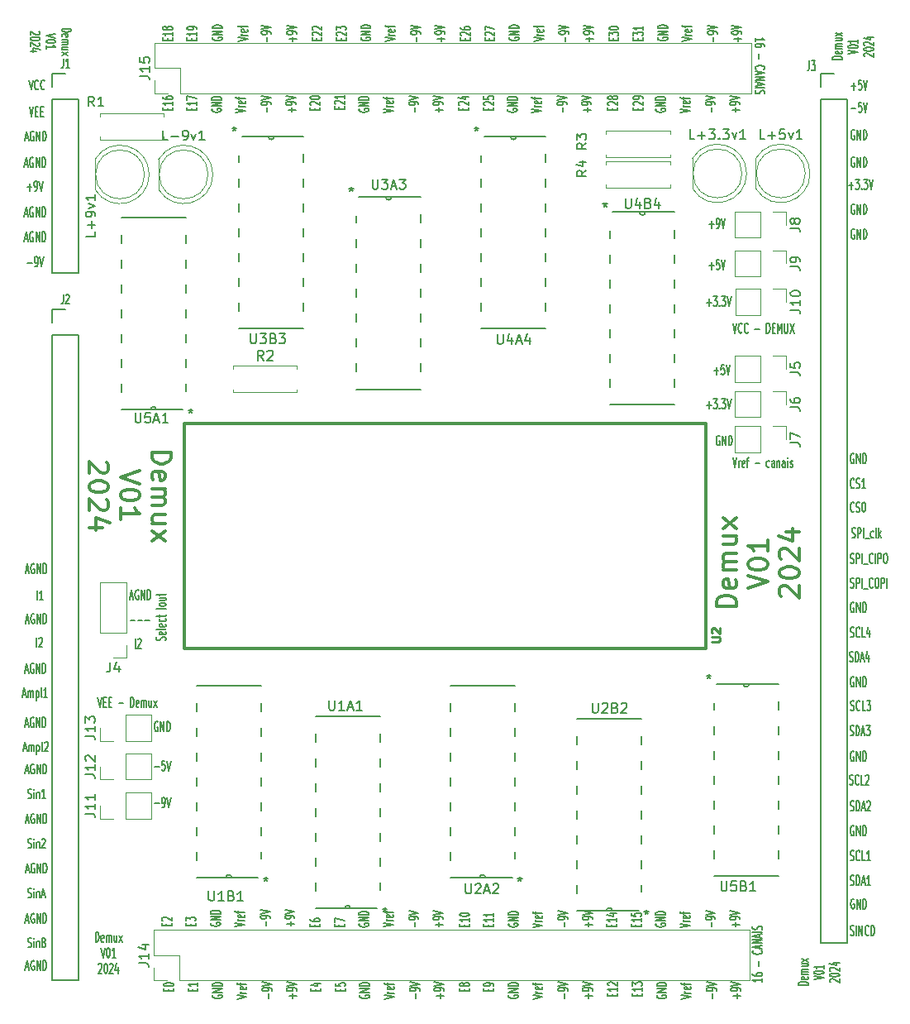
<source format=gto>
G04 #@! TF.GenerationSoftware,KiCad,Pcbnew,7.0.11-7.0.11~ubuntu22.04.1*
G04 #@! TF.CreationDate,2024-07-25T22:33:36-03:00*
G04 #@! TF.ProjectId,Demux_V02,44656d75-785f-4563-9032-2e6b69636164,v04*
G04 #@! TF.SameCoordinates,Original*
G04 #@! TF.FileFunction,Legend,Top*
G04 #@! TF.FilePolarity,Positive*
%FSLAX46Y46*%
G04 Gerber Fmt 4.6, Leading zero omitted, Abs format (unit mm)*
G04 Created by KiCad (PCBNEW 7.0.11-7.0.11~ubuntu22.04.1) date 2024-07-25 22:33:36*
%MOMM*%
%LPD*%
G01*
G04 APERTURE LIST*
%ADD10C,0.150000*%
%ADD11C,0.300000*%
%ADD12C,0.222250*%
%ADD13C,0.152400*%
%ADD14C,0.120000*%
%ADD15C,0.304800*%
%ADD16R,1.727200X2.250000*%
%ADD17O,1.727200X2.250000*%
%ADD18O,1.727200X1.727200*%
%ADD19R,1.295400X1.295400*%
%ADD20C,1.295400*%
%ADD21R,1.700000X1.700000*%
%ADD22O,1.700000X1.700000*%
%ADD23O,2.500000X1.800000*%
%ADD24C,1.600000*%
%ADD25O,1.600000X1.600000*%
%ADD26R,2.500000X1.800000*%
%ADD27R,1.800000X1.800000*%
%ADD28C,1.800000*%
G04 APERTURE END LIST*
D10*
X163531009Y-142358458D02*
X163531009Y-142158458D01*
X164054819Y-142072744D02*
X164054819Y-142358458D01*
X164054819Y-142358458D02*
X163054819Y-142358458D01*
X163054819Y-142358458D02*
X163054819Y-142072744D01*
X164054819Y-141501316D02*
X164054819Y-141844173D01*
X164054819Y-141672744D02*
X163054819Y-141672744D01*
X163054819Y-141672744D02*
X163197676Y-141729887D01*
X163197676Y-141729887D02*
X163292914Y-141787030D01*
X163292914Y-141787030D02*
X163340533Y-141844173D01*
X163054819Y-140958458D02*
X163054819Y-141244172D01*
X163054819Y-141244172D02*
X163531009Y-141272744D01*
X163531009Y-141272744D02*
X163483390Y-141244172D01*
X163483390Y-141244172D02*
X163435771Y-141187030D01*
X163435771Y-141187030D02*
X163435771Y-141044172D01*
X163435771Y-141044172D02*
X163483390Y-140987030D01*
X163483390Y-140987030D02*
X163531009Y-140958458D01*
X163531009Y-140958458D02*
X163626247Y-140929887D01*
X163626247Y-140929887D02*
X163864342Y-140929887D01*
X163864342Y-140929887D02*
X163959580Y-140958458D01*
X163959580Y-140958458D02*
X164007200Y-140987030D01*
X164007200Y-140987030D02*
X164054819Y-141044172D01*
X164054819Y-141044172D02*
X164054819Y-141187030D01*
X164054819Y-141187030D02*
X164007200Y-141244172D01*
X164007200Y-141244172D02*
X163959580Y-141272744D01*
X140973866Y-149658458D02*
X140973866Y-149201316D01*
X141354819Y-148887030D02*
X141354819Y-148772744D01*
X141354819Y-148772744D02*
X141307200Y-148715601D01*
X141307200Y-148715601D02*
X141259580Y-148687030D01*
X141259580Y-148687030D02*
X141116723Y-148629887D01*
X141116723Y-148629887D02*
X140926247Y-148601316D01*
X140926247Y-148601316D02*
X140545295Y-148601316D01*
X140545295Y-148601316D02*
X140450057Y-148629887D01*
X140450057Y-148629887D02*
X140402438Y-148658459D01*
X140402438Y-148658459D02*
X140354819Y-148715601D01*
X140354819Y-148715601D02*
X140354819Y-148829887D01*
X140354819Y-148829887D02*
X140402438Y-148887030D01*
X140402438Y-148887030D02*
X140450057Y-148915601D01*
X140450057Y-148915601D02*
X140545295Y-148944173D01*
X140545295Y-148944173D02*
X140783390Y-148944173D01*
X140783390Y-148944173D02*
X140878628Y-148915601D01*
X140878628Y-148915601D02*
X140926247Y-148887030D01*
X140926247Y-148887030D02*
X140973866Y-148829887D01*
X140973866Y-148829887D02*
X140973866Y-148715601D01*
X140973866Y-148715601D02*
X140926247Y-148658459D01*
X140926247Y-148658459D02*
X140878628Y-148629887D01*
X140878628Y-148629887D02*
X140783390Y-148601316D01*
X140354819Y-148429887D02*
X141354819Y-148229887D01*
X141354819Y-148229887D02*
X140354819Y-148029887D01*
D11*
X113950361Y-93821428D02*
X115950361Y-93821428D01*
X115950361Y-93821428D02*
X115950361Y-94297618D01*
X115950361Y-94297618D02*
X115855123Y-94583333D01*
X115855123Y-94583333D02*
X115664647Y-94773809D01*
X115664647Y-94773809D02*
X115474171Y-94869047D01*
X115474171Y-94869047D02*
X115093219Y-94964285D01*
X115093219Y-94964285D02*
X114807504Y-94964285D01*
X114807504Y-94964285D02*
X114426552Y-94869047D01*
X114426552Y-94869047D02*
X114236076Y-94773809D01*
X114236076Y-94773809D02*
X114045600Y-94583333D01*
X114045600Y-94583333D02*
X113950361Y-94297618D01*
X113950361Y-94297618D02*
X113950361Y-93821428D01*
X114045600Y-96583333D02*
X113950361Y-96392857D01*
X113950361Y-96392857D02*
X113950361Y-96011904D01*
X113950361Y-96011904D02*
X114045600Y-95821428D01*
X114045600Y-95821428D02*
X114236076Y-95726190D01*
X114236076Y-95726190D02*
X114997980Y-95726190D01*
X114997980Y-95726190D02*
X115188457Y-95821428D01*
X115188457Y-95821428D02*
X115283695Y-96011904D01*
X115283695Y-96011904D02*
X115283695Y-96392857D01*
X115283695Y-96392857D02*
X115188457Y-96583333D01*
X115188457Y-96583333D02*
X114997980Y-96678571D01*
X114997980Y-96678571D02*
X114807504Y-96678571D01*
X114807504Y-96678571D02*
X114617028Y-95726190D01*
X113950361Y-97535714D02*
X115283695Y-97535714D01*
X115093219Y-97535714D02*
X115188457Y-97630952D01*
X115188457Y-97630952D02*
X115283695Y-97821428D01*
X115283695Y-97821428D02*
X115283695Y-98107143D01*
X115283695Y-98107143D02*
X115188457Y-98297619D01*
X115188457Y-98297619D02*
X114997980Y-98392857D01*
X114997980Y-98392857D02*
X113950361Y-98392857D01*
X114997980Y-98392857D02*
X115188457Y-98488095D01*
X115188457Y-98488095D02*
X115283695Y-98678571D01*
X115283695Y-98678571D02*
X115283695Y-98964285D01*
X115283695Y-98964285D02*
X115188457Y-99154762D01*
X115188457Y-99154762D02*
X114997980Y-99250000D01*
X114997980Y-99250000D02*
X113950361Y-99250000D01*
X115283695Y-101059524D02*
X113950361Y-101059524D01*
X115283695Y-100202381D02*
X114236076Y-100202381D01*
X114236076Y-100202381D02*
X114045600Y-100297619D01*
X114045600Y-100297619D02*
X113950361Y-100488095D01*
X113950361Y-100488095D02*
X113950361Y-100773810D01*
X113950361Y-100773810D02*
X114045600Y-100964286D01*
X114045600Y-100964286D02*
X114140838Y-101059524D01*
X113950361Y-101821429D02*
X115283695Y-102869048D01*
X115283695Y-101821429D02*
X113950361Y-102869048D01*
X112730361Y-95678571D02*
X110730361Y-96345237D01*
X110730361Y-96345237D02*
X112730361Y-97011904D01*
X112730361Y-98059523D02*
X112730361Y-98250000D01*
X112730361Y-98250000D02*
X112635123Y-98440476D01*
X112635123Y-98440476D02*
X112539885Y-98535714D01*
X112539885Y-98535714D02*
X112349409Y-98630952D01*
X112349409Y-98630952D02*
X111968457Y-98726190D01*
X111968457Y-98726190D02*
X111492266Y-98726190D01*
X111492266Y-98726190D02*
X111111314Y-98630952D01*
X111111314Y-98630952D02*
X110920838Y-98535714D01*
X110920838Y-98535714D02*
X110825600Y-98440476D01*
X110825600Y-98440476D02*
X110730361Y-98250000D01*
X110730361Y-98250000D02*
X110730361Y-98059523D01*
X110730361Y-98059523D02*
X110825600Y-97869047D01*
X110825600Y-97869047D02*
X110920838Y-97773809D01*
X110920838Y-97773809D02*
X111111314Y-97678571D01*
X111111314Y-97678571D02*
X111492266Y-97583333D01*
X111492266Y-97583333D02*
X111968457Y-97583333D01*
X111968457Y-97583333D02*
X112349409Y-97678571D01*
X112349409Y-97678571D02*
X112539885Y-97773809D01*
X112539885Y-97773809D02*
X112635123Y-97869047D01*
X112635123Y-97869047D02*
X112730361Y-98059523D01*
X110730361Y-100630952D02*
X110730361Y-99488095D01*
X110730361Y-100059523D02*
X112730361Y-100059523D01*
X112730361Y-100059523D02*
X112444647Y-99869047D01*
X112444647Y-99869047D02*
X112254171Y-99678571D01*
X112254171Y-99678571D02*
X112158933Y-99488095D01*
X109319885Y-94821428D02*
X109415123Y-94916666D01*
X109415123Y-94916666D02*
X109510361Y-95107142D01*
X109510361Y-95107142D02*
X109510361Y-95583333D01*
X109510361Y-95583333D02*
X109415123Y-95773809D01*
X109415123Y-95773809D02*
X109319885Y-95869047D01*
X109319885Y-95869047D02*
X109129409Y-95964285D01*
X109129409Y-95964285D02*
X108938933Y-95964285D01*
X108938933Y-95964285D02*
X108653219Y-95869047D01*
X108653219Y-95869047D02*
X107510361Y-94726190D01*
X107510361Y-94726190D02*
X107510361Y-95964285D01*
X109510361Y-97202380D02*
X109510361Y-97392857D01*
X109510361Y-97392857D02*
X109415123Y-97583333D01*
X109415123Y-97583333D02*
X109319885Y-97678571D01*
X109319885Y-97678571D02*
X109129409Y-97773809D01*
X109129409Y-97773809D02*
X108748457Y-97869047D01*
X108748457Y-97869047D02*
X108272266Y-97869047D01*
X108272266Y-97869047D02*
X107891314Y-97773809D01*
X107891314Y-97773809D02*
X107700838Y-97678571D01*
X107700838Y-97678571D02*
X107605600Y-97583333D01*
X107605600Y-97583333D02*
X107510361Y-97392857D01*
X107510361Y-97392857D02*
X107510361Y-97202380D01*
X107510361Y-97202380D02*
X107605600Y-97011904D01*
X107605600Y-97011904D02*
X107700838Y-96916666D01*
X107700838Y-96916666D02*
X107891314Y-96821428D01*
X107891314Y-96821428D02*
X108272266Y-96726190D01*
X108272266Y-96726190D02*
X108748457Y-96726190D01*
X108748457Y-96726190D02*
X109129409Y-96821428D01*
X109129409Y-96821428D02*
X109319885Y-96916666D01*
X109319885Y-96916666D02*
X109415123Y-97011904D01*
X109415123Y-97011904D02*
X109510361Y-97202380D01*
X109319885Y-98630952D02*
X109415123Y-98726190D01*
X109415123Y-98726190D02*
X109510361Y-98916666D01*
X109510361Y-98916666D02*
X109510361Y-99392857D01*
X109510361Y-99392857D02*
X109415123Y-99583333D01*
X109415123Y-99583333D02*
X109319885Y-99678571D01*
X109319885Y-99678571D02*
X109129409Y-99773809D01*
X109129409Y-99773809D02*
X108938933Y-99773809D01*
X108938933Y-99773809D02*
X108653219Y-99678571D01*
X108653219Y-99678571D02*
X107510361Y-98535714D01*
X107510361Y-98535714D02*
X107510361Y-99773809D01*
X108843695Y-101488095D02*
X107510361Y-101488095D01*
X109605600Y-101011904D02*
X108177028Y-100535714D01*
X108177028Y-100535714D02*
X108177028Y-101773809D01*
D10*
X156073866Y-58958458D02*
X156073866Y-58501316D01*
X156454819Y-58187030D02*
X156454819Y-58072744D01*
X156454819Y-58072744D02*
X156407200Y-58015601D01*
X156407200Y-58015601D02*
X156359580Y-57987030D01*
X156359580Y-57987030D02*
X156216723Y-57929887D01*
X156216723Y-57929887D02*
X156026247Y-57901316D01*
X156026247Y-57901316D02*
X155645295Y-57901316D01*
X155645295Y-57901316D02*
X155550057Y-57929887D01*
X155550057Y-57929887D02*
X155502438Y-57958459D01*
X155502438Y-57958459D02*
X155454819Y-58015601D01*
X155454819Y-58015601D02*
X155454819Y-58129887D01*
X155454819Y-58129887D02*
X155502438Y-58187030D01*
X155502438Y-58187030D02*
X155550057Y-58215601D01*
X155550057Y-58215601D02*
X155645295Y-58244173D01*
X155645295Y-58244173D02*
X155883390Y-58244173D01*
X155883390Y-58244173D02*
X155978628Y-58215601D01*
X155978628Y-58215601D02*
X156026247Y-58187030D01*
X156026247Y-58187030D02*
X156073866Y-58129887D01*
X156073866Y-58129887D02*
X156073866Y-58015601D01*
X156073866Y-58015601D02*
X156026247Y-57958459D01*
X156026247Y-57958459D02*
X155978628Y-57929887D01*
X155978628Y-57929887D02*
X155883390Y-57901316D01*
X155454819Y-57729887D02*
X156454819Y-57529887D01*
X156454819Y-57529887D02*
X155454819Y-57329887D01*
X165602438Y-142044173D02*
X165554819Y-142101316D01*
X165554819Y-142101316D02*
X165554819Y-142187030D01*
X165554819Y-142187030D02*
X165602438Y-142272744D01*
X165602438Y-142272744D02*
X165697676Y-142329887D01*
X165697676Y-142329887D02*
X165792914Y-142358458D01*
X165792914Y-142358458D02*
X165983390Y-142387030D01*
X165983390Y-142387030D02*
X166126247Y-142387030D01*
X166126247Y-142387030D02*
X166316723Y-142358458D01*
X166316723Y-142358458D02*
X166411961Y-142329887D01*
X166411961Y-142329887D02*
X166507200Y-142272744D01*
X166507200Y-142272744D02*
X166554819Y-142187030D01*
X166554819Y-142187030D02*
X166554819Y-142129887D01*
X166554819Y-142129887D02*
X166507200Y-142044173D01*
X166507200Y-142044173D02*
X166459580Y-142015601D01*
X166459580Y-142015601D02*
X166126247Y-142015601D01*
X166126247Y-142015601D02*
X166126247Y-142129887D01*
X166554819Y-141758458D02*
X165554819Y-141758458D01*
X165554819Y-141758458D02*
X166554819Y-141415601D01*
X166554819Y-141415601D02*
X165554819Y-141415601D01*
X166554819Y-141129887D02*
X165554819Y-141129887D01*
X165554819Y-141129887D02*
X165554819Y-140987030D01*
X165554819Y-140987030D02*
X165602438Y-140901316D01*
X165602438Y-140901316D02*
X165697676Y-140844173D01*
X165697676Y-140844173D02*
X165792914Y-140815602D01*
X165792914Y-140815602D02*
X165983390Y-140787030D01*
X165983390Y-140787030D02*
X166126247Y-140787030D01*
X166126247Y-140787030D02*
X166316723Y-140815602D01*
X166316723Y-140815602D02*
X166411961Y-140844173D01*
X166411961Y-140844173D02*
X166507200Y-140901316D01*
X166507200Y-140901316D02*
X166554819Y-140987030D01*
X166554819Y-140987030D02*
X166554819Y-141129887D01*
X108171429Y-143899819D02*
X108171429Y-142899819D01*
X108171429Y-142899819D02*
X108314286Y-142899819D01*
X108314286Y-142899819D02*
X108400000Y-142947438D01*
X108400000Y-142947438D02*
X108457143Y-143042676D01*
X108457143Y-143042676D02*
X108485714Y-143137914D01*
X108485714Y-143137914D02*
X108514286Y-143328390D01*
X108514286Y-143328390D02*
X108514286Y-143471247D01*
X108514286Y-143471247D02*
X108485714Y-143661723D01*
X108485714Y-143661723D02*
X108457143Y-143756961D01*
X108457143Y-143756961D02*
X108400000Y-143852200D01*
X108400000Y-143852200D02*
X108314286Y-143899819D01*
X108314286Y-143899819D02*
X108171429Y-143899819D01*
X109000000Y-143852200D02*
X108942857Y-143899819D01*
X108942857Y-143899819D02*
X108828572Y-143899819D01*
X108828572Y-143899819D02*
X108771429Y-143852200D01*
X108771429Y-143852200D02*
X108742857Y-143756961D01*
X108742857Y-143756961D02*
X108742857Y-143376009D01*
X108742857Y-143376009D02*
X108771429Y-143280771D01*
X108771429Y-143280771D02*
X108828572Y-143233152D01*
X108828572Y-143233152D02*
X108942857Y-143233152D01*
X108942857Y-143233152D02*
X109000000Y-143280771D01*
X109000000Y-143280771D02*
X109028572Y-143376009D01*
X109028572Y-143376009D02*
X109028572Y-143471247D01*
X109028572Y-143471247D02*
X108742857Y-143566485D01*
X109285715Y-143899819D02*
X109285715Y-143233152D01*
X109285715Y-143328390D02*
X109314286Y-143280771D01*
X109314286Y-143280771D02*
X109371429Y-143233152D01*
X109371429Y-143233152D02*
X109457143Y-143233152D01*
X109457143Y-143233152D02*
X109514286Y-143280771D01*
X109514286Y-143280771D02*
X109542858Y-143376009D01*
X109542858Y-143376009D02*
X109542858Y-143899819D01*
X109542858Y-143376009D02*
X109571429Y-143280771D01*
X109571429Y-143280771D02*
X109628572Y-143233152D01*
X109628572Y-143233152D02*
X109714286Y-143233152D01*
X109714286Y-143233152D02*
X109771429Y-143280771D01*
X109771429Y-143280771D02*
X109800000Y-143376009D01*
X109800000Y-143376009D02*
X109800000Y-143899819D01*
X110342858Y-143233152D02*
X110342858Y-143899819D01*
X110085715Y-143233152D02*
X110085715Y-143756961D01*
X110085715Y-143756961D02*
X110114286Y-143852200D01*
X110114286Y-143852200D02*
X110171429Y-143899819D01*
X110171429Y-143899819D02*
X110257143Y-143899819D01*
X110257143Y-143899819D02*
X110314286Y-143852200D01*
X110314286Y-143852200D02*
X110342858Y-143804580D01*
X110571429Y-143899819D02*
X110885715Y-143233152D01*
X110571429Y-143233152D02*
X110885715Y-143899819D01*
X108728570Y-144509819D02*
X108928570Y-145509819D01*
X108928570Y-145509819D02*
X109128570Y-144509819D01*
X109442856Y-144509819D02*
X109499999Y-144509819D01*
X109499999Y-144509819D02*
X109557142Y-144557438D01*
X109557142Y-144557438D02*
X109585714Y-144605057D01*
X109585714Y-144605057D02*
X109614285Y-144700295D01*
X109614285Y-144700295D02*
X109642856Y-144890771D01*
X109642856Y-144890771D02*
X109642856Y-145128866D01*
X109642856Y-145128866D02*
X109614285Y-145319342D01*
X109614285Y-145319342D02*
X109585714Y-145414580D01*
X109585714Y-145414580D02*
X109557142Y-145462200D01*
X109557142Y-145462200D02*
X109499999Y-145509819D01*
X109499999Y-145509819D02*
X109442856Y-145509819D01*
X109442856Y-145509819D02*
X109385714Y-145462200D01*
X109385714Y-145462200D02*
X109357142Y-145414580D01*
X109357142Y-145414580D02*
X109328571Y-145319342D01*
X109328571Y-145319342D02*
X109299999Y-145128866D01*
X109299999Y-145128866D02*
X109299999Y-144890771D01*
X109299999Y-144890771D02*
X109328571Y-144700295D01*
X109328571Y-144700295D02*
X109357142Y-144605057D01*
X109357142Y-144605057D02*
X109385714Y-144557438D01*
X109385714Y-144557438D02*
X109442856Y-144509819D01*
X110214285Y-145509819D02*
X109871428Y-145509819D01*
X110042857Y-145509819D02*
X110042857Y-144509819D01*
X110042857Y-144509819D02*
X109985714Y-144652676D01*
X109985714Y-144652676D02*
X109928571Y-144747914D01*
X109928571Y-144747914D02*
X109871428Y-144795533D01*
X108471427Y-146215057D02*
X108499999Y-146167438D01*
X108499999Y-146167438D02*
X108557142Y-146119819D01*
X108557142Y-146119819D02*
X108699999Y-146119819D01*
X108699999Y-146119819D02*
X108757142Y-146167438D01*
X108757142Y-146167438D02*
X108785713Y-146215057D01*
X108785713Y-146215057D02*
X108814284Y-146310295D01*
X108814284Y-146310295D02*
X108814284Y-146405533D01*
X108814284Y-146405533D02*
X108785713Y-146548390D01*
X108785713Y-146548390D02*
X108442856Y-147119819D01*
X108442856Y-147119819D02*
X108814284Y-147119819D01*
X109185713Y-146119819D02*
X109242856Y-146119819D01*
X109242856Y-146119819D02*
X109299999Y-146167438D01*
X109299999Y-146167438D02*
X109328571Y-146215057D01*
X109328571Y-146215057D02*
X109357142Y-146310295D01*
X109357142Y-146310295D02*
X109385713Y-146500771D01*
X109385713Y-146500771D02*
X109385713Y-146738866D01*
X109385713Y-146738866D02*
X109357142Y-146929342D01*
X109357142Y-146929342D02*
X109328571Y-147024580D01*
X109328571Y-147024580D02*
X109299999Y-147072200D01*
X109299999Y-147072200D02*
X109242856Y-147119819D01*
X109242856Y-147119819D02*
X109185713Y-147119819D01*
X109185713Y-147119819D02*
X109128571Y-147072200D01*
X109128571Y-147072200D02*
X109099999Y-147024580D01*
X109099999Y-147024580D02*
X109071428Y-146929342D01*
X109071428Y-146929342D02*
X109042856Y-146738866D01*
X109042856Y-146738866D02*
X109042856Y-146500771D01*
X109042856Y-146500771D02*
X109071428Y-146310295D01*
X109071428Y-146310295D02*
X109099999Y-146215057D01*
X109099999Y-146215057D02*
X109128571Y-146167438D01*
X109128571Y-146167438D02*
X109185713Y-146119819D01*
X109614285Y-146215057D02*
X109642857Y-146167438D01*
X109642857Y-146167438D02*
X109700000Y-146119819D01*
X109700000Y-146119819D02*
X109842857Y-146119819D01*
X109842857Y-146119819D02*
X109900000Y-146167438D01*
X109900000Y-146167438D02*
X109928571Y-146215057D01*
X109928571Y-146215057D02*
X109957142Y-146310295D01*
X109957142Y-146310295D02*
X109957142Y-146405533D01*
X109957142Y-146405533D02*
X109928571Y-146548390D01*
X109928571Y-146548390D02*
X109585714Y-147119819D01*
X109585714Y-147119819D02*
X109957142Y-147119819D01*
X110471429Y-146453152D02*
X110471429Y-147119819D01*
X110328571Y-146072200D02*
X110185714Y-146786485D01*
X110185714Y-146786485D02*
X110557143Y-146786485D01*
X185509669Y-138060166D02*
X185595384Y-138107785D01*
X185595384Y-138107785D02*
X185738241Y-138107785D01*
X185738241Y-138107785D02*
X185795384Y-138060166D01*
X185795384Y-138060166D02*
X185823955Y-138012546D01*
X185823955Y-138012546D02*
X185852526Y-137917308D01*
X185852526Y-137917308D02*
X185852526Y-137822070D01*
X185852526Y-137822070D02*
X185823955Y-137726832D01*
X185823955Y-137726832D02*
X185795384Y-137679213D01*
X185795384Y-137679213D02*
X185738241Y-137631594D01*
X185738241Y-137631594D02*
X185623955Y-137583975D01*
X185623955Y-137583975D02*
X185566812Y-137536356D01*
X185566812Y-137536356D02*
X185538241Y-137488737D01*
X185538241Y-137488737D02*
X185509669Y-137393499D01*
X185509669Y-137393499D02*
X185509669Y-137298261D01*
X185509669Y-137298261D02*
X185538241Y-137203023D01*
X185538241Y-137203023D02*
X185566812Y-137155404D01*
X185566812Y-137155404D02*
X185623955Y-137107785D01*
X185623955Y-137107785D02*
X185766812Y-137107785D01*
X185766812Y-137107785D02*
X185852526Y-137155404D01*
X186109670Y-138107785D02*
X186109670Y-137107785D01*
X186109670Y-137107785D02*
X186252527Y-137107785D01*
X186252527Y-137107785D02*
X186338241Y-137155404D01*
X186338241Y-137155404D02*
X186395384Y-137250642D01*
X186395384Y-137250642D02*
X186423955Y-137345880D01*
X186423955Y-137345880D02*
X186452527Y-137536356D01*
X186452527Y-137536356D02*
X186452527Y-137679213D01*
X186452527Y-137679213D02*
X186423955Y-137869689D01*
X186423955Y-137869689D02*
X186395384Y-137964927D01*
X186395384Y-137964927D02*
X186338241Y-138060166D01*
X186338241Y-138060166D02*
X186252527Y-138107785D01*
X186252527Y-138107785D02*
X186109670Y-138107785D01*
X186681098Y-137822070D02*
X186966813Y-137822070D01*
X186623955Y-138107785D02*
X186823955Y-137107785D01*
X186823955Y-137107785D02*
X187023955Y-138107785D01*
X187538241Y-138107785D02*
X187195384Y-138107785D01*
X187366813Y-138107785D02*
X187366813Y-137107785D01*
X187366813Y-137107785D02*
X187309670Y-137250642D01*
X187309670Y-137250642D02*
X187252527Y-137345880D01*
X187252527Y-137345880D02*
X187195384Y-137393499D01*
X125673866Y-142258458D02*
X125673866Y-141801316D01*
X126054819Y-141487030D02*
X126054819Y-141372744D01*
X126054819Y-141372744D02*
X126007200Y-141315601D01*
X126007200Y-141315601D02*
X125959580Y-141287030D01*
X125959580Y-141287030D02*
X125816723Y-141229887D01*
X125816723Y-141229887D02*
X125626247Y-141201316D01*
X125626247Y-141201316D02*
X125245295Y-141201316D01*
X125245295Y-141201316D02*
X125150057Y-141229887D01*
X125150057Y-141229887D02*
X125102438Y-141258459D01*
X125102438Y-141258459D02*
X125054819Y-141315601D01*
X125054819Y-141315601D02*
X125054819Y-141429887D01*
X125054819Y-141429887D02*
X125102438Y-141487030D01*
X125102438Y-141487030D02*
X125150057Y-141515601D01*
X125150057Y-141515601D02*
X125245295Y-141544173D01*
X125245295Y-141544173D02*
X125483390Y-141544173D01*
X125483390Y-141544173D02*
X125578628Y-141515601D01*
X125578628Y-141515601D02*
X125626247Y-141487030D01*
X125626247Y-141487030D02*
X125673866Y-141429887D01*
X125673866Y-141429887D02*
X125673866Y-141315601D01*
X125673866Y-141315601D02*
X125626247Y-141258459D01*
X125626247Y-141258459D02*
X125578628Y-141229887D01*
X125578628Y-141229887D02*
X125483390Y-141201316D01*
X125054819Y-141029887D02*
X126054819Y-140829887D01*
X126054819Y-140829887D02*
X125054819Y-140629887D01*
X100927387Y-64337262D02*
X101213102Y-64337262D01*
X100870244Y-64622977D02*
X101070244Y-63622977D01*
X101070244Y-63622977D02*
X101270244Y-64622977D01*
X101784530Y-63670596D02*
X101727388Y-63622977D01*
X101727388Y-63622977D02*
X101641673Y-63622977D01*
X101641673Y-63622977D02*
X101555959Y-63670596D01*
X101555959Y-63670596D02*
X101498816Y-63765834D01*
X101498816Y-63765834D02*
X101470245Y-63861072D01*
X101470245Y-63861072D02*
X101441673Y-64051548D01*
X101441673Y-64051548D02*
X101441673Y-64194405D01*
X101441673Y-64194405D02*
X101470245Y-64384881D01*
X101470245Y-64384881D02*
X101498816Y-64480119D01*
X101498816Y-64480119D02*
X101555959Y-64575358D01*
X101555959Y-64575358D02*
X101641673Y-64622977D01*
X101641673Y-64622977D02*
X101698816Y-64622977D01*
X101698816Y-64622977D02*
X101784530Y-64575358D01*
X101784530Y-64575358D02*
X101813102Y-64527738D01*
X101813102Y-64527738D02*
X101813102Y-64194405D01*
X101813102Y-64194405D02*
X101698816Y-64194405D01*
X102070245Y-64622977D02*
X102070245Y-63622977D01*
X102070245Y-63622977D02*
X102413102Y-64622977D01*
X102413102Y-64622977D02*
X102413102Y-63622977D01*
X102698816Y-64622977D02*
X102698816Y-63622977D01*
X102698816Y-63622977D02*
X102841673Y-63622977D01*
X102841673Y-63622977D02*
X102927387Y-63670596D01*
X102927387Y-63670596D02*
X102984530Y-63765834D01*
X102984530Y-63765834D02*
X103013101Y-63861072D01*
X103013101Y-63861072D02*
X103041673Y-64051548D01*
X103041673Y-64051548D02*
X103041673Y-64194405D01*
X103041673Y-64194405D02*
X103013101Y-64384881D01*
X103013101Y-64384881D02*
X102984530Y-64480119D01*
X102984530Y-64480119D02*
X102927387Y-64575358D01*
X102927387Y-64575358D02*
X102841673Y-64622977D01*
X102841673Y-64622977D02*
X102698816Y-64622977D01*
X165702438Y-149344173D02*
X165654819Y-149401316D01*
X165654819Y-149401316D02*
X165654819Y-149487030D01*
X165654819Y-149487030D02*
X165702438Y-149572744D01*
X165702438Y-149572744D02*
X165797676Y-149629887D01*
X165797676Y-149629887D02*
X165892914Y-149658458D01*
X165892914Y-149658458D02*
X166083390Y-149687030D01*
X166083390Y-149687030D02*
X166226247Y-149687030D01*
X166226247Y-149687030D02*
X166416723Y-149658458D01*
X166416723Y-149658458D02*
X166511961Y-149629887D01*
X166511961Y-149629887D02*
X166607200Y-149572744D01*
X166607200Y-149572744D02*
X166654819Y-149487030D01*
X166654819Y-149487030D02*
X166654819Y-149429887D01*
X166654819Y-149429887D02*
X166607200Y-149344173D01*
X166607200Y-149344173D02*
X166559580Y-149315601D01*
X166559580Y-149315601D02*
X166226247Y-149315601D01*
X166226247Y-149315601D02*
X166226247Y-149429887D01*
X166654819Y-149058458D02*
X165654819Y-149058458D01*
X165654819Y-149058458D02*
X166654819Y-148715601D01*
X166654819Y-148715601D02*
X165654819Y-148715601D01*
X166654819Y-148429887D02*
X165654819Y-148429887D01*
X165654819Y-148429887D02*
X165654819Y-148287030D01*
X165654819Y-148287030D02*
X165702438Y-148201316D01*
X165702438Y-148201316D02*
X165797676Y-148144173D01*
X165797676Y-148144173D02*
X165892914Y-148115602D01*
X165892914Y-148115602D02*
X166083390Y-148087030D01*
X166083390Y-148087030D02*
X166226247Y-148087030D01*
X166226247Y-148087030D02*
X166416723Y-148115602D01*
X166416723Y-148115602D02*
X166511961Y-148144173D01*
X166511961Y-148144173D02*
X166607200Y-148201316D01*
X166607200Y-148201316D02*
X166654819Y-148287030D01*
X166654819Y-148287030D02*
X166654819Y-148429887D01*
X101265924Y-139349319D02*
X101351639Y-139396938D01*
X101351639Y-139396938D02*
X101494496Y-139396938D01*
X101494496Y-139396938D02*
X101551639Y-139349319D01*
X101551639Y-139349319D02*
X101580210Y-139301699D01*
X101580210Y-139301699D02*
X101608781Y-139206461D01*
X101608781Y-139206461D02*
X101608781Y-139111223D01*
X101608781Y-139111223D02*
X101580210Y-139015985D01*
X101580210Y-139015985D02*
X101551639Y-138968366D01*
X101551639Y-138968366D02*
X101494496Y-138920747D01*
X101494496Y-138920747D02*
X101380210Y-138873128D01*
X101380210Y-138873128D02*
X101323067Y-138825509D01*
X101323067Y-138825509D02*
X101294496Y-138777890D01*
X101294496Y-138777890D02*
X101265924Y-138682652D01*
X101265924Y-138682652D02*
X101265924Y-138587414D01*
X101265924Y-138587414D02*
X101294496Y-138492176D01*
X101294496Y-138492176D02*
X101323067Y-138444557D01*
X101323067Y-138444557D02*
X101380210Y-138396938D01*
X101380210Y-138396938D02*
X101523067Y-138396938D01*
X101523067Y-138396938D02*
X101608781Y-138444557D01*
X101865925Y-139396938D02*
X101865925Y-138730271D01*
X101865925Y-138396938D02*
X101837353Y-138444557D01*
X101837353Y-138444557D02*
X101865925Y-138492176D01*
X101865925Y-138492176D02*
X101894496Y-138444557D01*
X101894496Y-138444557D02*
X101865925Y-138396938D01*
X101865925Y-138396938D02*
X101865925Y-138492176D01*
X102151639Y-138730271D02*
X102151639Y-139396938D01*
X102151639Y-138825509D02*
X102180210Y-138777890D01*
X102180210Y-138777890D02*
X102237353Y-138730271D01*
X102237353Y-138730271D02*
X102323067Y-138730271D01*
X102323067Y-138730271D02*
X102380210Y-138777890D01*
X102380210Y-138777890D02*
X102408782Y-138873128D01*
X102408782Y-138873128D02*
X102408782Y-139396938D01*
X102665924Y-139111223D02*
X102951639Y-139111223D01*
X102608781Y-139396938D02*
X102808781Y-138396938D01*
X102808781Y-138396938D02*
X103008781Y-139396938D01*
X122554819Y-59044173D02*
X123554819Y-58844173D01*
X123554819Y-58844173D02*
X122554819Y-58644173D01*
X123554819Y-58444172D02*
X122888152Y-58444172D01*
X123078628Y-58444172D02*
X122983390Y-58415601D01*
X122983390Y-58415601D02*
X122935771Y-58387030D01*
X122935771Y-58387030D02*
X122888152Y-58329887D01*
X122888152Y-58329887D02*
X122888152Y-58272744D01*
X123507200Y-57844172D02*
X123554819Y-57901315D01*
X123554819Y-57901315D02*
X123554819Y-58015601D01*
X123554819Y-58015601D02*
X123507200Y-58072743D01*
X123507200Y-58072743D02*
X123411961Y-58101315D01*
X123411961Y-58101315D02*
X123031009Y-58101315D01*
X123031009Y-58101315D02*
X122935771Y-58072743D01*
X122935771Y-58072743D02*
X122888152Y-58015601D01*
X122888152Y-58015601D02*
X122888152Y-57901315D01*
X122888152Y-57901315D02*
X122935771Y-57844172D01*
X122935771Y-57844172D02*
X123031009Y-57815601D01*
X123031009Y-57815601D02*
X123126247Y-57815601D01*
X123126247Y-57815601D02*
X123221485Y-58101315D01*
X122888152Y-57644172D02*
X122888152Y-57415600D01*
X123554819Y-57558457D02*
X122697676Y-57558457D01*
X122697676Y-57558457D02*
X122602438Y-57529886D01*
X122602438Y-57529886D02*
X122554819Y-57472743D01*
X122554819Y-57472743D02*
X122554819Y-57415600D01*
X161031009Y-142358458D02*
X161031009Y-142158458D01*
X161554819Y-142072744D02*
X161554819Y-142358458D01*
X161554819Y-142358458D02*
X160554819Y-142358458D01*
X160554819Y-142358458D02*
X160554819Y-142072744D01*
X161554819Y-141501316D02*
X161554819Y-141844173D01*
X161554819Y-141672744D02*
X160554819Y-141672744D01*
X160554819Y-141672744D02*
X160697676Y-141729887D01*
X160697676Y-141729887D02*
X160792914Y-141787030D01*
X160792914Y-141787030D02*
X160840533Y-141844173D01*
X160888152Y-140987030D02*
X161554819Y-140987030D01*
X160507200Y-141129887D02*
X161221485Y-141272744D01*
X161221485Y-141272744D02*
X161221485Y-140901315D01*
X161231009Y-51628458D02*
X161231009Y-51428458D01*
X161754819Y-51342744D02*
X161754819Y-51628458D01*
X161754819Y-51628458D02*
X160754819Y-51628458D01*
X160754819Y-51628458D02*
X160754819Y-51342744D01*
X160754819Y-51142744D02*
X160754819Y-50771316D01*
X160754819Y-50771316D02*
X161135771Y-50971316D01*
X161135771Y-50971316D02*
X161135771Y-50885601D01*
X161135771Y-50885601D02*
X161183390Y-50828459D01*
X161183390Y-50828459D02*
X161231009Y-50799887D01*
X161231009Y-50799887D02*
X161326247Y-50771316D01*
X161326247Y-50771316D02*
X161564342Y-50771316D01*
X161564342Y-50771316D02*
X161659580Y-50799887D01*
X161659580Y-50799887D02*
X161707200Y-50828459D01*
X161707200Y-50828459D02*
X161754819Y-50885601D01*
X161754819Y-50885601D02*
X161754819Y-51057030D01*
X161754819Y-51057030D02*
X161707200Y-51114173D01*
X161707200Y-51114173D02*
X161659580Y-51142744D01*
X160754819Y-50399887D02*
X160754819Y-50342744D01*
X160754819Y-50342744D02*
X160802438Y-50285601D01*
X160802438Y-50285601D02*
X160850057Y-50257030D01*
X160850057Y-50257030D02*
X160945295Y-50228458D01*
X160945295Y-50228458D02*
X161135771Y-50199887D01*
X161135771Y-50199887D02*
X161373866Y-50199887D01*
X161373866Y-50199887D02*
X161564342Y-50228458D01*
X161564342Y-50228458D02*
X161659580Y-50257030D01*
X161659580Y-50257030D02*
X161707200Y-50285601D01*
X161707200Y-50285601D02*
X161754819Y-50342744D01*
X161754819Y-50342744D02*
X161754819Y-50399887D01*
X161754819Y-50399887D02*
X161707200Y-50457030D01*
X161707200Y-50457030D02*
X161659580Y-50485601D01*
X161659580Y-50485601D02*
X161564342Y-50514172D01*
X161564342Y-50514172D02*
X161373866Y-50542744D01*
X161373866Y-50542744D02*
X161135771Y-50542744D01*
X161135771Y-50542744D02*
X160945295Y-50514172D01*
X160945295Y-50514172D02*
X160850057Y-50485601D01*
X160850057Y-50485601D02*
X160802438Y-50457030D01*
X160802438Y-50457030D02*
X160754819Y-50399887D01*
X185500000Y-105107200D02*
X185585715Y-105154819D01*
X185585715Y-105154819D02*
X185728572Y-105154819D01*
X185728572Y-105154819D02*
X185785715Y-105107200D01*
X185785715Y-105107200D02*
X185814286Y-105059580D01*
X185814286Y-105059580D02*
X185842857Y-104964342D01*
X185842857Y-104964342D02*
X185842857Y-104869104D01*
X185842857Y-104869104D02*
X185814286Y-104773866D01*
X185814286Y-104773866D02*
X185785715Y-104726247D01*
X185785715Y-104726247D02*
X185728572Y-104678628D01*
X185728572Y-104678628D02*
X185614286Y-104631009D01*
X185614286Y-104631009D02*
X185557143Y-104583390D01*
X185557143Y-104583390D02*
X185528572Y-104535771D01*
X185528572Y-104535771D02*
X185500000Y-104440533D01*
X185500000Y-104440533D02*
X185500000Y-104345295D01*
X185500000Y-104345295D02*
X185528572Y-104250057D01*
X185528572Y-104250057D02*
X185557143Y-104202438D01*
X185557143Y-104202438D02*
X185614286Y-104154819D01*
X185614286Y-104154819D02*
X185757143Y-104154819D01*
X185757143Y-104154819D02*
X185842857Y-104202438D01*
X186100001Y-105154819D02*
X186100001Y-104154819D01*
X186100001Y-104154819D02*
X186328572Y-104154819D01*
X186328572Y-104154819D02*
X186385715Y-104202438D01*
X186385715Y-104202438D02*
X186414286Y-104250057D01*
X186414286Y-104250057D02*
X186442858Y-104345295D01*
X186442858Y-104345295D02*
X186442858Y-104488152D01*
X186442858Y-104488152D02*
X186414286Y-104583390D01*
X186414286Y-104583390D02*
X186385715Y-104631009D01*
X186385715Y-104631009D02*
X186328572Y-104678628D01*
X186328572Y-104678628D02*
X186100001Y-104678628D01*
X186700001Y-105154819D02*
X186700001Y-104154819D01*
X186842858Y-105250057D02*
X187300000Y-105250057D01*
X187785715Y-105059580D02*
X187757143Y-105107200D01*
X187757143Y-105107200D02*
X187671429Y-105154819D01*
X187671429Y-105154819D02*
X187614286Y-105154819D01*
X187614286Y-105154819D02*
X187528572Y-105107200D01*
X187528572Y-105107200D02*
X187471429Y-105011961D01*
X187471429Y-105011961D02*
X187442858Y-104916723D01*
X187442858Y-104916723D02*
X187414286Y-104726247D01*
X187414286Y-104726247D02*
X187414286Y-104583390D01*
X187414286Y-104583390D02*
X187442858Y-104392914D01*
X187442858Y-104392914D02*
X187471429Y-104297676D01*
X187471429Y-104297676D02*
X187528572Y-104202438D01*
X187528572Y-104202438D02*
X187614286Y-104154819D01*
X187614286Y-104154819D02*
X187671429Y-104154819D01*
X187671429Y-104154819D02*
X187757143Y-104202438D01*
X187757143Y-104202438D02*
X187785715Y-104250057D01*
X188042858Y-105154819D02*
X188042858Y-104154819D01*
X188328572Y-105154819D02*
X188328572Y-104154819D01*
X188328572Y-104154819D02*
X188557143Y-104154819D01*
X188557143Y-104154819D02*
X188614286Y-104202438D01*
X188614286Y-104202438D02*
X188642857Y-104250057D01*
X188642857Y-104250057D02*
X188671429Y-104345295D01*
X188671429Y-104345295D02*
X188671429Y-104488152D01*
X188671429Y-104488152D02*
X188642857Y-104583390D01*
X188642857Y-104583390D02*
X188614286Y-104631009D01*
X188614286Y-104631009D02*
X188557143Y-104678628D01*
X188557143Y-104678628D02*
X188328572Y-104678628D01*
X189042857Y-104154819D02*
X189157143Y-104154819D01*
X189157143Y-104154819D02*
X189214286Y-104202438D01*
X189214286Y-104202438D02*
X189271429Y-104297676D01*
X189271429Y-104297676D02*
X189300000Y-104488152D01*
X189300000Y-104488152D02*
X189300000Y-104821485D01*
X189300000Y-104821485D02*
X189271429Y-105011961D01*
X189271429Y-105011961D02*
X189214286Y-105107200D01*
X189214286Y-105107200D02*
X189157143Y-105154819D01*
X189157143Y-105154819D02*
X189042857Y-105154819D01*
X189042857Y-105154819D02*
X188985715Y-105107200D01*
X188985715Y-105107200D02*
X188928572Y-105011961D01*
X188928572Y-105011961D02*
X188900000Y-104821485D01*
X188900000Y-104821485D02*
X188900000Y-104488152D01*
X188900000Y-104488152D02*
X188928572Y-104297676D01*
X188928572Y-104297676D02*
X188985715Y-104202438D01*
X188985715Y-104202438D02*
X189042857Y-104154819D01*
X173873866Y-149658458D02*
X173873866Y-149201316D01*
X174254819Y-149429887D02*
X173492914Y-149429887D01*
X174254819Y-148887030D02*
X174254819Y-148772744D01*
X174254819Y-148772744D02*
X174207200Y-148715601D01*
X174207200Y-148715601D02*
X174159580Y-148687030D01*
X174159580Y-148687030D02*
X174016723Y-148629887D01*
X174016723Y-148629887D02*
X173826247Y-148601316D01*
X173826247Y-148601316D02*
X173445295Y-148601316D01*
X173445295Y-148601316D02*
X173350057Y-148629887D01*
X173350057Y-148629887D02*
X173302438Y-148658459D01*
X173302438Y-148658459D02*
X173254819Y-148715601D01*
X173254819Y-148715601D02*
X173254819Y-148829887D01*
X173254819Y-148829887D02*
X173302438Y-148887030D01*
X173302438Y-148887030D02*
X173350057Y-148915601D01*
X173350057Y-148915601D02*
X173445295Y-148944173D01*
X173445295Y-148944173D02*
X173683390Y-148944173D01*
X173683390Y-148944173D02*
X173778628Y-148915601D01*
X173778628Y-148915601D02*
X173826247Y-148887030D01*
X173826247Y-148887030D02*
X173873866Y-148829887D01*
X173873866Y-148829887D02*
X173873866Y-148715601D01*
X173873866Y-148715601D02*
X173826247Y-148658459D01*
X173826247Y-148658459D02*
X173778628Y-148629887D01*
X173778628Y-148629887D02*
X173683390Y-148601316D01*
X173254819Y-148429887D02*
X174254819Y-148229887D01*
X174254819Y-148229887D02*
X173254819Y-148029887D01*
X185852526Y-116835404D02*
X185795384Y-116787785D01*
X185795384Y-116787785D02*
X185709669Y-116787785D01*
X185709669Y-116787785D02*
X185623955Y-116835404D01*
X185623955Y-116835404D02*
X185566812Y-116930642D01*
X185566812Y-116930642D02*
X185538241Y-117025880D01*
X185538241Y-117025880D02*
X185509669Y-117216356D01*
X185509669Y-117216356D02*
X185509669Y-117359213D01*
X185509669Y-117359213D02*
X185538241Y-117549689D01*
X185538241Y-117549689D02*
X185566812Y-117644927D01*
X185566812Y-117644927D02*
X185623955Y-117740166D01*
X185623955Y-117740166D02*
X185709669Y-117787785D01*
X185709669Y-117787785D02*
X185766812Y-117787785D01*
X185766812Y-117787785D02*
X185852526Y-117740166D01*
X185852526Y-117740166D02*
X185881098Y-117692546D01*
X185881098Y-117692546D02*
X185881098Y-117359213D01*
X185881098Y-117359213D02*
X185766812Y-117359213D01*
X186138241Y-117787785D02*
X186138241Y-116787785D01*
X186138241Y-116787785D02*
X186481098Y-117787785D01*
X186481098Y-117787785D02*
X186481098Y-116787785D01*
X186766812Y-117787785D02*
X186766812Y-116787785D01*
X186766812Y-116787785D02*
X186909669Y-116787785D01*
X186909669Y-116787785D02*
X186995383Y-116835404D01*
X186995383Y-116835404D02*
X187052526Y-116930642D01*
X187052526Y-116930642D02*
X187081097Y-117025880D01*
X187081097Y-117025880D02*
X187109669Y-117216356D01*
X187109669Y-117216356D02*
X187109669Y-117359213D01*
X187109669Y-117359213D02*
X187081097Y-117549689D01*
X187081097Y-117549689D02*
X187052526Y-117644927D01*
X187052526Y-117644927D02*
X186995383Y-117740166D01*
X186995383Y-117740166D02*
X186909669Y-117787785D01*
X186909669Y-117787785D02*
X186766812Y-117787785D01*
X185881098Y-97372546D02*
X185852526Y-97420166D01*
X185852526Y-97420166D02*
X185766812Y-97467785D01*
X185766812Y-97467785D02*
X185709669Y-97467785D01*
X185709669Y-97467785D02*
X185623955Y-97420166D01*
X185623955Y-97420166D02*
X185566812Y-97324927D01*
X185566812Y-97324927D02*
X185538241Y-97229689D01*
X185538241Y-97229689D02*
X185509669Y-97039213D01*
X185509669Y-97039213D02*
X185509669Y-96896356D01*
X185509669Y-96896356D02*
X185538241Y-96705880D01*
X185538241Y-96705880D02*
X185566812Y-96610642D01*
X185566812Y-96610642D02*
X185623955Y-96515404D01*
X185623955Y-96515404D02*
X185709669Y-96467785D01*
X185709669Y-96467785D02*
X185766812Y-96467785D01*
X185766812Y-96467785D02*
X185852526Y-96515404D01*
X185852526Y-96515404D02*
X185881098Y-96563023D01*
X186109669Y-97420166D02*
X186195384Y-97467785D01*
X186195384Y-97467785D02*
X186338241Y-97467785D01*
X186338241Y-97467785D02*
X186395384Y-97420166D01*
X186395384Y-97420166D02*
X186423955Y-97372546D01*
X186423955Y-97372546D02*
X186452526Y-97277308D01*
X186452526Y-97277308D02*
X186452526Y-97182070D01*
X186452526Y-97182070D02*
X186423955Y-97086832D01*
X186423955Y-97086832D02*
X186395384Y-97039213D01*
X186395384Y-97039213D02*
X186338241Y-96991594D01*
X186338241Y-96991594D02*
X186223955Y-96943975D01*
X186223955Y-96943975D02*
X186166812Y-96896356D01*
X186166812Y-96896356D02*
X186138241Y-96848737D01*
X186138241Y-96848737D02*
X186109669Y-96753499D01*
X186109669Y-96753499D02*
X186109669Y-96658261D01*
X186109669Y-96658261D02*
X186138241Y-96563023D01*
X186138241Y-96563023D02*
X186166812Y-96515404D01*
X186166812Y-96515404D02*
X186223955Y-96467785D01*
X186223955Y-96467785D02*
X186366812Y-96467785D01*
X186366812Y-96467785D02*
X186452526Y-96515404D01*
X187023955Y-97467785D02*
X186681098Y-97467785D01*
X186852527Y-97467785D02*
X186852527Y-96467785D01*
X186852527Y-96467785D02*
X186795384Y-96610642D01*
X186795384Y-96610642D02*
X186738241Y-96705880D01*
X186738241Y-96705880D02*
X186681098Y-96753499D01*
X137654819Y-59044173D02*
X138654819Y-58844173D01*
X138654819Y-58844173D02*
X137654819Y-58644173D01*
X138654819Y-58444172D02*
X137988152Y-58444172D01*
X138178628Y-58444172D02*
X138083390Y-58415601D01*
X138083390Y-58415601D02*
X138035771Y-58387030D01*
X138035771Y-58387030D02*
X137988152Y-58329887D01*
X137988152Y-58329887D02*
X137988152Y-58272744D01*
X138607200Y-57844172D02*
X138654819Y-57901315D01*
X138654819Y-57901315D02*
X138654819Y-58015601D01*
X138654819Y-58015601D02*
X138607200Y-58072743D01*
X138607200Y-58072743D02*
X138511961Y-58101315D01*
X138511961Y-58101315D02*
X138131009Y-58101315D01*
X138131009Y-58101315D02*
X138035771Y-58072743D01*
X138035771Y-58072743D02*
X137988152Y-58015601D01*
X137988152Y-58015601D02*
X137988152Y-57901315D01*
X137988152Y-57901315D02*
X138035771Y-57844172D01*
X138035771Y-57844172D02*
X138131009Y-57815601D01*
X138131009Y-57815601D02*
X138226247Y-57815601D01*
X138226247Y-57815601D02*
X138321485Y-58101315D01*
X137988152Y-57644172D02*
X137988152Y-57415600D01*
X138654819Y-57558457D02*
X137797676Y-57558457D01*
X137797676Y-57558457D02*
X137702438Y-57529886D01*
X137702438Y-57529886D02*
X137654819Y-57472743D01*
X137654819Y-57472743D02*
X137654819Y-57415600D01*
X172105826Y-92130338D02*
X172048684Y-92082719D01*
X172048684Y-92082719D02*
X171962969Y-92082719D01*
X171962969Y-92082719D02*
X171877255Y-92130338D01*
X171877255Y-92130338D02*
X171820112Y-92225576D01*
X171820112Y-92225576D02*
X171791541Y-92320814D01*
X171791541Y-92320814D02*
X171762969Y-92511290D01*
X171762969Y-92511290D02*
X171762969Y-92654147D01*
X171762969Y-92654147D02*
X171791541Y-92844623D01*
X171791541Y-92844623D02*
X171820112Y-92939861D01*
X171820112Y-92939861D02*
X171877255Y-93035100D01*
X171877255Y-93035100D02*
X171962969Y-93082719D01*
X171962969Y-93082719D02*
X172020112Y-93082719D01*
X172020112Y-93082719D02*
X172105826Y-93035100D01*
X172105826Y-93035100D02*
X172134398Y-92987480D01*
X172134398Y-92987480D02*
X172134398Y-92654147D01*
X172134398Y-92654147D02*
X172020112Y-92654147D01*
X172391541Y-93082719D02*
X172391541Y-92082719D01*
X172391541Y-92082719D02*
X172734398Y-93082719D01*
X172734398Y-93082719D02*
X172734398Y-92082719D01*
X173020112Y-93082719D02*
X173020112Y-92082719D01*
X173020112Y-92082719D02*
X173162969Y-92082719D01*
X173162969Y-92082719D02*
X173248683Y-92130338D01*
X173248683Y-92130338D02*
X173305826Y-92225576D01*
X173305826Y-92225576D02*
X173334397Y-92320814D01*
X173334397Y-92320814D02*
X173362969Y-92511290D01*
X173362969Y-92511290D02*
X173362969Y-92654147D01*
X173362969Y-92654147D02*
X173334397Y-92844623D01*
X173334397Y-92844623D02*
X173305826Y-92939861D01*
X173305826Y-92939861D02*
X173248683Y-93035100D01*
X173248683Y-93035100D02*
X173162969Y-93082719D01*
X173162969Y-93082719D02*
X173020112Y-93082719D01*
X185911644Y-70983696D02*
X185854502Y-70936077D01*
X185854502Y-70936077D02*
X185768787Y-70936077D01*
X185768787Y-70936077D02*
X185683073Y-70983696D01*
X185683073Y-70983696D02*
X185625930Y-71078934D01*
X185625930Y-71078934D02*
X185597359Y-71174172D01*
X185597359Y-71174172D02*
X185568787Y-71364648D01*
X185568787Y-71364648D02*
X185568787Y-71507505D01*
X185568787Y-71507505D02*
X185597359Y-71697981D01*
X185597359Y-71697981D02*
X185625930Y-71793219D01*
X185625930Y-71793219D02*
X185683073Y-71888458D01*
X185683073Y-71888458D02*
X185768787Y-71936077D01*
X185768787Y-71936077D02*
X185825930Y-71936077D01*
X185825930Y-71936077D02*
X185911644Y-71888458D01*
X185911644Y-71888458D02*
X185940216Y-71840838D01*
X185940216Y-71840838D02*
X185940216Y-71507505D01*
X185940216Y-71507505D02*
X185825930Y-71507505D01*
X186197359Y-71936077D02*
X186197359Y-70936077D01*
X186197359Y-70936077D02*
X186540216Y-71936077D01*
X186540216Y-71936077D02*
X186540216Y-70936077D01*
X186825930Y-71936077D02*
X186825930Y-70936077D01*
X186825930Y-70936077D02*
X186968787Y-70936077D01*
X186968787Y-70936077D02*
X187054501Y-70983696D01*
X187054501Y-70983696D02*
X187111644Y-71078934D01*
X187111644Y-71078934D02*
X187140215Y-71174172D01*
X187140215Y-71174172D02*
X187168787Y-71364648D01*
X187168787Y-71364648D02*
X187168787Y-71507505D01*
X187168787Y-71507505D02*
X187140215Y-71697981D01*
X187140215Y-71697981D02*
X187111644Y-71793219D01*
X187111644Y-71793219D02*
X187054501Y-71888458D01*
X187054501Y-71888458D02*
X186968787Y-71936077D01*
X186968787Y-71936077D02*
X186825930Y-71936077D01*
X152954819Y-142444173D02*
X153954819Y-142244173D01*
X153954819Y-142244173D02*
X152954819Y-142044173D01*
X153954819Y-141844172D02*
X153288152Y-141844172D01*
X153478628Y-141844172D02*
X153383390Y-141815601D01*
X153383390Y-141815601D02*
X153335771Y-141787030D01*
X153335771Y-141787030D02*
X153288152Y-141729887D01*
X153288152Y-141729887D02*
X153288152Y-141672744D01*
X153907200Y-141244172D02*
X153954819Y-141301315D01*
X153954819Y-141301315D02*
X153954819Y-141415601D01*
X153954819Y-141415601D02*
X153907200Y-141472743D01*
X153907200Y-141472743D02*
X153811961Y-141501315D01*
X153811961Y-141501315D02*
X153431009Y-141501315D01*
X153431009Y-141501315D02*
X153335771Y-141472743D01*
X153335771Y-141472743D02*
X153288152Y-141415601D01*
X153288152Y-141415601D02*
X153288152Y-141301315D01*
X153288152Y-141301315D02*
X153335771Y-141244172D01*
X153335771Y-141244172D02*
X153431009Y-141215601D01*
X153431009Y-141215601D02*
X153526247Y-141215601D01*
X153526247Y-141215601D02*
X153621485Y-141501315D01*
X153288152Y-141044172D02*
X153288152Y-140815600D01*
X153954819Y-140958457D02*
X153097676Y-140958457D01*
X153097676Y-140958457D02*
X153002438Y-140929886D01*
X153002438Y-140929886D02*
X152954819Y-140872743D01*
X152954819Y-140872743D02*
X152954819Y-140815600D01*
X140873866Y-142358458D02*
X140873866Y-141901316D01*
X141254819Y-141587030D02*
X141254819Y-141472744D01*
X141254819Y-141472744D02*
X141207200Y-141415601D01*
X141207200Y-141415601D02*
X141159580Y-141387030D01*
X141159580Y-141387030D02*
X141016723Y-141329887D01*
X141016723Y-141329887D02*
X140826247Y-141301316D01*
X140826247Y-141301316D02*
X140445295Y-141301316D01*
X140445295Y-141301316D02*
X140350057Y-141329887D01*
X140350057Y-141329887D02*
X140302438Y-141358459D01*
X140302438Y-141358459D02*
X140254819Y-141415601D01*
X140254819Y-141415601D02*
X140254819Y-141529887D01*
X140254819Y-141529887D02*
X140302438Y-141587030D01*
X140302438Y-141587030D02*
X140350057Y-141615601D01*
X140350057Y-141615601D02*
X140445295Y-141644173D01*
X140445295Y-141644173D02*
X140683390Y-141644173D01*
X140683390Y-141644173D02*
X140778628Y-141615601D01*
X140778628Y-141615601D02*
X140826247Y-141587030D01*
X140826247Y-141587030D02*
X140873866Y-141529887D01*
X140873866Y-141529887D02*
X140873866Y-141415601D01*
X140873866Y-141415601D02*
X140826247Y-141358459D01*
X140826247Y-141358459D02*
X140778628Y-141329887D01*
X140778628Y-141329887D02*
X140683390Y-141301316D01*
X140254819Y-141129887D02*
X141254819Y-140929887D01*
X141254819Y-140929887D02*
X140254819Y-140729887D01*
X163731009Y-58758458D02*
X163731009Y-58558458D01*
X164254819Y-58472744D02*
X164254819Y-58758458D01*
X164254819Y-58758458D02*
X163254819Y-58758458D01*
X163254819Y-58758458D02*
X163254819Y-58472744D01*
X163350057Y-58244173D02*
X163302438Y-58215601D01*
X163302438Y-58215601D02*
X163254819Y-58158459D01*
X163254819Y-58158459D02*
X163254819Y-58015601D01*
X163254819Y-58015601D02*
X163302438Y-57958459D01*
X163302438Y-57958459D02*
X163350057Y-57929887D01*
X163350057Y-57929887D02*
X163445295Y-57901316D01*
X163445295Y-57901316D02*
X163540533Y-57901316D01*
X163540533Y-57901316D02*
X163683390Y-57929887D01*
X163683390Y-57929887D02*
X164254819Y-58272744D01*
X164254819Y-58272744D02*
X164254819Y-57901316D01*
X164254819Y-57615601D02*
X164254819Y-57501315D01*
X164254819Y-57501315D02*
X164207200Y-57444172D01*
X164207200Y-57444172D02*
X164159580Y-57415601D01*
X164159580Y-57415601D02*
X164016723Y-57358458D01*
X164016723Y-57358458D02*
X163826247Y-57329887D01*
X163826247Y-57329887D02*
X163445295Y-57329887D01*
X163445295Y-57329887D02*
X163350057Y-57358458D01*
X163350057Y-57358458D02*
X163302438Y-57387030D01*
X163302438Y-57387030D02*
X163254819Y-57444172D01*
X163254819Y-57444172D02*
X163254819Y-57558458D01*
X163254819Y-57558458D02*
X163302438Y-57615601D01*
X163302438Y-57615601D02*
X163350057Y-57644172D01*
X163350057Y-57644172D02*
X163445295Y-57672744D01*
X163445295Y-57672744D02*
X163683390Y-57672744D01*
X163683390Y-57672744D02*
X163778628Y-57644172D01*
X163778628Y-57644172D02*
X163826247Y-57615601D01*
X163826247Y-57615601D02*
X163873866Y-57558458D01*
X163873866Y-57558458D02*
X163873866Y-57444172D01*
X163873866Y-57444172D02*
X163826247Y-57387030D01*
X163826247Y-57387030D02*
X163778628Y-57358458D01*
X163778628Y-57358458D02*
X163683390Y-57329887D01*
X101209959Y-74402024D02*
X101667102Y-74402024D01*
X101981387Y-74782977D02*
X102095673Y-74782977D01*
X102095673Y-74782977D02*
X102152816Y-74735358D01*
X102152816Y-74735358D02*
X102181387Y-74687738D01*
X102181387Y-74687738D02*
X102238530Y-74544881D01*
X102238530Y-74544881D02*
X102267101Y-74354405D01*
X102267101Y-74354405D02*
X102267101Y-73973453D01*
X102267101Y-73973453D02*
X102238530Y-73878215D01*
X102238530Y-73878215D02*
X102209959Y-73830596D01*
X102209959Y-73830596D02*
X102152816Y-73782977D01*
X102152816Y-73782977D02*
X102038530Y-73782977D01*
X102038530Y-73782977D02*
X101981387Y-73830596D01*
X101981387Y-73830596D02*
X101952816Y-73878215D01*
X101952816Y-73878215D02*
X101924244Y-73973453D01*
X101924244Y-73973453D02*
X101924244Y-74211548D01*
X101924244Y-74211548D02*
X101952816Y-74306786D01*
X101952816Y-74306786D02*
X101981387Y-74354405D01*
X101981387Y-74354405D02*
X102038530Y-74402024D01*
X102038530Y-74402024D02*
X102152816Y-74402024D01*
X102152816Y-74402024D02*
X102209959Y-74354405D01*
X102209959Y-74354405D02*
X102238530Y-74306786D01*
X102238530Y-74306786D02*
X102267101Y-74211548D01*
X102438530Y-73782977D02*
X102638530Y-74782977D01*
X102638530Y-74782977D02*
X102838530Y-73782977D01*
X156273866Y-51728458D02*
X156273866Y-51271316D01*
X156654819Y-50957030D02*
X156654819Y-50842744D01*
X156654819Y-50842744D02*
X156607200Y-50785601D01*
X156607200Y-50785601D02*
X156559580Y-50757030D01*
X156559580Y-50757030D02*
X156416723Y-50699887D01*
X156416723Y-50699887D02*
X156226247Y-50671316D01*
X156226247Y-50671316D02*
X155845295Y-50671316D01*
X155845295Y-50671316D02*
X155750057Y-50699887D01*
X155750057Y-50699887D02*
X155702438Y-50728459D01*
X155702438Y-50728459D02*
X155654819Y-50785601D01*
X155654819Y-50785601D02*
X155654819Y-50899887D01*
X155654819Y-50899887D02*
X155702438Y-50957030D01*
X155702438Y-50957030D02*
X155750057Y-50985601D01*
X155750057Y-50985601D02*
X155845295Y-51014173D01*
X155845295Y-51014173D02*
X156083390Y-51014173D01*
X156083390Y-51014173D02*
X156178628Y-50985601D01*
X156178628Y-50985601D02*
X156226247Y-50957030D01*
X156226247Y-50957030D02*
X156273866Y-50899887D01*
X156273866Y-50899887D02*
X156273866Y-50785601D01*
X156273866Y-50785601D02*
X156226247Y-50728459D01*
X156226247Y-50728459D02*
X156178628Y-50699887D01*
X156178628Y-50699887D02*
X156083390Y-50671316D01*
X155654819Y-50499887D02*
X156654819Y-50299887D01*
X156654819Y-50299887D02*
X155654819Y-50099887D01*
X133131009Y-142358458D02*
X133131009Y-142158458D01*
X133654819Y-142072744D02*
X133654819Y-142358458D01*
X133654819Y-142358458D02*
X132654819Y-142358458D01*
X132654819Y-142358458D02*
X132654819Y-142072744D01*
X132654819Y-141872744D02*
X132654819Y-141472744D01*
X132654819Y-141472744D02*
X133654819Y-141729887D01*
X122454819Y-142344173D02*
X123454819Y-142144173D01*
X123454819Y-142144173D02*
X122454819Y-141944173D01*
X123454819Y-141744172D02*
X122788152Y-141744172D01*
X122978628Y-141744172D02*
X122883390Y-141715601D01*
X122883390Y-141715601D02*
X122835771Y-141687030D01*
X122835771Y-141687030D02*
X122788152Y-141629887D01*
X122788152Y-141629887D02*
X122788152Y-141572744D01*
X123407200Y-141144172D02*
X123454819Y-141201315D01*
X123454819Y-141201315D02*
X123454819Y-141315601D01*
X123454819Y-141315601D02*
X123407200Y-141372743D01*
X123407200Y-141372743D02*
X123311961Y-141401315D01*
X123311961Y-141401315D02*
X122931009Y-141401315D01*
X122931009Y-141401315D02*
X122835771Y-141372743D01*
X122835771Y-141372743D02*
X122788152Y-141315601D01*
X122788152Y-141315601D02*
X122788152Y-141201315D01*
X122788152Y-141201315D02*
X122835771Y-141144172D01*
X122835771Y-141144172D02*
X122931009Y-141115601D01*
X122931009Y-141115601D02*
X123026247Y-141115601D01*
X123026247Y-141115601D02*
X123121485Y-141401315D01*
X122788152Y-140944172D02*
X122788152Y-140715600D01*
X123454819Y-140858457D02*
X122597676Y-140858457D01*
X122597676Y-140858457D02*
X122502438Y-140829886D01*
X122502438Y-140829886D02*
X122454819Y-140772743D01*
X122454819Y-140772743D02*
X122454819Y-140715600D01*
X173973866Y-51728458D02*
X173973866Y-51271316D01*
X174354819Y-51499887D02*
X173592914Y-51499887D01*
X174354819Y-50957030D02*
X174354819Y-50842744D01*
X174354819Y-50842744D02*
X174307200Y-50785601D01*
X174307200Y-50785601D02*
X174259580Y-50757030D01*
X174259580Y-50757030D02*
X174116723Y-50699887D01*
X174116723Y-50699887D02*
X173926247Y-50671316D01*
X173926247Y-50671316D02*
X173545295Y-50671316D01*
X173545295Y-50671316D02*
X173450057Y-50699887D01*
X173450057Y-50699887D02*
X173402438Y-50728459D01*
X173402438Y-50728459D02*
X173354819Y-50785601D01*
X173354819Y-50785601D02*
X173354819Y-50899887D01*
X173354819Y-50899887D02*
X173402438Y-50957030D01*
X173402438Y-50957030D02*
X173450057Y-50985601D01*
X173450057Y-50985601D02*
X173545295Y-51014173D01*
X173545295Y-51014173D02*
X173783390Y-51014173D01*
X173783390Y-51014173D02*
X173878628Y-50985601D01*
X173878628Y-50985601D02*
X173926247Y-50957030D01*
X173926247Y-50957030D02*
X173973866Y-50899887D01*
X173973866Y-50899887D02*
X173973866Y-50785601D01*
X173973866Y-50785601D02*
X173926247Y-50728459D01*
X173926247Y-50728459D02*
X173878628Y-50699887D01*
X173878628Y-50699887D02*
X173783390Y-50671316D01*
X173354819Y-50499887D02*
X174354819Y-50299887D01*
X174354819Y-50299887D02*
X173354819Y-50099887D01*
X128173866Y-142258458D02*
X128173866Y-141801316D01*
X128554819Y-142029887D02*
X127792914Y-142029887D01*
X128554819Y-141487030D02*
X128554819Y-141372744D01*
X128554819Y-141372744D02*
X128507200Y-141315601D01*
X128507200Y-141315601D02*
X128459580Y-141287030D01*
X128459580Y-141287030D02*
X128316723Y-141229887D01*
X128316723Y-141229887D02*
X128126247Y-141201316D01*
X128126247Y-141201316D02*
X127745295Y-141201316D01*
X127745295Y-141201316D02*
X127650057Y-141229887D01*
X127650057Y-141229887D02*
X127602438Y-141258459D01*
X127602438Y-141258459D02*
X127554819Y-141315601D01*
X127554819Y-141315601D02*
X127554819Y-141429887D01*
X127554819Y-141429887D02*
X127602438Y-141487030D01*
X127602438Y-141487030D02*
X127650057Y-141515601D01*
X127650057Y-141515601D02*
X127745295Y-141544173D01*
X127745295Y-141544173D02*
X127983390Y-141544173D01*
X127983390Y-141544173D02*
X128078628Y-141515601D01*
X128078628Y-141515601D02*
X128126247Y-141487030D01*
X128126247Y-141487030D02*
X128173866Y-141429887D01*
X128173866Y-141429887D02*
X128173866Y-141315601D01*
X128173866Y-141315601D02*
X128126247Y-141258459D01*
X128126247Y-141258459D02*
X128078628Y-141229887D01*
X128078628Y-141229887D02*
X127983390Y-141201316D01*
X127554819Y-141029887D02*
X128554819Y-140829887D01*
X128554819Y-140829887D02*
X127554819Y-140629887D01*
X150402438Y-58644173D02*
X150354819Y-58701316D01*
X150354819Y-58701316D02*
X150354819Y-58787030D01*
X150354819Y-58787030D02*
X150402438Y-58872744D01*
X150402438Y-58872744D02*
X150497676Y-58929887D01*
X150497676Y-58929887D02*
X150592914Y-58958458D01*
X150592914Y-58958458D02*
X150783390Y-58987030D01*
X150783390Y-58987030D02*
X150926247Y-58987030D01*
X150926247Y-58987030D02*
X151116723Y-58958458D01*
X151116723Y-58958458D02*
X151211961Y-58929887D01*
X151211961Y-58929887D02*
X151307200Y-58872744D01*
X151307200Y-58872744D02*
X151354819Y-58787030D01*
X151354819Y-58787030D02*
X151354819Y-58729887D01*
X151354819Y-58729887D02*
X151307200Y-58644173D01*
X151307200Y-58644173D02*
X151259580Y-58615601D01*
X151259580Y-58615601D02*
X150926247Y-58615601D01*
X150926247Y-58615601D02*
X150926247Y-58729887D01*
X151354819Y-58358458D02*
X150354819Y-58358458D01*
X150354819Y-58358458D02*
X151354819Y-58015601D01*
X151354819Y-58015601D02*
X150354819Y-58015601D01*
X151354819Y-57729887D02*
X150354819Y-57729887D01*
X150354819Y-57729887D02*
X150354819Y-57587030D01*
X150354819Y-57587030D02*
X150402438Y-57501316D01*
X150402438Y-57501316D02*
X150497676Y-57444173D01*
X150497676Y-57444173D02*
X150592914Y-57415602D01*
X150592914Y-57415602D02*
X150783390Y-57387030D01*
X150783390Y-57387030D02*
X150926247Y-57387030D01*
X150926247Y-57387030D02*
X151116723Y-57415602D01*
X151116723Y-57415602D02*
X151211961Y-57444173D01*
X151211961Y-57444173D02*
X151307200Y-57501316D01*
X151307200Y-57501316D02*
X151354819Y-57587030D01*
X151354819Y-57587030D02*
X151354819Y-57729887D01*
X130831009Y-51628458D02*
X130831009Y-51428458D01*
X131354819Y-51342744D02*
X131354819Y-51628458D01*
X131354819Y-51628458D02*
X130354819Y-51628458D01*
X130354819Y-51628458D02*
X130354819Y-51342744D01*
X130450057Y-51114173D02*
X130402438Y-51085601D01*
X130402438Y-51085601D02*
X130354819Y-51028459D01*
X130354819Y-51028459D02*
X130354819Y-50885601D01*
X130354819Y-50885601D02*
X130402438Y-50828459D01*
X130402438Y-50828459D02*
X130450057Y-50799887D01*
X130450057Y-50799887D02*
X130545295Y-50771316D01*
X130545295Y-50771316D02*
X130640533Y-50771316D01*
X130640533Y-50771316D02*
X130783390Y-50799887D01*
X130783390Y-50799887D02*
X131354819Y-51142744D01*
X131354819Y-51142744D02*
X131354819Y-50771316D01*
X130450057Y-50542744D02*
X130402438Y-50514172D01*
X130402438Y-50514172D02*
X130354819Y-50457030D01*
X130354819Y-50457030D02*
X130354819Y-50314172D01*
X130354819Y-50314172D02*
X130402438Y-50257030D01*
X130402438Y-50257030D02*
X130450057Y-50228458D01*
X130450057Y-50228458D02*
X130545295Y-50199887D01*
X130545295Y-50199887D02*
X130640533Y-50199887D01*
X130640533Y-50199887D02*
X130783390Y-50228458D01*
X130783390Y-50228458D02*
X131354819Y-50571315D01*
X131354819Y-50571315D02*
X131354819Y-50199887D01*
X130731009Y-148958458D02*
X130731009Y-148758458D01*
X131254819Y-148672744D02*
X131254819Y-148958458D01*
X131254819Y-148958458D02*
X130254819Y-148958458D01*
X130254819Y-148958458D02*
X130254819Y-148672744D01*
X130588152Y-148158459D02*
X131254819Y-148158459D01*
X130207200Y-148301316D02*
X130921485Y-148444173D01*
X130921485Y-148444173D02*
X130921485Y-148072744D01*
X128373866Y-51728458D02*
X128373866Y-51271316D01*
X128754819Y-51499887D02*
X127992914Y-51499887D01*
X128754819Y-50957030D02*
X128754819Y-50842744D01*
X128754819Y-50842744D02*
X128707200Y-50785601D01*
X128707200Y-50785601D02*
X128659580Y-50757030D01*
X128659580Y-50757030D02*
X128516723Y-50699887D01*
X128516723Y-50699887D02*
X128326247Y-50671316D01*
X128326247Y-50671316D02*
X127945295Y-50671316D01*
X127945295Y-50671316D02*
X127850057Y-50699887D01*
X127850057Y-50699887D02*
X127802438Y-50728459D01*
X127802438Y-50728459D02*
X127754819Y-50785601D01*
X127754819Y-50785601D02*
X127754819Y-50899887D01*
X127754819Y-50899887D02*
X127802438Y-50957030D01*
X127802438Y-50957030D02*
X127850057Y-50985601D01*
X127850057Y-50985601D02*
X127945295Y-51014173D01*
X127945295Y-51014173D02*
X128183390Y-51014173D01*
X128183390Y-51014173D02*
X128278628Y-50985601D01*
X128278628Y-50985601D02*
X128326247Y-50957030D01*
X128326247Y-50957030D02*
X128373866Y-50899887D01*
X128373866Y-50899887D02*
X128373866Y-50785601D01*
X128373866Y-50785601D02*
X128326247Y-50728459D01*
X128326247Y-50728459D02*
X128278628Y-50699887D01*
X128278628Y-50699887D02*
X128183390Y-50671316D01*
X127754819Y-50499887D02*
X128754819Y-50299887D01*
X128754819Y-50299887D02*
X127754819Y-50099887D01*
X173773866Y-142358458D02*
X173773866Y-141901316D01*
X174154819Y-142129887D02*
X173392914Y-142129887D01*
X174154819Y-141587030D02*
X174154819Y-141472744D01*
X174154819Y-141472744D02*
X174107200Y-141415601D01*
X174107200Y-141415601D02*
X174059580Y-141387030D01*
X174059580Y-141387030D02*
X173916723Y-141329887D01*
X173916723Y-141329887D02*
X173726247Y-141301316D01*
X173726247Y-141301316D02*
X173345295Y-141301316D01*
X173345295Y-141301316D02*
X173250057Y-141329887D01*
X173250057Y-141329887D02*
X173202438Y-141358459D01*
X173202438Y-141358459D02*
X173154819Y-141415601D01*
X173154819Y-141415601D02*
X173154819Y-141529887D01*
X173154819Y-141529887D02*
X173202438Y-141587030D01*
X173202438Y-141587030D02*
X173250057Y-141615601D01*
X173250057Y-141615601D02*
X173345295Y-141644173D01*
X173345295Y-141644173D02*
X173583390Y-141644173D01*
X173583390Y-141644173D02*
X173678628Y-141615601D01*
X173678628Y-141615601D02*
X173726247Y-141587030D01*
X173726247Y-141587030D02*
X173773866Y-141529887D01*
X173773866Y-141529887D02*
X173773866Y-141415601D01*
X173773866Y-141415601D02*
X173726247Y-141358459D01*
X173726247Y-141358459D02*
X173678628Y-141329887D01*
X173678628Y-141329887D02*
X173583390Y-141301316D01*
X173154819Y-141129887D02*
X174154819Y-140929887D01*
X174154819Y-140929887D02*
X173154819Y-140729887D01*
X101054384Y-136577776D02*
X101340099Y-136577776D01*
X100997241Y-136863491D02*
X101197241Y-135863491D01*
X101197241Y-135863491D02*
X101397241Y-136863491D01*
X101911527Y-135911110D02*
X101854385Y-135863491D01*
X101854385Y-135863491D02*
X101768670Y-135863491D01*
X101768670Y-135863491D02*
X101682956Y-135911110D01*
X101682956Y-135911110D02*
X101625813Y-136006348D01*
X101625813Y-136006348D02*
X101597242Y-136101586D01*
X101597242Y-136101586D02*
X101568670Y-136292062D01*
X101568670Y-136292062D02*
X101568670Y-136434919D01*
X101568670Y-136434919D02*
X101597242Y-136625395D01*
X101597242Y-136625395D02*
X101625813Y-136720633D01*
X101625813Y-136720633D02*
X101682956Y-136815872D01*
X101682956Y-136815872D02*
X101768670Y-136863491D01*
X101768670Y-136863491D02*
X101825813Y-136863491D01*
X101825813Y-136863491D02*
X101911527Y-136815872D01*
X101911527Y-136815872D02*
X101940099Y-136768252D01*
X101940099Y-136768252D02*
X101940099Y-136434919D01*
X101940099Y-136434919D02*
X101825813Y-136434919D01*
X102197242Y-136863491D02*
X102197242Y-135863491D01*
X102197242Y-135863491D02*
X102540099Y-136863491D01*
X102540099Y-136863491D02*
X102540099Y-135863491D01*
X102825813Y-136863491D02*
X102825813Y-135863491D01*
X102825813Y-135863491D02*
X102968670Y-135863491D01*
X102968670Y-135863491D02*
X103054384Y-135911110D01*
X103054384Y-135911110D02*
X103111527Y-136006348D01*
X103111527Y-136006348D02*
X103140098Y-136101586D01*
X103140098Y-136101586D02*
X103168670Y-136292062D01*
X103168670Y-136292062D02*
X103168670Y-136434919D01*
X103168670Y-136434919D02*
X103140098Y-136625395D01*
X103140098Y-136625395D02*
X103111527Y-136720633D01*
X103111527Y-136720633D02*
X103054384Y-136815872D01*
X103054384Y-136815872D02*
X102968670Y-136863491D01*
X102968670Y-136863491D02*
X102825813Y-136863491D01*
X158573866Y-58958458D02*
X158573866Y-58501316D01*
X158954819Y-58729887D02*
X158192914Y-58729887D01*
X158954819Y-58187030D02*
X158954819Y-58072744D01*
X158954819Y-58072744D02*
X158907200Y-58015601D01*
X158907200Y-58015601D02*
X158859580Y-57987030D01*
X158859580Y-57987030D02*
X158716723Y-57929887D01*
X158716723Y-57929887D02*
X158526247Y-57901316D01*
X158526247Y-57901316D02*
X158145295Y-57901316D01*
X158145295Y-57901316D02*
X158050057Y-57929887D01*
X158050057Y-57929887D02*
X158002438Y-57958459D01*
X158002438Y-57958459D02*
X157954819Y-58015601D01*
X157954819Y-58015601D02*
X157954819Y-58129887D01*
X157954819Y-58129887D02*
X158002438Y-58187030D01*
X158002438Y-58187030D02*
X158050057Y-58215601D01*
X158050057Y-58215601D02*
X158145295Y-58244173D01*
X158145295Y-58244173D02*
X158383390Y-58244173D01*
X158383390Y-58244173D02*
X158478628Y-58215601D01*
X158478628Y-58215601D02*
X158526247Y-58187030D01*
X158526247Y-58187030D02*
X158573866Y-58129887D01*
X158573866Y-58129887D02*
X158573866Y-58015601D01*
X158573866Y-58015601D02*
X158526247Y-57958459D01*
X158526247Y-57958459D02*
X158478628Y-57929887D01*
X158478628Y-57929887D02*
X158383390Y-57901316D01*
X157954819Y-57729887D02*
X158954819Y-57529887D01*
X158954819Y-57529887D02*
X157954819Y-57329887D01*
X101028017Y-111022866D02*
X101313732Y-111022866D01*
X100970874Y-111308581D02*
X101170874Y-110308581D01*
X101170874Y-110308581D02*
X101370874Y-111308581D01*
X101885160Y-110356200D02*
X101828018Y-110308581D01*
X101828018Y-110308581D02*
X101742303Y-110308581D01*
X101742303Y-110308581D02*
X101656589Y-110356200D01*
X101656589Y-110356200D02*
X101599446Y-110451438D01*
X101599446Y-110451438D02*
X101570875Y-110546676D01*
X101570875Y-110546676D02*
X101542303Y-110737152D01*
X101542303Y-110737152D02*
X101542303Y-110880009D01*
X101542303Y-110880009D02*
X101570875Y-111070485D01*
X101570875Y-111070485D02*
X101599446Y-111165723D01*
X101599446Y-111165723D02*
X101656589Y-111260962D01*
X101656589Y-111260962D02*
X101742303Y-111308581D01*
X101742303Y-111308581D02*
X101799446Y-111308581D01*
X101799446Y-111308581D02*
X101885160Y-111260962D01*
X101885160Y-111260962D02*
X101913732Y-111213342D01*
X101913732Y-111213342D02*
X101913732Y-110880009D01*
X101913732Y-110880009D02*
X101799446Y-110880009D01*
X102170875Y-111308581D02*
X102170875Y-110308581D01*
X102170875Y-110308581D02*
X102513732Y-111308581D01*
X102513732Y-111308581D02*
X102513732Y-110308581D01*
X102799446Y-111308581D02*
X102799446Y-110308581D01*
X102799446Y-110308581D02*
X102942303Y-110308581D01*
X102942303Y-110308581D02*
X103028017Y-110356200D01*
X103028017Y-110356200D02*
X103085160Y-110451438D01*
X103085160Y-110451438D02*
X103113731Y-110546676D01*
X103113731Y-110546676D02*
X103142303Y-110737152D01*
X103142303Y-110737152D02*
X103142303Y-110880009D01*
X103142303Y-110880009D02*
X103113731Y-111070485D01*
X103113731Y-111070485D02*
X103085160Y-111165723D01*
X103085160Y-111165723D02*
X103028017Y-111260962D01*
X103028017Y-111260962D02*
X102942303Y-111308581D01*
X102942303Y-111308581D02*
X102799446Y-111308581D01*
X171041541Y-74701766D02*
X171498684Y-74701766D01*
X171270112Y-75082719D02*
X171270112Y-74320814D01*
X172070112Y-74082719D02*
X171784398Y-74082719D01*
X171784398Y-74082719D02*
X171755826Y-74558909D01*
X171755826Y-74558909D02*
X171784398Y-74511290D01*
X171784398Y-74511290D02*
X171841541Y-74463671D01*
X171841541Y-74463671D02*
X171984398Y-74463671D01*
X171984398Y-74463671D02*
X172041541Y-74511290D01*
X172041541Y-74511290D02*
X172070112Y-74558909D01*
X172070112Y-74558909D02*
X172098683Y-74654147D01*
X172098683Y-74654147D02*
X172098683Y-74892242D01*
X172098683Y-74892242D02*
X172070112Y-74987480D01*
X172070112Y-74987480D02*
X172041541Y-75035100D01*
X172041541Y-75035100D02*
X171984398Y-75082719D01*
X171984398Y-75082719D02*
X171841541Y-75082719D01*
X171841541Y-75082719D02*
X171784398Y-75035100D01*
X171784398Y-75035100D02*
X171755826Y-74987480D01*
X172270112Y-74082719D02*
X172470112Y-75082719D01*
X172470112Y-75082719D02*
X172670112Y-74082719D01*
X168054819Y-142444173D02*
X169054819Y-142244173D01*
X169054819Y-142244173D02*
X168054819Y-142044173D01*
X169054819Y-141844172D02*
X168388152Y-141844172D01*
X168578628Y-141844172D02*
X168483390Y-141815601D01*
X168483390Y-141815601D02*
X168435771Y-141787030D01*
X168435771Y-141787030D02*
X168388152Y-141729887D01*
X168388152Y-141729887D02*
X168388152Y-141672744D01*
X169007200Y-141244172D02*
X169054819Y-141301315D01*
X169054819Y-141301315D02*
X169054819Y-141415601D01*
X169054819Y-141415601D02*
X169007200Y-141472743D01*
X169007200Y-141472743D02*
X168911961Y-141501315D01*
X168911961Y-141501315D02*
X168531009Y-141501315D01*
X168531009Y-141501315D02*
X168435771Y-141472743D01*
X168435771Y-141472743D02*
X168388152Y-141415601D01*
X168388152Y-141415601D02*
X168388152Y-141301315D01*
X168388152Y-141301315D02*
X168435771Y-141244172D01*
X168435771Y-141244172D02*
X168531009Y-141215601D01*
X168531009Y-141215601D02*
X168626247Y-141215601D01*
X168626247Y-141215601D02*
X168721485Y-141501315D01*
X168388152Y-141044172D02*
X168388152Y-140815600D01*
X169054819Y-140958457D02*
X168197676Y-140958457D01*
X168197676Y-140958457D02*
X168102438Y-140929886D01*
X168102438Y-140929886D02*
X168054819Y-140872743D01*
X168054819Y-140872743D02*
X168054819Y-140815600D01*
X161131009Y-149458458D02*
X161131009Y-149258458D01*
X161654819Y-149172744D02*
X161654819Y-149458458D01*
X161654819Y-149458458D02*
X160654819Y-149458458D01*
X160654819Y-149458458D02*
X160654819Y-149172744D01*
X161654819Y-148601316D02*
X161654819Y-148944173D01*
X161654819Y-148772744D02*
X160654819Y-148772744D01*
X160654819Y-148772744D02*
X160797676Y-148829887D01*
X160797676Y-148829887D02*
X160892914Y-148887030D01*
X160892914Y-148887030D02*
X160940533Y-148944173D01*
X160750057Y-148372744D02*
X160702438Y-148344172D01*
X160702438Y-148344172D02*
X160654819Y-148287030D01*
X160654819Y-148287030D02*
X160654819Y-148144172D01*
X160654819Y-148144172D02*
X160702438Y-148087030D01*
X160702438Y-148087030D02*
X160750057Y-148058458D01*
X160750057Y-148058458D02*
X160845295Y-148029887D01*
X160845295Y-148029887D02*
X160940533Y-148029887D01*
X160940533Y-148029887D02*
X161083390Y-148058458D01*
X161083390Y-148058458D02*
X161654819Y-148401315D01*
X161654819Y-148401315D02*
X161654819Y-148029887D01*
X170791541Y-78451766D02*
X171248684Y-78451766D01*
X171020112Y-78832719D02*
X171020112Y-78070814D01*
X171477255Y-77832719D02*
X171848683Y-77832719D01*
X171848683Y-77832719D02*
X171648683Y-78213671D01*
X171648683Y-78213671D02*
X171734398Y-78213671D01*
X171734398Y-78213671D02*
X171791541Y-78261290D01*
X171791541Y-78261290D02*
X171820112Y-78308909D01*
X171820112Y-78308909D02*
X171848683Y-78404147D01*
X171848683Y-78404147D02*
X171848683Y-78642242D01*
X171848683Y-78642242D02*
X171820112Y-78737480D01*
X171820112Y-78737480D02*
X171791541Y-78785100D01*
X171791541Y-78785100D02*
X171734398Y-78832719D01*
X171734398Y-78832719D02*
X171562969Y-78832719D01*
X171562969Y-78832719D02*
X171505826Y-78785100D01*
X171505826Y-78785100D02*
X171477255Y-78737480D01*
X172105827Y-78737480D02*
X172134398Y-78785100D01*
X172134398Y-78785100D02*
X172105827Y-78832719D01*
X172105827Y-78832719D02*
X172077255Y-78785100D01*
X172077255Y-78785100D02*
X172105827Y-78737480D01*
X172105827Y-78737480D02*
X172105827Y-78832719D01*
X172334398Y-77832719D02*
X172705826Y-77832719D01*
X172705826Y-77832719D02*
X172505826Y-78213671D01*
X172505826Y-78213671D02*
X172591541Y-78213671D01*
X172591541Y-78213671D02*
X172648684Y-78261290D01*
X172648684Y-78261290D02*
X172677255Y-78308909D01*
X172677255Y-78308909D02*
X172705826Y-78404147D01*
X172705826Y-78404147D02*
X172705826Y-78642242D01*
X172705826Y-78642242D02*
X172677255Y-78737480D01*
X172677255Y-78737480D02*
X172648684Y-78785100D01*
X172648684Y-78785100D02*
X172591541Y-78832719D01*
X172591541Y-78832719D02*
X172420112Y-78832719D01*
X172420112Y-78832719D02*
X172362969Y-78785100D01*
X172362969Y-78785100D02*
X172334398Y-78737480D01*
X172877255Y-77832719D02*
X173077255Y-78832719D01*
X173077255Y-78832719D02*
X173277255Y-77832719D01*
X122654819Y-149744173D02*
X123654819Y-149544173D01*
X123654819Y-149544173D02*
X122654819Y-149344173D01*
X123654819Y-149144172D02*
X122988152Y-149144172D01*
X123178628Y-149144172D02*
X123083390Y-149115601D01*
X123083390Y-149115601D02*
X123035771Y-149087030D01*
X123035771Y-149087030D02*
X122988152Y-149029887D01*
X122988152Y-149029887D02*
X122988152Y-148972744D01*
X123607200Y-148544172D02*
X123654819Y-148601315D01*
X123654819Y-148601315D02*
X123654819Y-148715601D01*
X123654819Y-148715601D02*
X123607200Y-148772743D01*
X123607200Y-148772743D02*
X123511961Y-148801315D01*
X123511961Y-148801315D02*
X123131009Y-148801315D01*
X123131009Y-148801315D02*
X123035771Y-148772743D01*
X123035771Y-148772743D02*
X122988152Y-148715601D01*
X122988152Y-148715601D02*
X122988152Y-148601315D01*
X122988152Y-148601315D02*
X123035771Y-148544172D01*
X123035771Y-148544172D02*
X123131009Y-148515601D01*
X123131009Y-148515601D02*
X123226247Y-148515601D01*
X123226247Y-148515601D02*
X123321485Y-148801315D01*
X122988152Y-148344172D02*
X122988152Y-148115600D01*
X123654819Y-148258457D02*
X122797676Y-148258457D01*
X122797676Y-148258457D02*
X122702438Y-148229886D01*
X122702438Y-148229886D02*
X122654819Y-148172743D01*
X122654819Y-148172743D02*
X122654819Y-148115600D01*
X168054819Y-59044173D02*
X169054819Y-58844173D01*
X169054819Y-58844173D02*
X168054819Y-58644173D01*
X169054819Y-58444172D02*
X168388152Y-58444172D01*
X168578628Y-58444172D02*
X168483390Y-58415601D01*
X168483390Y-58415601D02*
X168435771Y-58387030D01*
X168435771Y-58387030D02*
X168388152Y-58329887D01*
X168388152Y-58329887D02*
X168388152Y-58272744D01*
X169007200Y-57844172D02*
X169054819Y-57901315D01*
X169054819Y-57901315D02*
X169054819Y-58015601D01*
X169054819Y-58015601D02*
X169007200Y-58072743D01*
X169007200Y-58072743D02*
X168911961Y-58101315D01*
X168911961Y-58101315D02*
X168531009Y-58101315D01*
X168531009Y-58101315D02*
X168435771Y-58072743D01*
X168435771Y-58072743D02*
X168388152Y-58015601D01*
X168388152Y-58015601D02*
X168388152Y-57901315D01*
X168388152Y-57901315D02*
X168435771Y-57844172D01*
X168435771Y-57844172D02*
X168531009Y-57815601D01*
X168531009Y-57815601D02*
X168626247Y-57815601D01*
X168626247Y-57815601D02*
X168721485Y-58101315D01*
X168388152Y-57644172D02*
X168388152Y-57415600D01*
X169054819Y-57558457D02*
X168197676Y-57558457D01*
X168197676Y-57558457D02*
X168102438Y-57529886D01*
X168102438Y-57529886D02*
X168054819Y-57472743D01*
X168054819Y-57472743D02*
X168054819Y-57415600D01*
X185852526Y-124455404D02*
X185795384Y-124407785D01*
X185795384Y-124407785D02*
X185709669Y-124407785D01*
X185709669Y-124407785D02*
X185623955Y-124455404D01*
X185623955Y-124455404D02*
X185566812Y-124550642D01*
X185566812Y-124550642D02*
X185538241Y-124645880D01*
X185538241Y-124645880D02*
X185509669Y-124836356D01*
X185509669Y-124836356D02*
X185509669Y-124979213D01*
X185509669Y-124979213D02*
X185538241Y-125169689D01*
X185538241Y-125169689D02*
X185566812Y-125264927D01*
X185566812Y-125264927D02*
X185623955Y-125360166D01*
X185623955Y-125360166D02*
X185709669Y-125407785D01*
X185709669Y-125407785D02*
X185766812Y-125407785D01*
X185766812Y-125407785D02*
X185852526Y-125360166D01*
X185852526Y-125360166D02*
X185881098Y-125312546D01*
X185881098Y-125312546D02*
X185881098Y-124979213D01*
X185881098Y-124979213D02*
X185766812Y-124979213D01*
X186138241Y-125407785D02*
X186138241Y-124407785D01*
X186138241Y-124407785D02*
X186481098Y-125407785D01*
X186481098Y-125407785D02*
X186481098Y-124407785D01*
X186766812Y-125407785D02*
X186766812Y-124407785D01*
X186766812Y-124407785D02*
X186909669Y-124407785D01*
X186909669Y-124407785D02*
X186995383Y-124455404D01*
X186995383Y-124455404D02*
X187052526Y-124550642D01*
X187052526Y-124550642D02*
X187081097Y-124645880D01*
X187081097Y-124645880D02*
X187109669Y-124836356D01*
X187109669Y-124836356D02*
X187109669Y-124979213D01*
X187109669Y-124979213D02*
X187081097Y-125169689D01*
X187081097Y-125169689D02*
X187052526Y-125264927D01*
X187052526Y-125264927D02*
X186995383Y-125360166D01*
X186995383Y-125360166D02*
X186909669Y-125407785D01*
X186909669Y-125407785D02*
X186766812Y-125407785D01*
X114241541Y-129738866D02*
X114698684Y-129738866D01*
X115012969Y-130119819D02*
X115127255Y-130119819D01*
X115127255Y-130119819D02*
X115184398Y-130072200D01*
X115184398Y-130072200D02*
X115212969Y-130024580D01*
X115212969Y-130024580D02*
X115270112Y-129881723D01*
X115270112Y-129881723D02*
X115298683Y-129691247D01*
X115298683Y-129691247D02*
X115298683Y-129310295D01*
X115298683Y-129310295D02*
X115270112Y-129215057D01*
X115270112Y-129215057D02*
X115241541Y-129167438D01*
X115241541Y-129167438D02*
X115184398Y-129119819D01*
X115184398Y-129119819D02*
X115070112Y-129119819D01*
X115070112Y-129119819D02*
X115012969Y-129167438D01*
X115012969Y-129167438D02*
X114984398Y-129215057D01*
X114984398Y-129215057D02*
X114955826Y-129310295D01*
X114955826Y-129310295D02*
X114955826Y-129548390D01*
X114955826Y-129548390D02*
X114984398Y-129643628D01*
X114984398Y-129643628D02*
X115012969Y-129691247D01*
X115012969Y-129691247D02*
X115070112Y-129738866D01*
X115070112Y-129738866D02*
X115184398Y-129738866D01*
X115184398Y-129738866D02*
X115241541Y-129691247D01*
X115241541Y-129691247D02*
X115270112Y-129643628D01*
X115270112Y-129643628D02*
X115298683Y-129548390D01*
X115470112Y-129119819D02*
X115670112Y-130119819D01*
X115670112Y-130119819D02*
X115870112Y-129119819D01*
X145931009Y-148958458D02*
X145931009Y-148758458D01*
X146454819Y-148672744D02*
X146454819Y-148958458D01*
X146454819Y-148958458D02*
X145454819Y-148958458D01*
X145454819Y-148958458D02*
X145454819Y-148672744D01*
X145883390Y-148329887D02*
X145835771Y-148387030D01*
X145835771Y-148387030D02*
X145788152Y-148415601D01*
X145788152Y-148415601D02*
X145692914Y-148444173D01*
X145692914Y-148444173D02*
X145645295Y-148444173D01*
X145645295Y-148444173D02*
X145550057Y-148415601D01*
X145550057Y-148415601D02*
X145502438Y-148387030D01*
X145502438Y-148387030D02*
X145454819Y-148329887D01*
X145454819Y-148329887D02*
X145454819Y-148215601D01*
X145454819Y-148215601D02*
X145502438Y-148158459D01*
X145502438Y-148158459D02*
X145550057Y-148129887D01*
X145550057Y-148129887D02*
X145645295Y-148101316D01*
X145645295Y-148101316D02*
X145692914Y-148101316D01*
X145692914Y-148101316D02*
X145788152Y-148129887D01*
X145788152Y-148129887D02*
X145835771Y-148158459D01*
X145835771Y-148158459D02*
X145883390Y-148215601D01*
X145883390Y-148215601D02*
X145883390Y-148329887D01*
X145883390Y-148329887D02*
X145931009Y-148387030D01*
X145931009Y-148387030D02*
X145978628Y-148415601D01*
X145978628Y-148415601D02*
X146073866Y-148444173D01*
X146073866Y-148444173D02*
X146264342Y-148444173D01*
X146264342Y-148444173D02*
X146359580Y-148415601D01*
X146359580Y-148415601D02*
X146407200Y-148387030D01*
X146407200Y-148387030D02*
X146454819Y-148329887D01*
X146454819Y-148329887D02*
X146454819Y-148215601D01*
X146454819Y-148215601D02*
X146407200Y-148158459D01*
X146407200Y-148158459D02*
X146359580Y-148129887D01*
X146359580Y-148129887D02*
X146264342Y-148101316D01*
X146264342Y-148101316D02*
X146073866Y-148101316D01*
X146073866Y-148101316D02*
X145978628Y-148129887D01*
X145978628Y-148129887D02*
X145931009Y-148158459D01*
X145931009Y-148158459D02*
X145883390Y-148215601D01*
X153054819Y-51714173D02*
X154054819Y-51514173D01*
X154054819Y-51514173D02*
X153054819Y-51314173D01*
X154054819Y-51114172D02*
X153388152Y-51114172D01*
X153578628Y-51114172D02*
X153483390Y-51085601D01*
X153483390Y-51085601D02*
X153435771Y-51057030D01*
X153435771Y-51057030D02*
X153388152Y-50999887D01*
X153388152Y-50999887D02*
X153388152Y-50942744D01*
X154007200Y-50514172D02*
X154054819Y-50571315D01*
X154054819Y-50571315D02*
X154054819Y-50685601D01*
X154054819Y-50685601D02*
X154007200Y-50742743D01*
X154007200Y-50742743D02*
X153911961Y-50771315D01*
X153911961Y-50771315D02*
X153531009Y-50771315D01*
X153531009Y-50771315D02*
X153435771Y-50742743D01*
X153435771Y-50742743D02*
X153388152Y-50685601D01*
X153388152Y-50685601D02*
X153388152Y-50571315D01*
X153388152Y-50571315D02*
X153435771Y-50514172D01*
X153435771Y-50514172D02*
X153531009Y-50485601D01*
X153531009Y-50485601D02*
X153626247Y-50485601D01*
X153626247Y-50485601D02*
X153721485Y-50771315D01*
X153388152Y-50314172D02*
X153388152Y-50085600D01*
X154054819Y-50228457D02*
X153197676Y-50228457D01*
X153197676Y-50228457D02*
X153102438Y-50199886D01*
X153102438Y-50199886D02*
X153054819Y-50142743D01*
X153054819Y-50142743D02*
X153054819Y-50085600D01*
X104700180Y-50421429D02*
X105700180Y-50421429D01*
X105700180Y-50421429D02*
X105700180Y-50564286D01*
X105700180Y-50564286D02*
X105652561Y-50650000D01*
X105652561Y-50650000D02*
X105557323Y-50707143D01*
X105557323Y-50707143D02*
X105462085Y-50735714D01*
X105462085Y-50735714D02*
X105271609Y-50764286D01*
X105271609Y-50764286D02*
X105128752Y-50764286D01*
X105128752Y-50764286D02*
X104938276Y-50735714D01*
X104938276Y-50735714D02*
X104843038Y-50707143D01*
X104843038Y-50707143D02*
X104747800Y-50650000D01*
X104747800Y-50650000D02*
X104700180Y-50564286D01*
X104700180Y-50564286D02*
X104700180Y-50421429D01*
X104747800Y-51250000D02*
X104700180Y-51192857D01*
X104700180Y-51192857D02*
X104700180Y-51078572D01*
X104700180Y-51078572D02*
X104747800Y-51021429D01*
X104747800Y-51021429D02*
X104843038Y-50992857D01*
X104843038Y-50992857D02*
X105223990Y-50992857D01*
X105223990Y-50992857D02*
X105319228Y-51021429D01*
X105319228Y-51021429D02*
X105366847Y-51078572D01*
X105366847Y-51078572D02*
X105366847Y-51192857D01*
X105366847Y-51192857D02*
X105319228Y-51250000D01*
X105319228Y-51250000D02*
X105223990Y-51278572D01*
X105223990Y-51278572D02*
X105128752Y-51278572D01*
X105128752Y-51278572D02*
X105033514Y-50992857D01*
X104700180Y-51535715D02*
X105366847Y-51535715D01*
X105271609Y-51535715D02*
X105319228Y-51564286D01*
X105319228Y-51564286D02*
X105366847Y-51621429D01*
X105366847Y-51621429D02*
X105366847Y-51707143D01*
X105366847Y-51707143D02*
X105319228Y-51764286D01*
X105319228Y-51764286D02*
X105223990Y-51792858D01*
X105223990Y-51792858D02*
X104700180Y-51792858D01*
X105223990Y-51792858D02*
X105319228Y-51821429D01*
X105319228Y-51821429D02*
X105366847Y-51878572D01*
X105366847Y-51878572D02*
X105366847Y-51964286D01*
X105366847Y-51964286D02*
X105319228Y-52021429D01*
X105319228Y-52021429D02*
X105223990Y-52050000D01*
X105223990Y-52050000D02*
X104700180Y-52050000D01*
X105366847Y-52592858D02*
X104700180Y-52592858D01*
X105366847Y-52335715D02*
X104843038Y-52335715D01*
X104843038Y-52335715D02*
X104747800Y-52364286D01*
X104747800Y-52364286D02*
X104700180Y-52421429D01*
X104700180Y-52421429D02*
X104700180Y-52507143D01*
X104700180Y-52507143D02*
X104747800Y-52564286D01*
X104747800Y-52564286D02*
X104795419Y-52592858D01*
X104700180Y-52821429D02*
X105366847Y-53135715D01*
X105366847Y-52821429D02*
X104700180Y-53135715D01*
X104090180Y-50978570D02*
X103090180Y-51178570D01*
X103090180Y-51178570D02*
X104090180Y-51378570D01*
X104090180Y-51692856D02*
X104090180Y-51749999D01*
X104090180Y-51749999D02*
X104042561Y-51807142D01*
X104042561Y-51807142D02*
X103994942Y-51835714D01*
X103994942Y-51835714D02*
X103899704Y-51864285D01*
X103899704Y-51864285D02*
X103709228Y-51892856D01*
X103709228Y-51892856D02*
X103471133Y-51892856D01*
X103471133Y-51892856D02*
X103280657Y-51864285D01*
X103280657Y-51864285D02*
X103185419Y-51835714D01*
X103185419Y-51835714D02*
X103137800Y-51807142D01*
X103137800Y-51807142D02*
X103090180Y-51749999D01*
X103090180Y-51749999D02*
X103090180Y-51692856D01*
X103090180Y-51692856D02*
X103137800Y-51635714D01*
X103137800Y-51635714D02*
X103185419Y-51607142D01*
X103185419Y-51607142D02*
X103280657Y-51578571D01*
X103280657Y-51578571D02*
X103471133Y-51549999D01*
X103471133Y-51549999D02*
X103709228Y-51549999D01*
X103709228Y-51549999D02*
X103899704Y-51578571D01*
X103899704Y-51578571D02*
X103994942Y-51607142D01*
X103994942Y-51607142D02*
X104042561Y-51635714D01*
X104042561Y-51635714D02*
X104090180Y-51692856D01*
X103090180Y-52464285D02*
X103090180Y-52121428D01*
X103090180Y-52292857D02*
X104090180Y-52292857D01*
X104090180Y-52292857D02*
X103947323Y-52235714D01*
X103947323Y-52235714D02*
X103852085Y-52178571D01*
X103852085Y-52178571D02*
X103804466Y-52121428D01*
X102384942Y-50721427D02*
X102432561Y-50749999D01*
X102432561Y-50749999D02*
X102480180Y-50807142D01*
X102480180Y-50807142D02*
X102480180Y-50949999D01*
X102480180Y-50949999D02*
X102432561Y-51007142D01*
X102432561Y-51007142D02*
X102384942Y-51035713D01*
X102384942Y-51035713D02*
X102289704Y-51064284D01*
X102289704Y-51064284D02*
X102194466Y-51064284D01*
X102194466Y-51064284D02*
X102051609Y-51035713D01*
X102051609Y-51035713D02*
X101480180Y-50692856D01*
X101480180Y-50692856D02*
X101480180Y-51064284D01*
X102480180Y-51435713D02*
X102480180Y-51492856D01*
X102480180Y-51492856D02*
X102432561Y-51549999D01*
X102432561Y-51549999D02*
X102384942Y-51578571D01*
X102384942Y-51578571D02*
X102289704Y-51607142D01*
X102289704Y-51607142D02*
X102099228Y-51635713D01*
X102099228Y-51635713D02*
X101861133Y-51635713D01*
X101861133Y-51635713D02*
X101670657Y-51607142D01*
X101670657Y-51607142D02*
X101575419Y-51578571D01*
X101575419Y-51578571D02*
X101527800Y-51549999D01*
X101527800Y-51549999D02*
X101480180Y-51492856D01*
X101480180Y-51492856D02*
X101480180Y-51435713D01*
X101480180Y-51435713D02*
X101527800Y-51378571D01*
X101527800Y-51378571D02*
X101575419Y-51349999D01*
X101575419Y-51349999D02*
X101670657Y-51321428D01*
X101670657Y-51321428D02*
X101861133Y-51292856D01*
X101861133Y-51292856D02*
X102099228Y-51292856D01*
X102099228Y-51292856D02*
X102289704Y-51321428D01*
X102289704Y-51321428D02*
X102384942Y-51349999D01*
X102384942Y-51349999D02*
X102432561Y-51378571D01*
X102432561Y-51378571D02*
X102480180Y-51435713D01*
X102384942Y-51864285D02*
X102432561Y-51892857D01*
X102432561Y-51892857D02*
X102480180Y-51950000D01*
X102480180Y-51950000D02*
X102480180Y-52092857D01*
X102480180Y-52092857D02*
X102432561Y-52150000D01*
X102432561Y-52150000D02*
X102384942Y-52178571D01*
X102384942Y-52178571D02*
X102289704Y-52207142D01*
X102289704Y-52207142D02*
X102194466Y-52207142D01*
X102194466Y-52207142D02*
X102051609Y-52178571D01*
X102051609Y-52178571D02*
X101480180Y-51835714D01*
X101480180Y-51835714D02*
X101480180Y-52207142D01*
X102146847Y-52721429D02*
X101480180Y-52721429D01*
X102527800Y-52578571D02*
X101813514Y-52435714D01*
X101813514Y-52435714D02*
X101813514Y-52807143D01*
X135402438Y-51314173D02*
X135354819Y-51371316D01*
X135354819Y-51371316D02*
X135354819Y-51457030D01*
X135354819Y-51457030D02*
X135402438Y-51542744D01*
X135402438Y-51542744D02*
X135497676Y-51599887D01*
X135497676Y-51599887D02*
X135592914Y-51628458D01*
X135592914Y-51628458D02*
X135783390Y-51657030D01*
X135783390Y-51657030D02*
X135926247Y-51657030D01*
X135926247Y-51657030D02*
X136116723Y-51628458D01*
X136116723Y-51628458D02*
X136211961Y-51599887D01*
X136211961Y-51599887D02*
X136307200Y-51542744D01*
X136307200Y-51542744D02*
X136354819Y-51457030D01*
X136354819Y-51457030D02*
X136354819Y-51399887D01*
X136354819Y-51399887D02*
X136307200Y-51314173D01*
X136307200Y-51314173D02*
X136259580Y-51285601D01*
X136259580Y-51285601D02*
X135926247Y-51285601D01*
X135926247Y-51285601D02*
X135926247Y-51399887D01*
X136354819Y-51028458D02*
X135354819Y-51028458D01*
X135354819Y-51028458D02*
X136354819Y-50685601D01*
X136354819Y-50685601D02*
X135354819Y-50685601D01*
X136354819Y-50399887D02*
X135354819Y-50399887D01*
X135354819Y-50399887D02*
X135354819Y-50257030D01*
X135354819Y-50257030D02*
X135402438Y-50171316D01*
X135402438Y-50171316D02*
X135497676Y-50114173D01*
X135497676Y-50114173D02*
X135592914Y-50085602D01*
X135592914Y-50085602D02*
X135783390Y-50057030D01*
X135783390Y-50057030D02*
X135926247Y-50057030D01*
X135926247Y-50057030D02*
X136116723Y-50085602D01*
X136116723Y-50085602D02*
X136211961Y-50114173D01*
X136211961Y-50114173D02*
X136307200Y-50171316D01*
X136307200Y-50171316D02*
X136354819Y-50257030D01*
X136354819Y-50257030D02*
X136354819Y-50399887D01*
X185343359Y-66475124D02*
X185800502Y-66475124D01*
X185571930Y-66856077D02*
X185571930Y-66094172D01*
X186029073Y-65856077D02*
X186400501Y-65856077D01*
X186400501Y-65856077D02*
X186200501Y-66237029D01*
X186200501Y-66237029D02*
X186286216Y-66237029D01*
X186286216Y-66237029D02*
X186343359Y-66284648D01*
X186343359Y-66284648D02*
X186371930Y-66332267D01*
X186371930Y-66332267D02*
X186400501Y-66427505D01*
X186400501Y-66427505D02*
X186400501Y-66665600D01*
X186400501Y-66665600D02*
X186371930Y-66760838D01*
X186371930Y-66760838D02*
X186343359Y-66808458D01*
X186343359Y-66808458D02*
X186286216Y-66856077D01*
X186286216Y-66856077D02*
X186114787Y-66856077D01*
X186114787Y-66856077D02*
X186057644Y-66808458D01*
X186057644Y-66808458D02*
X186029073Y-66760838D01*
X186657645Y-66760838D02*
X186686216Y-66808458D01*
X186686216Y-66808458D02*
X186657645Y-66856077D01*
X186657645Y-66856077D02*
X186629073Y-66808458D01*
X186629073Y-66808458D02*
X186657645Y-66760838D01*
X186657645Y-66760838D02*
X186657645Y-66856077D01*
X186886216Y-65856077D02*
X187257644Y-65856077D01*
X187257644Y-65856077D02*
X187057644Y-66237029D01*
X187057644Y-66237029D02*
X187143359Y-66237029D01*
X187143359Y-66237029D02*
X187200502Y-66284648D01*
X187200502Y-66284648D02*
X187229073Y-66332267D01*
X187229073Y-66332267D02*
X187257644Y-66427505D01*
X187257644Y-66427505D02*
X187257644Y-66665600D01*
X187257644Y-66665600D02*
X187229073Y-66760838D01*
X187229073Y-66760838D02*
X187200502Y-66808458D01*
X187200502Y-66808458D02*
X187143359Y-66856077D01*
X187143359Y-66856077D02*
X186971930Y-66856077D01*
X186971930Y-66856077D02*
X186914787Y-66808458D01*
X186914787Y-66808458D02*
X186886216Y-66760838D01*
X187429073Y-65856077D02*
X187629073Y-66856077D01*
X187629073Y-66856077D02*
X187829073Y-65856077D01*
X133231009Y-148958458D02*
X133231009Y-148758458D01*
X133754819Y-148672744D02*
X133754819Y-148958458D01*
X133754819Y-148958458D02*
X132754819Y-148958458D01*
X132754819Y-148958458D02*
X132754819Y-148672744D01*
X132754819Y-148129887D02*
X132754819Y-148415601D01*
X132754819Y-148415601D02*
X133231009Y-148444173D01*
X133231009Y-148444173D02*
X133183390Y-148415601D01*
X133183390Y-148415601D02*
X133135771Y-148358459D01*
X133135771Y-148358459D02*
X133135771Y-148215601D01*
X133135771Y-148215601D02*
X133183390Y-148158459D01*
X133183390Y-148158459D02*
X133231009Y-148129887D01*
X133231009Y-148129887D02*
X133326247Y-148101316D01*
X133326247Y-148101316D02*
X133564342Y-148101316D01*
X133564342Y-148101316D02*
X133659580Y-148129887D01*
X133659580Y-148129887D02*
X133707200Y-148158459D01*
X133707200Y-148158459D02*
X133754819Y-148215601D01*
X133754819Y-148215601D02*
X133754819Y-148358459D01*
X133754819Y-148358459D02*
X133707200Y-148415601D01*
X133707200Y-148415601D02*
X133659580Y-148444173D01*
X120102438Y-58644173D02*
X120054819Y-58701316D01*
X120054819Y-58701316D02*
X120054819Y-58787030D01*
X120054819Y-58787030D02*
X120102438Y-58872744D01*
X120102438Y-58872744D02*
X120197676Y-58929887D01*
X120197676Y-58929887D02*
X120292914Y-58958458D01*
X120292914Y-58958458D02*
X120483390Y-58987030D01*
X120483390Y-58987030D02*
X120626247Y-58987030D01*
X120626247Y-58987030D02*
X120816723Y-58958458D01*
X120816723Y-58958458D02*
X120911961Y-58929887D01*
X120911961Y-58929887D02*
X121007200Y-58872744D01*
X121007200Y-58872744D02*
X121054819Y-58787030D01*
X121054819Y-58787030D02*
X121054819Y-58729887D01*
X121054819Y-58729887D02*
X121007200Y-58644173D01*
X121007200Y-58644173D02*
X120959580Y-58615601D01*
X120959580Y-58615601D02*
X120626247Y-58615601D01*
X120626247Y-58615601D02*
X120626247Y-58729887D01*
X121054819Y-58358458D02*
X120054819Y-58358458D01*
X120054819Y-58358458D02*
X121054819Y-58015601D01*
X121054819Y-58015601D02*
X120054819Y-58015601D01*
X121054819Y-57729887D02*
X120054819Y-57729887D01*
X120054819Y-57729887D02*
X120054819Y-57587030D01*
X120054819Y-57587030D02*
X120102438Y-57501316D01*
X120102438Y-57501316D02*
X120197676Y-57444173D01*
X120197676Y-57444173D02*
X120292914Y-57415602D01*
X120292914Y-57415602D02*
X120483390Y-57387030D01*
X120483390Y-57387030D02*
X120626247Y-57387030D01*
X120626247Y-57387030D02*
X120816723Y-57415602D01*
X120816723Y-57415602D02*
X120911961Y-57444173D01*
X120911961Y-57444173D02*
X121007200Y-57501316D01*
X121007200Y-57501316D02*
X121054819Y-57587030D01*
X121054819Y-57587030D02*
X121054819Y-57729887D01*
X163631009Y-149458458D02*
X163631009Y-149258458D01*
X164154819Y-149172744D02*
X164154819Y-149458458D01*
X164154819Y-149458458D02*
X163154819Y-149458458D01*
X163154819Y-149458458D02*
X163154819Y-149172744D01*
X164154819Y-148601316D02*
X164154819Y-148944173D01*
X164154819Y-148772744D02*
X163154819Y-148772744D01*
X163154819Y-148772744D02*
X163297676Y-148829887D01*
X163297676Y-148829887D02*
X163392914Y-148887030D01*
X163392914Y-148887030D02*
X163440533Y-148944173D01*
X163154819Y-148401315D02*
X163154819Y-148029887D01*
X163154819Y-148029887D02*
X163535771Y-148229887D01*
X163535771Y-148229887D02*
X163535771Y-148144172D01*
X163535771Y-148144172D02*
X163583390Y-148087030D01*
X163583390Y-148087030D02*
X163631009Y-148058458D01*
X163631009Y-148058458D02*
X163726247Y-148029887D01*
X163726247Y-148029887D02*
X163964342Y-148029887D01*
X163964342Y-148029887D02*
X164059580Y-148058458D01*
X164059580Y-148058458D02*
X164107200Y-148087030D01*
X164107200Y-148087030D02*
X164154819Y-148144172D01*
X164154819Y-148144172D02*
X164154819Y-148315601D01*
X164154819Y-148315601D02*
X164107200Y-148372744D01*
X164107200Y-148372744D02*
X164059580Y-148401315D01*
X161131009Y-58758458D02*
X161131009Y-58558458D01*
X161654819Y-58472744D02*
X161654819Y-58758458D01*
X161654819Y-58758458D02*
X160654819Y-58758458D01*
X160654819Y-58758458D02*
X160654819Y-58472744D01*
X160750057Y-58244173D02*
X160702438Y-58215601D01*
X160702438Y-58215601D02*
X160654819Y-58158459D01*
X160654819Y-58158459D02*
X160654819Y-58015601D01*
X160654819Y-58015601D02*
X160702438Y-57958459D01*
X160702438Y-57958459D02*
X160750057Y-57929887D01*
X160750057Y-57929887D02*
X160845295Y-57901316D01*
X160845295Y-57901316D02*
X160940533Y-57901316D01*
X160940533Y-57901316D02*
X161083390Y-57929887D01*
X161083390Y-57929887D02*
X161654819Y-58272744D01*
X161654819Y-58272744D02*
X161654819Y-57901316D01*
X161083390Y-57558458D02*
X161035771Y-57615601D01*
X161035771Y-57615601D02*
X160988152Y-57644172D01*
X160988152Y-57644172D02*
X160892914Y-57672744D01*
X160892914Y-57672744D02*
X160845295Y-57672744D01*
X160845295Y-57672744D02*
X160750057Y-57644172D01*
X160750057Y-57644172D02*
X160702438Y-57615601D01*
X160702438Y-57615601D02*
X160654819Y-57558458D01*
X160654819Y-57558458D02*
X160654819Y-57444172D01*
X160654819Y-57444172D02*
X160702438Y-57387030D01*
X160702438Y-57387030D02*
X160750057Y-57358458D01*
X160750057Y-57358458D02*
X160845295Y-57329887D01*
X160845295Y-57329887D02*
X160892914Y-57329887D01*
X160892914Y-57329887D02*
X160988152Y-57358458D01*
X160988152Y-57358458D02*
X161035771Y-57387030D01*
X161035771Y-57387030D02*
X161083390Y-57444172D01*
X161083390Y-57444172D02*
X161083390Y-57558458D01*
X161083390Y-57558458D02*
X161131009Y-57615601D01*
X161131009Y-57615601D02*
X161178628Y-57644172D01*
X161178628Y-57644172D02*
X161273866Y-57672744D01*
X161273866Y-57672744D02*
X161464342Y-57672744D01*
X161464342Y-57672744D02*
X161559580Y-57644172D01*
X161559580Y-57644172D02*
X161607200Y-57615601D01*
X161607200Y-57615601D02*
X161654819Y-57558458D01*
X161654819Y-57558458D02*
X161654819Y-57444172D01*
X161654819Y-57444172D02*
X161607200Y-57387030D01*
X161607200Y-57387030D02*
X161559580Y-57358458D01*
X161559580Y-57358458D02*
X161464342Y-57329887D01*
X161464342Y-57329887D02*
X161273866Y-57329887D01*
X161273866Y-57329887D02*
X161178628Y-57358458D01*
X161178628Y-57358458D02*
X161131009Y-57387030D01*
X161131009Y-57387030D02*
X161083390Y-57444172D01*
X150602438Y-51314173D02*
X150554819Y-51371316D01*
X150554819Y-51371316D02*
X150554819Y-51457030D01*
X150554819Y-51457030D02*
X150602438Y-51542744D01*
X150602438Y-51542744D02*
X150697676Y-51599887D01*
X150697676Y-51599887D02*
X150792914Y-51628458D01*
X150792914Y-51628458D02*
X150983390Y-51657030D01*
X150983390Y-51657030D02*
X151126247Y-51657030D01*
X151126247Y-51657030D02*
X151316723Y-51628458D01*
X151316723Y-51628458D02*
X151411961Y-51599887D01*
X151411961Y-51599887D02*
X151507200Y-51542744D01*
X151507200Y-51542744D02*
X151554819Y-51457030D01*
X151554819Y-51457030D02*
X151554819Y-51399887D01*
X151554819Y-51399887D02*
X151507200Y-51314173D01*
X151507200Y-51314173D02*
X151459580Y-51285601D01*
X151459580Y-51285601D02*
X151126247Y-51285601D01*
X151126247Y-51285601D02*
X151126247Y-51399887D01*
X151554819Y-51028458D02*
X150554819Y-51028458D01*
X150554819Y-51028458D02*
X151554819Y-50685601D01*
X151554819Y-50685601D02*
X150554819Y-50685601D01*
X151554819Y-50399887D02*
X150554819Y-50399887D01*
X150554819Y-50399887D02*
X150554819Y-50257030D01*
X150554819Y-50257030D02*
X150602438Y-50171316D01*
X150602438Y-50171316D02*
X150697676Y-50114173D01*
X150697676Y-50114173D02*
X150792914Y-50085602D01*
X150792914Y-50085602D02*
X150983390Y-50057030D01*
X150983390Y-50057030D02*
X151126247Y-50057030D01*
X151126247Y-50057030D02*
X151316723Y-50085602D01*
X151316723Y-50085602D02*
X151411961Y-50114173D01*
X151411961Y-50114173D02*
X151507200Y-50171316D01*
X151507200Y-50171316D02*
X151554819Y-50257030D01*
X151554819Y-50257030D02*
X151554819Y-50399887D01*
X145831009Y-58758458D02*
X145831009Y-58558458D01*
X146354819Y-58472744D02*
X146354819Y-58758458D01*
X146354819Y-58758458D02*
X145354819Y-58758458D01*
X145354819Y-58758458D02*
X145354819Y-58472744D01*
X145450057Y-58244173D02*
X145402438Y-58215601D01*
X145402438Y-58215601D02*
X145354819Y-58158459D01*
X145354819Y-58158459D02*
X145354819Y-58015601D01*
X145354819Y-58015601D02*
X145402438Y-57958459D01*
X145402438Y-57958459D02*
X145450057Y-57929887D01*
X145450057Y-57929887D02*
X145545295Y-57901316D01*
X145545295Y-57901316D02*
X145640533Y-57901316D01*
X145640533Y-57901316D02*
X145783390Y-57929887D01*
X145783390Y-57929887D02*
X146354819Y-58272744D01*
X146354819Y-58272744D02*
X146354819Y-57901316D01*
X145688152Y-57387030D02*
X146354819Y-57387030D01*
X145307200Y-57529887D02*
X146021485Y-57672744D01*
X146021485Y-57672744D02*
X146021485Y-57301315D01*
X168254819Y-51714173D02*
X169254819Y-51514173D01*
X169254819Y-51514173D02*
X168254819Y-51314173D01*
X169254819Y-51114172D02*
X168588152Y-51114172D01*
X168778628Y-51114172D02*
X168683390Y-51085601D01*
X168683390Y-51085601D02*
X168635771Y-51057030D01*
X168635771Y-51057030D02*
X168588152Y-50999887D01*
X168588152Y-50999887D02*
X168588152Y-50942744D01*
X169207200Y-50514172D02*
X169254819Y-50571315D01*
X169254819Y-50571315D02*
X169254819Y-50685601D01*
X169254819Y-50685601D02*
X169207200Y-50742743D01*
X169207200Y-50742743D02*
X169111961Y-50771315D01*
X169111961Y-50771315D02*
X168731009Y-50771315D01*
X168731009Y-50771315D02*
X168635771Y-50742743D01*
X168635771Y-50742743D02*
X168588152Y-50685601D01*
X168588152Y-50685601D02*
X168588152Y-50571315D01*
X168588152Y-50571315D02*
X168635771Y-50514172D01*
X168635771Y-50514172D02*
X168731009Y-50485601D01*
X168731009Y-50485601D02*
X168826247Y-50485601D01*
X168826247Y-50485601D02*
X168921485Y-50771315D01*
X168588152Y-50314172D02*
X168588152Y-50085600D01*
X169254819Y-50228457D02*
X168397676Y-50228457D01*
X168397676Y-50228457D02*
X168302438Y-50199886D01*
X168302438Y-50199886D02*
X168254819Y-50142743D01*
X168254819Y-50142743D02*
X168254819Y-50085600D01*
X143573866Y-51728458D02*
X143573866Y-51271316D01*
X143954819Y-51499887D02*
X143192914Y-51499887D01*
X143954819Y-50957030D02*
X143954819Y-50842744D01*
X143954819Y-50842744D02*
X143907200Y-50785601D01*
X143907200Y-50785601D02*
X143859580Y-50757030D01*
X143859580Y-50757030D02*
X143716723Y-50699887D01*
X143716723Y-50699887D02*
X143526247Y-50671316D01*
X143526247Y-50671316D02*
X143145295Y-50671316D01*
X143145295Y-50671316D02*
X143050057Y-50699887D01*
X143050057Y-50699887D02*
X143002438Y-50728459D01*
X143002438Y-50728459D02*
X142954819Y-50785601D01*
X142954819Y-50785601D02*
X142954819Y-50899887D01*
X142954819Y-50899887D02*
X143002438Y-50957030D01*
X143002438Y-50957030D02*
X143050057Y-50985601D01*
X143050057Y-50985601D02*
X143145295Y-51014173D01*
X143145295Y-51014173D02*
X143383390Y-51014173D01*
X143383390Y-51014173D02*
X143478628Y-50985601D01*
X143478628Y-50985601D02*
X143526247Y-50957030D01*
X143526247Y-50957030D02*
X143573866Y-50899887D01*
X143573866Y-50899887D02*
X143573866Y-50785601D01*
X143573866Y-50785601D02*
X143526247Y-50728459D01*
X143526247Y-50728459D02*
X143478628Y-50699887D01*
X143478628Y-50699887D02*
X143383390Y-50671316D01*
X142954819Y-50499887D02*
X143954819Y-50299887D01*
X143954819Y-50299887D02*
X142954819Y-50099887D01*
X185911644Y-63617696D02*
X185854502Y-63570077D01*
X185854502Y-63570077D02*
X185768787Y-63570077D01*
X185768787Y-63570077D02*
X185683073Y-63617696D01*
X185683073Y-63617696D02*
X185625930Y-63712934D01*
X185625930Y-63712934D02*
X185597359Y-63808172D01*
X185597359Y-63808172D02*
X185568787Y-63998648D01*
X185568787Y-63998648D02*
X185568787Y-64141505D01*
X185568787Y-64141505D02*
X185597359Y-64331981D01*
X185597359Y-64331981D02*
X185625930Y-64427219D01*
X185625930Y-64427219D02*
X185683073Y-64522458D01*
X185683073Y-64522458D02*
X185768787Y-64570077D01*
X185768787Y-64570077D02*
X185825930Y-64570077D01*
X185825930Y-64570077D02*
X185911644Y-64522458D01*
X185911644Y-64522458D02*
X185940216Y-64474838D01*
X185940216Y-64474838D02*
X185940216Y-64141505D01*
X185940216Y-64141505D02*
X185825930Y-64141505D01*
X186197359Y-64570077D02*
X186197359Y-63570077D01*
X186197359Y-63570077D02*
X186540216Y-64570077D01*
X186540216Y-64570077D02*
X186540216Y-63570077D01*
X186825930Y-64570077D02*
X186825930Y-63570077D01*
X186825930Y-63570077D02*
X186968787Y-63570077D01*
X186968787Y-63570077D02*
X187054501Y-63617696D01*
X187054501Y-63617696D02*
X187111644Y-63712934D01*
X187111644Y-63712934D02*
X187140215Y-63808172D01*
X187140215Y-63808172D02*
X187168787Y-63998648D01*
X187168787Y-63998648D02*
X187168787Y-64141505D01*
X187168787Y-64141505D02*
X187140215Y-64331981D01*
X187140215Y-64331981D02*
X187111644Y-64427219D01*
X187111644Y-64427219D02*
X187054501Y-64522458D01*
X187054501Y-64522458D02*
X186968787Y-64570077D01*
X186968787Y-64570077D02*
X186825930Y-64570077D01*
X100927387Y-71957262D02*
X101213102Y-71957262D01*
X100870244Y-72242977D02*
X101070244Y-71242977D01*
X101070244Y-71242977D02*
X101270244Y-72242977D01*
X101784530Y-71290596D02*
X101727388Y-71242977D01*
X101727388Y-71242977D02*
X101641673Y-71242977D01*
X101641673Y-71242977D02*
X101555959Y-71290596D01*
X101555959Y-71290596D02*
X101498816Y-71385834D01*
X101498816Y-71385834D02*
X101470245Y-71481072D01*
X101470245Y-71481072D02*
X101441673Y-71671548D01*
X101441673Y-71671548D02*
X101441673Y-71814405D01*
X101441673Y-71814405D02*
X101470245Y-72004881D01*
X101470245Y-72004881D02*
X101498816Y-72100119D01*
X101498816Y-72100119D02*
X101555959Y-72195358D01*
X101555959Y-72195358D02*
X101641673Y-72242977D01*
X101641673Y-72242977D02*
X101698816Y-72242977D01*
X101698816Y-72242977D02*
X101784530Y-72195358D01*
X101784530Y-72195358D02*
X101813102Y-72147738D01*
X101813102Y-72147738D02*
X101813102Y-71814405D01*
X101813102Y-71814405D02*
X101698816Y-71814405D01*
X102070245Y-72242977D02*
X102070245Y-71242977D01*
X102070245Y-71242977D02*
X102413102Y-72242977D01*
X102413102Y-72242977D02*
X102413102Y-71242977D01*
X102698816Y-72242977D02*
X102698816Y-71242977D01*
X102698816Y-71242977D02*
X102841673Y-71242977D01*
X102841673Y-71242977D02*
X102927387Y-71290596D01*
X102927387Y-71290596D02*
X102984530Y-71385834D01*
X102984530Y-71385834D02*
X103013101Y-71481072D01*
X103013101Y-71481072D02*
X103041673Y-71671548D01*
X103041673Y-71671548D02*
X103041673Y-71814405D01*
X103041673Y-71814405D02*
X103013101Y-72004881D01*
X103013101Y-72004881D02*
X102984530Y-72100119D01*
X102984530Y-72100119D02*
X102927387Y-72195358D01*
X102927387Y-72195358D02*
X102841673Y-72242977D01*
X102841673Y-72242977D02*
X102698816Y-72242977D01*
X176469819Y-147644173D02*
X176469819Y-147987030D01*
X176469819Y-147815601D02*
X175469819Y-147815601D01*
X175469819Y-147815601D02*
X175612676Y-147872744D01*
X175612676Y-147872744D02*
X175707914Y-147929887D01*
X175707914Y-147929887D02*
X175755533Y-147987030D01*
X175469819Y-147129887D02*
X175469819Y-147244172D01*
X175469819Y-147244172D02*
X175517438Y-147301315D01*
X175517438Y-147301315D02*
X175565057Y-147329887D01*
X175565057Y-147329887D02*
X175707914Y-147387029D01*
X175707914Y-147387029D02*
X175898390Y-147415601D01*
X175898390Y-147415601D02*
X176279342Y-147415601D01*
X176279342Y-147415601D02*
X176374580Y-147387029D01*
X176374580Y-147387029D02*
X176422200Y-147358458D01*
X176422200Y-147358458D02*
X176469819Y-147301315D01*
X176469819Y-147301315D02*
X176469819Y-147187029D01*
X176469819Y-147187029D02*
X176422200Y-147129887D01*
X176422200Y-147129887D02*
X176374580Y-147101315D01*
X176374580Y-147101315D02*
X176279342Y-147072744D01*
X176279342Y-147072744D02*
X176041247Y-147072744D01*
X176041247Y-147072744D02*
X175946009Y-147101315D01*
X175946009Y-147101315D02*
X175898390Y-147129887D01*
X175898390Y-147129887D02*
X175850771Y-147187029D01*
X175850771Y-147187029D02*
X175850771Y-147301315D01*
X175850771Y-147301315D02*
X175898390Y-147358458D01*
X175898390Y-147358458D02*
X175946009Y-147387029D01*
X175946009Y-147387029D02*
X176041247Y-147415601D01*
X176088866Y-146358457D02*
X176088866Y-145901315D01*
X176374580Y-144815600D02*
X176422200Y-144844172D01*
X176422200Y-144844172D02*
X176469819Y-144929886D01*
X176469819Y-144929886D02*
X176469819Y-144987029D01*
X176469819Y-144987029D02*
X176422200Y-145072743D01*
X176422200Y-145072743D02*
X176326961Y-145129886D01*
X176326961Y-145129886D02*
X176231723Y-145158457D01*
X176231723Y-145158457D02*
X176041247Y-145187029D01*
X176041247Y-145187029D02*
X175898390Y-145187029D01*
X175898390Y-145187029D02*
X175707914Y-145158457D01*
X175707914Y-145158457D02*
X175612676Y-145129886D01*
X175612676Y-145129886D02*
X175517438Y-145072743D01*
X175517438Y-145072743D02*
X175469819Y-144987029D01*
X175469819Y-144987029D02*
X175469819Y-144929886D01*
X175469819Y-144929886D02*
X175517438Y-144844172D01*
X175517438Y-144844172D02*
X175565057Y-144815600D01*
X176184104Y-144587029D02*
X176184104Y-144301315D01*
X176469819Y-144644172D02*
X175469819Y-144444172D01*
X175469819Y-144444172D02*
X176469819Y-144244172D01*
X176469819Y-144044171D02*
X175469819Y-144044171D01*
X175469819Y-144044171D02*
X176469819Y-143701314D01*
X176469819Y-143701314D02*
X175469819Y-143701314D01*
X176184104Y-143444172D02*
X176184104Y-143158458D01*
X176469819Y-143501315D02*
X175469819Y-143301315D01*
X175469819Y-143301315D02*
X176469819Y-143101315D01*
X176469819Y-142901314D02*
X175469819Y-142901314D01*
X176422200Y-142644172D02*
X176469819Y-142558458D01*
X176469819Y-142558458D02*
X176469819Y-142415600D01*
X176469819Y-142415600D02*
X176422200Y-142358458D01*
X176422200Y-142358458D02*
X176374580Y-142329886D01*
X176374580Y-142329886D02*
X176279342Y-142301315D01*
X176279342Y-142301315D02*
X176184104Y-142301315D01*
X176184104Y-142301315D02*
X176088866Y-142329886D01*
X176088866Y-142329886D02*
X176041247Y-142358458D01*
X176041247Y-142358458D02*
X175993628Y-142415600D01*
X175993628Y-142415600D02*
X175946009Y-142529886D01*
X175946009Y-142529886D02*
X175898390Y-142587029D01*
X175898390Y-142587029D02*
X175850771Y-142615600D01*
X175850771Y-142615600D02*
X175755533Y-142644172D01*
X175755533Y-142644172D02*
X175660295Y-142644172D01*
X175660295Y-142644172D02*
X175565057Y-142615600D01*
X175565057Y-142615600D02*
X175517438Y-142587029D01*
X175517438Y-142587029D02*
X175469819Y-142529886D01*
X175469819Y-142529886D02*
X175469819Y-142387029D01*
X175469819Y-142387029D02*
X175517438Y-142301315D01*
X168154819Y-149744173D02*
X169154819Y-149544173D01*
X169154819Y-149544173D02*
X168154819Y-149344173D01*
X169154819Y-149144172D02*
X168488152Y-149144172D01*
X168678628Y-149144172D02*
X168583390Y-149115601D01*
X168583390Y-149115601D02*
X168535771Y-149087030D01*
X168535771Y-149087030D02*
X168488152Y-149029887D01*
X168488152Y-149029887D02*
X168488152Y-148972744D01*
X169107200Y-148544172D02*
X169154819Y-148601315D01*
X169154819Y-148601315D02*
X169154819Y-148715601D01*
X169154819Y-148715601D02*
X169107200Y-148772743D01*
X169107200Y-148772743D02*
X169011961Y-148801315D01*
X169011961Y-148801315D02*
X168631009Y-148801315D01*
X168631009Y-148801315D02*
X168535771Y-148772743D01*
X168535771Y-148772743D02*
X168488152Y-148715601D01*
X168488152Y-148715601D02*
X168488152Y-148601315D01*
X168488152Y-148601315D02*
X168535771Y-148544172D01*
X168535771Y-148544172D02*
X168631009Y-148515601D01*
X168631009Y-148515601D02*
X168726247Y-148515601D01*
X168726247Y-148515601D02*
X168821485Y-148801315D01*
X168488152Y-148344172D02*
X168488152Y-148115600D01*
X169154819Y-148258457D02*
X168297676Y-148258457D01*
X168297676Y-148258457D02*
X168202438Y-148229886D01*
X168202438Y-148229886D02*
X168154819Y-148172743D01*
X168154819Y-148172743D02*
X168154819Y-148115600D01*
X185852526Y-109215404D02*
X185795384Y-109167785D01*
X185795384Y-109167785D02*
X185709669Y-109167785D01*
X185709669Y-109167785D02*
X185623955Y-109215404D01*
X185623955Y-109215404D02*
X185566812Y-109310642D01*
X185566812Y-109310642D02*
X185538241Y-109405880D01*
X185538241Y-109405880D02*
X185509669Y-109596356D01*
X185509669Y-109596356D02*
X185509669Y-109739213D01*
X185509669Y-109739213D02*
X185538241Y-109929689D01*
X185538241Y-109929689D02*
X185566812Y-110024927D01*
X185566812Y-110024927D02*
X185623955Y-110120166D01*
X185623955Y-110120166D02*
X185709669Y-110167785D01*
X185709669Y-110167785D02*
X185766812Y-110167785D01*
X185766812Y-110167785D02*
X185852526Y-110120166D01*
X185852526Y-110120166D02*
X185881098Y-110072546D01*
X185881098Y-110072546D02*
X185881098Y-109739213D01*
X185881098Y-109739213D02*
X185766812Y-109739213D01*
X186138241Y-110167785D02*
X186138241Y-109167785D01*
X186138241Y-109167785D02*
X186481098Y-110167785D01*
X186481098Y-110167785D02*
X186481098Y-109167785D01*
X186766812Y-110167785D02*
X186766812Y-109167785D01*
X186766812Y-109167785D02*
X186909669Y-109167785D01*
X186909669Y-109167785D02*
X186995383Y-109215404D01*
X186995383Y-109215404D02*
X187052526Y-109310642D01*
X187052526Y-109310642D02*
X187081097Y-109405880D01*
X187081097Y-109405880D02*
X187109669Y-109596356D01*
X187109669Y-109596356D02*
X187109669Y-109739213D01*
X187109669Y-109739213D02*
X187081097Y-109929689D01*
X187081097Y-109929689D02*
X187052526Y-110024927D01*
X187052526Y-110024927D02*
X186995383Y-110120166D01*
X186995383Y-110120166D02*
X186909669Y-110167785D01*
X186909669Y-110167785D02*
X186766812Y-110167785D01*
X101021311Y-146509712D02*
X101307026Y-146509712D01*
X100964168Y-146795427D02*
X101164168Y-145795427D01*
X101164168Y-145795427D02*
X101364168Y-146795427D01*
X101878454Y-145843046D02*
X101821312Y-145795427D01*
X101821312Y-145795427D02*
X101735597Y-145795427D01*
X101735597Y-145795427D02*
X101649883Y-145843046D01*
X101649883Y-145843046D02*
X101592740Y-145938284D01*
X101592740Y-145938284D02*
X101564169Y-146033522D01*
X101564169Y-146033522D02*
X101535597Y-146223998D01*
X101535597Y-146223998D02*
X101535597Y-146366855D01*
X101535597Y-146366855D02*
X101564169Y-146557331D01*
X101564169Y-146557331D02*
X101592740Y-146652569D01*
X101592740Y-146652569D02*
X101649883Y-146747808D01*
X101649883Y-146747808D02*
X101735597Y-146795427D01*
X101735597Y-146795427D02*
X101792740Y-146795427D01*
X101792740Y-146795427D02*
X101878454Y-146747808D01*
X101878454Y-146747808D02*
X101907026Y-146700188D01*
X101907026Y-146700188D02*
X101907026Y-146366855D01*
X101907026Y-146366855D02*
X101792740Y-146366855D01*
X102164169Y-146795427D02*
X102164169Y-145795427D01*
X102164169Y-145795427D02*
X102507026Y-146795427D01*
X102507026Y-146795427D02*
X102507026Y-145795427D01*
X102792740Y-146795427D02*
X102792740Y-145795427D01*
X102792740Y-145795427D02*
X102935597Y-145795427D01*
X102935597Y-145795427D02*
X103021311Y-145843046D01*
X103021311Y-145843046D02*
X103078454Y-145938284D01*
X103078454Y-145938284D02*
X103107025Y-146033522D01*
X103107025Y-146033522D02*
X103135597Y-146223998D01*
X103135597Y-146223998D02*
X103135597Y-146366855D01*
X103135597Y-146366855D02*
X103107025Y-146557331D01*
X103107025Y-146557331D02*
X103078454Y-146652569D01*
X103078454Y-146652569D02*
X103021311Y-146747808D01*
X103021311Y-146747808D02*
X102935597Y-146795427D01*
X102935597Y-146795427D02*
X102792740Y-146795427D01*
X141073866Y-51728458D02*
X141073866Y-51271316D01*
X141454819Y-50957030D02*
X141454819Y-50842744D01*
X141454819Y-50842744D02*
X141407200Y-50785601D01*
X141407200Y-50785601D02*
X141359580Y-50757030D01*
X141359580Y-50757030D02*
X141216723Y-50699887D01*
X141216723Y-50699887D02*
X141026247Y-50671316D01*
X141026247Y-50671316D02*
X140645295Y-50671316D01*
X140645295Y-50671316D02*
X140550057Y-50699887D01*
X140550057Y-50699887D02*
X140502438Y-50728459D01*
X140502438Y-50728459D02*
X140454819Y-50785601D01*
X140454819Y-50785601D02*
X140454819Y-50899887D01*
X140454819Y-50899887D02*
X140502438Y-50957030D01*
X140502438Y-50957030D02*
X140550057Y-50985601D01*
X140550057Y-50985601D02*
X140645295Y-51014173D01*
X140645295Y-51014173D02*
X140883390Y-51014173D01*
X140883390Y-51014173D02*
X140978628Y-50985601D01*
X140978628Y-50985601D02*
X141026247Y-50957030D01*
X141026247Y-50957030D02*
X141073866Y-50899887D01*
X141073866Y-50899887D02*
X141073866Y-50785601D01*
X141073866Y-50785601D02*
X141026247Y-50728459D01*
X141026247Y-50728459D02*
X140978628Y-50699887D01*
X140978628Y-50699887D02*
X140883390Y-50671316D01*
X140454819Y-50499887D02*
X141454819Y-50299887D01*
X141454819Y-50299887D02*
X140454819Y-50099887D01*
X112241541Y-113869819D02*
X112241541Y-112869819D01*
X112498683Y-112965057D02*
X112527255Y-112917438D01*
X112527255Y-112917438D02*
X112584398Y-112869819D01*
X112584398Y-112869819D02*
X112727255Y-112869819D01*
X112727255Y-112869819D02*
X112784398Y-112917438D01*
X112784398Y-112917438D02*
X112812969Y-112965057D01*
X112812969Y-112965057D02*
X112841540Y-113060295D01*
X112841540Y-113060295D02*
X112841540Y-113155533D01*
X112841540Y-113155533D02*
X112812969Y-113298390D01*
X112812969Y-113298390D02*
X112470112Y-113869819D01*
X112470112Y-113869819D02*
X112841540Y-113869819D01*
X101265924Y-129189319D02*
X101351639Y-129236938D01*
X101351639Y-129236938D02*
X101494496Y-129236938D01*
X101494496Y-129236938D02*
X101551639Y-129189319D01*
X101551639Y-129189319D02*
X101580210Y-129141699D01*
X101580210Y-129141699D02*
X101608781Y-129046461D01*
X101608781Y-129046461D02*
X101608781Y-128951223D01*
X101608781Y-128951223D02*
X101580210Y-128855985D01*
X101580210Y-128855985D02*
X101551639Y-128808366D01*
X101551639Y-128808366D02*
X101494496Y-128760747D01*
X101494496Y-128760747D02*
X101380210Y-128713128D01*
X101380210Y-128713128D02*
X101323067Y-128665509D01*
X101323067Y-128665509D02*
X101294496Y-128617890D01*
X101294496Y-128617890D02*
X101265924Y-128522652D01*
X101265924Y-128522652D02*
X101265924Y-128427414D01*
X101265924Y-128427414D02*
X101294496Y-128332176D01*
X101294496Y-128332176D02*
X101323067Y-128284557D01*
X101323067Y-128284557D02*
X101380210Y-128236938D01*
X101380210Y-128236938D02*
X101523067Y-128236938D01*
X101523067Y-128236938D02*
X101608781Y-128284557D01*
X101865925Y-129236938D02*
X101865925Y-128570271D01*
X101865925Y-128236938D02*
X101837353Y-128284557D01*
X101837353Y-128284557D02*
X101865925Y-128332176D01*
X101865925Y-128332176D02*
X101894496Y-128284557D01*
X101894496Y-128284557D02*
X101865925Y-128236938D01*
X101865925Y-128236938D02*
X101865925Y-128332176D01*
X102151639Y-128570271D02*
X102151639Y-129236938D01*
X102151639Y-128665509D02*
X102180210Y-128617890D01*
X102180210Y-128617890D02*
X102237353Y-128570271D01*
X102237353Y-128570271D02*
X102323067Y-128570271D01*
X102323067Y-128570271D02*
X102380210Y-128617890D01*
X102380210Y-128617890D02*
X102408782Y-128713128D01*
X102408782Y-128713128D02*
X102408782Y-129236938D01*
X103008781Y-129236938D02*
X102665924Y-129236938D01*
X102837353Y-129236938D02*
X102837353Y-128236938D01*
X102837353Y-128236938D02*
X102780210Y-128379795D01*
X102780210Y-128379795D02*
X102723067Y-128475033D01*
X102723067Y-128475033D02*
X102665924Y-128522652D01*
X135302438Y-149344173D02*
X135254819Y-149401316D01*
X135254819Y-149401316D02*
X135254819Y-149487030D01*
X135254819Y-149487030D02*
X135302438Y-149572744D01*
X135302438Y-149572744D02*
X135397676Y-149629887D01*
X135397676Y-149629887D02*
X135492914Y-149658458D01*
X135492914Y-149658458D02*
X135683390Y-149687030D01*
X135683390Y-149687030D02*
X135826247Y-149687030D01*
X135826247Y-149687030D02*
X136016723Y-149658458D01*
X136016723Y-149658458D02*
X136111961Y-149629887D01*
X136111961Y-149629887D02*
X136207200Y-149572744D01*
X136207200Y-149572744D02*
X136254819Y-149487030D01*
X136254819Y-149487030D02*
X136254819Y-149429887D01*
X136254819Y-149429887D02*
X136207200Y-149344173D01*
X136207200Y-149344173D02*
X136159580Y-149315601D01*
X136159580Y-149315601D02*
X135826247Y-149315601D01*
X135826247Y-149315601D02*
X135826247Y-149429887D01*
X136254819Y-149058458D02*
X135254819Y-149058458D01*
X135254819Y-149058458D02*
X136254819Y-148715601D01*
X136254819Y-148715601D02*
X135254819Y-148715601D01*
X136254819Y-148429887D02*
X135254819Y-148429887D01*
X135254819Y-148429887D02*
X135254819Y-148287030D01*
X135254819Y-148287030D02*
X135302438Y-148201316D01*
X135302438Y-148201316D02*
X135397676Y-148144173D01*
X135397676Y-148144173D02*
X135492914Y-148115602D01*
X135492914Y-148115602D02*
X135683390Y-148087030D01*
X135683390Y-148087030D02*
X135826247Y-148087030D01*
X135826247Y-148087030D02*
X136016723Y-148115602D01*
X136016723Y-148115602D02*
X136111961Y-148144173D01*
X136111961Y-148144173D02*
X136207200Y-148201316D01*
X136207200Y-148201316D02*
X136254819Y-148287030D01*
X136254819Y-148287030D02*
X136254819Y-148429887D01*
X117931009Y-142258458D02*
X117931009Y-142058458D01*
X118454819Y-141972744D02*
X118454819Y-142258458D01*
X118454819Y-142258458D02*
X117454819Y-142258458D01*
X117454819Y-142258458D02*
X117454819Y-141972744D01*
X117454819Y-141772744D02*
X117454819Y-141401316D01*
X117454819Y-141401316D02*
X117835771Y-141601316D01*
X117835771Y-141601316D02*
X117835771Y-141515601D01*
X117835771Y-141515601D02*
X117883390Y-141458459D01*
X117883390Y-141458459D02*
X117931009Y-141429887D01*
X117931009Y-141429887D02*
X118026247Y-141401316D01*
X118026247Y-141401316D02*
X118264342Y-141401316D01*
X118264342Y-141401316D02*
X118359580Y-141429887D01*
X118359580Y-141429887D02*
X118407200Y-141458459D01*
X118407200Y-141458459D02*
X118454819Y-141515601D01*
X118454819Y-141515601D02*
X118454819Y-141687030D01*
X118454819Y-141687030D02*
X118407200Y-141744173D01*
X118407200Y-141744173D02*
X118359580Y-141772744D01*
X118031009Y-51628458D02*
X118031009Y-51428458D01*
X118554819Y-51342744D02*
X118554819Y-51628458D01*
X118554819Y-51628458D02*
X117554819Y-51628458D01*
X117554819Y-51628458D02*
X117554819Y-51342744D01*
X118554819Y-50771316D02*
X118554819Y-51114173D01*
X118554819Y-50942744D02*
X117554819Y-50942744D01*
X117554819Y-50942744D02*
X117697676Y-50999887D01*
X117697676Y-50999887D02*
X117792914Y-51057030D01*
X117792914Y-51057030D02*
X117840533Y-51114173D01*
X118554819Y-50485601D02*
X118554819Y-50371315D01*
X118554819Y-50371315D02*
X118507200Y-50314172D01*
X118507200Y-50314172D02*
X118459580Y-50285601D01*
X118459580Y-50285601D02*
X118316723Y-50228458D01*
X118316723Y-50228458D02*
X118126247Y-50199887D01*
X118126247Y-50199887D02*
X117745295Y-50199887D01*
X117745295Y-50199887D02*
X117650057Y-50228458D01*
X117650057Y-50228458D02*
X117602438Y-50257030D01*
X117602438Y-50257030D02*
X117554819Y-50314172D01*
X117554819Y-50314172D02*
X117554819Y-50428458D01*
X117554819Y-50428458D02*
X117602438Y-50485601D01*
X117602438Y-50485601D02*
X117650057Y-50514172D01*
X117650057Y-50514172D02*
X117745295Y-50542744D01*
X117745295Y-50542744D02*
X117983390Y-50542744D01*
X117983390Y-50542744D02*
X118078628Y-50514172D01*
X118078628Y-50514172D02*
X118126247Y-50485601D01*
X118126247Y-50485601D02*
X118173866Y-50428458D01*
X118173866Y-50428458D02*
X118173866Y-50314172D01*
X118173866Y-50314172D02*
X118126247Y-50257030D01*
X118126247Y-50257030D02*
X118078628Y-50228458D01*
X118078628Y-50228458D02*
X117983390Y-50199887D01*
X115531009Y-51628458D02*
X115531009Y-51428458D01*
X116054819Y-51342744D02*
X116054819Y-51628458D01*
X116054819Y-51628458D02*
X115054819Y-51628458D01*
X115054819Y-51628458D02*
X115054819Y-51342744D01*
X116054819Y-50771316D02*
X116054819Y-51114173D01*
X116054819Y-50942744D02*
X115054819Y-50942744D01*
X115054819Y-50942744D02*
X115197676Y-50999887D01*
X115197676Y-50999887D02*
X115292914Y-51057030D01*
X115292914Y-51057030D02*
X115340533Y-51114173D01*
X115483390Y-50428458D02*
X115435771Y-50485601D01*
X115435771Y-50485601D02*
X115388152Y-50514172D01*
X115388152Y-50514172D02*
X115292914Y-50542744D01*
X115292914Y-50542744D02*
X115245295Y-50542744D01*
X115245295Y-50542744D02*
X115150057Y-50514172D01*
X115150057Y-50514172D02*
X115102438Y-50485601D01*
X115102438Y-50485601D02*
X115054819Y-50428458D01*
X115054819Y-50428458D02*
X115054819Y-50314172D01*
X115054819Y-50314172D02*
X115102438Y-50257030D01*
X115102438Y-50257030D02*
X115150057Y-50228458D01*
X115150057Y-50228458D02*
X115245295Y-50199887D01*
X115245295Y-50199887D02*
X115292914Y-50199887D01*
X115292914Y-50199887D02*
X115388152Y-50228458D01*
X115388152Y-50228458D02*
X115435771Y-50257030D01*
X115435771Y-50257030D02*
X115483390Y-50314172D01*
X115483390Y-50314172D02*
X115483390Y-50428458D01*
X115483390Y-50428458D02*
X115531009Y-50485601D01*
X115531009Y-50485601D02*
X115578628Y-50514172D01*
X115578628Y-50514172D02*
X115673866Y-50542744D01*
X115673866Y-50542744D02*
X115864342Y-50542744D01*
X115864342Y-50542744D02*
X115959580Y-50514172D01*
X115959580Y-50514172D02*
X116007200Y-50485601D01*
X116007200Y-50485601D02*
X116054819Y-50428458D01*
X116054819Y-50428458D02*
X116054819Y-50314172D01*
X116054819Y-50314172D02*
X116007200Y-50257030D01*
X116007200Y-50257030D02*
X115959580Y-50228458D01*
X115959580Y-50228458D02*
X115864342Y-50199887D01*
X115864342Y-50199887D02*
X115673866Y-50199887D01*
X115673866Y-50199887D02*
X115578628Y-50228458D01*
X115578628Y-50228458D02*
X115531009Y-50257030D01*
X115531009Y-50257030D02*
X115483390Y-50314172D01*
X165802438Y-51314173D02*
X165754819Y-51371316D01*
X165754819Y-51371316D02*
X165754819Y-51457030D01*
X165754819Y-51457030D02*
X165802438Y-51542744D01*
X165802438Y-51542744D02*
X165897676Y-51599887D01*
X165897676Y-51599887D02*
X165992914Y-51628458D01*
X165992914Y-51628458D02*
X166183390Y-51657030D01*
X166183390Y-51657030D02*
X166326247Y-51657030D01*
X166326247Y-51657030D02*
X166516723Y-51628458D01*
X166516723Y-51628458D02*
X166611961Y-51599887D01*
X166611961Y-51599887D02*
X166707200Y-51542744D01*
X166707200Y-51542744D02*
X166754819Y-51457030D01*
X166754819Y-51457030D02*
X166754819Y-51399887D01*
X166754819Y-51399887D02*
X166707200Y-51314173D01*
X166707200Y-51314173D02*
X166659580Y-51285601D01*
X166659580Y-51285601D02*
X166326247Y-51285601D01*
X166326247Y-51285601D02*
X166326247Y-51399887D01*
X166754819Y-51028458D02*
X165754819Y-51028458D01*
X165754819Y-51028458D02*
X166754819Y-50685601D01*
X166754819Y-50685601D02*
X165754819Y-50685601D01*
X166754819Y-50399887D02*
X165754819Y-50399887D01*
X165754819Y-50399887D02*
X165754819Y-50257030D01*
X165754819Y-50257030D02*
X165802438Y-50171316D01*
X165802438Y-50171316D02*
X165897676Y-50114173D01*
X165897676Y-50114173D02*
X165992914Y-50085602D01*
X165992914Y-50085602D02*
X166183390Y-50057030D01*
X166183390Y-50057030D02*
X166326247Y-50057030D01*
X166326247Y-50057030D02*
X166516723Y-50085602D01*
X166516723Y-50085602D02*
X166611961Y-50114173D01*
X166611961Y-50114173D02*
X166707200Y-50171316D01*
X166707200Y-50171316D02*
X166754819Y-50257030D01*
X166754819Y-50257030D02*
X166754819Y-50399887D01*
X101027895Y-131491222D02*
X101313610Y-131491222D01*
X100970752Y-131776937D02*
X101170752Y-130776937D01*
X101170752Y-130776937D02*
X101370752Y-131776937D01*
X101885038Y-130824556D02*
X101827896Y-130776937D01*
X101827896Y-130776937D02*
X101742181Y-130776937D01*
X101742181Y-130776937D02*
X101656467Y-130824556D01*
X101656467Y-130824556D02*
X101599324Y-130919794D01*
X101599324Y-130919794D02*
X101570753Y-131015032D01*
X101570753Y-131015032D02*
X101542181Y-131205508D01*
X101542181Y-131205508D02*
X101542181Y-131348365D01*
X101542181Y-131348365D02*
X101570753Y-131538841D01*
X101570753Y-131538841D02*
X101599324Y-131634079D01*
X101599324Y-131634079D02*
X101656467Y-131729318D01*
X101656467Y-131729318D02*
X101742181Y-131776937D01*
X101742181Y-131776937D02*
X101799324Y-131776937D01*
X101799324Y-131776937D02*
X101885038Y-131729318D01*
X101885038Y-131729318D02*
X101913610Y-131681698D01*
X101913610Y-131681698D02*
X101913610Y-131348365D01*
X101913610Y-131348365D02*
X101799324Y-131348365D01*
X102170753Y-131776937D02*
X102170753Y-130776937D01*
X102170753Y-130776937D02*
X102513610Y-131776937D01*
X102513610Y-131776937D02*
X102513610Y-130776937D01*
X102799324Y-131776937D02*
X102799324Y-130776937D01*
X102799324Y-130776937D02*
X102942181Y-130776937D01*
X102942181Y-130776937D02*
X103027895Y-130824556D01*
X103027895Y-130824556D02*
X103085038Y-130919794D01*
X103085038Y-130919794D02*
X103113609Y-131015032D01*
X103113609Y-131015032D02*
X103142181Y-131205508D01*
X103142181Y-131205508D02*
X103142181Y-131348365D01*
X103142181Y-131348365D02*
X103113609Y-131538841D01*
X103113609Y-131538841D02*
X103085038Y-131634079D01*
X103085038Y-131634079D02*
X103027895Y-131729318D01*
X103027895Y-131729318D02*
X102942181Y-131776937D01*
X102942181Y-131776937D02*
X102799324Y-131776937D01*
X185597359Y-56315124D02*
X186054502Y-56315124D01*
X185825930Y-56696077D02*
X185825930Y-55934172D01*
X186625930Y-55696077D02*
X186340216Y-55696077D01*
X186340216Y-55696077D02*
X186311644Y-56172267D01*
X186311644Y-56172267D02*
X186340216Y-56124648D01*
X186340216Y-56124648D02*
X186397359Y-56077029D01*
X186397359Y-56077029D02*
X186540216Y-56077029D01*
X186540216Y-56077029D02*
X186597359Y-56124648D01*
X186597359Y-56124648D02*
X186625930Y-56172267D01*
X186625930Y-56172267D02*
X186654501Y-56267505D01*
X186654501Y-56267505D02*
X186654501Y-56505600D01*
X186654501Y-56505600D02*
X186625930Y-56600838D01*
X186625930Y-56600838D02*
X186597359Y-56648458D01*
X186597359Y-56648458D02*
X186540216Y-56696077D01*
X186540216Y-56696077D02*
X186397359Y-56696077D01*
X186397359Y-56696077D02*
X186340216Y-56648458D01*
X186340216Y-56648458D02*
X186311644Y-56600838D01*
X186825930Y-55696077D02*
X187025930Y-56696077D01*
X187025930Y-56696077D02*
X187225930Y-55696077D01*
X185409669Y-127760166D02*
X185495384Y-127807785D01*
X185495384Y-127807785D02*
X185638241Y-127807785D01*
X185638241Y-127807785D02*
X185695384Y-127760166D01*
X185695384Y-127760166D02*
X185723955Y-127712546D01*
X185723955Y-127712546D02*
X185752526Y-127617308D01*
X185752526Y-127617308D02*
X185752526Y-127522070D01*
X185752526Y-127522070D02*
X185723955Y-127426832D01*
X185723955Y-127426832D02*
X185695384Y-127379213D01*
X185695384Y-127379213D02*
X185638241Y-127331594D01*
X185638241Y-127331594D02*
X185523955Y-127283975D01*
X185523955Y-127283975D02*
X185466812Y-127236356D01*
X185466812Y-127236356D02*
X185438241Y-127188737D01*
X185438241Y-127188737D02*
X185409669Y-127093499D01*
X185409669Y-127093499D02*
X185409669Y-126998261D01*
X185409669Y-126998261D02*
X185438241Y-126903023D01*
X185438241Y-126903023D02*
X185466812Y-126855404D01*
X185466812Y-126855404D02*
X185523955Y-126807785D01*
X185523955Y-126807785D02*
X185666812Y-126807785D01*
X185666812Y-126807785D02*
X185752526Y-126855404D01*
X186352527Y-127712546D02*
X186323955Y-127760166D01*
X186323955Y-127760166D02*
X186238241Y-127807785D01*
X186238241Y-127807785D02*
X186181098Y-127807785D01*
X186181098Y-127807785D02*
X186095384Y-127760166D01*
X186095384Y-127760166D02*
X186038241Y-127664927D01*
X186038241Y-127664927D02*
X186009670Y-127569689D01*
X186009670Y-127569689D02*
X185981098Y-127379213D01*
X185981098Y-127379213D02*
X185981098Y-127236356D01*
X185981098Y-127236356D02*
X186009670Y-127045880D01*
X186009670Y-127045880D02*
X186038241Y-126950642D01*
X186038241Y-126950642D02*
X186095384Y-126855404D01*
X186095384Y-126855404D02*
X186181098Y-126807785D01*
X186181098Y-126807785D02*
X186238241Y-126807785D01*
X186238241Y-126807785D02*
X186323955Y-126855404D01*
X186323955Y-126855404D02*
X186352527Y-126903023D01*
X186895384Y-127807785D02*
X186609670Y-127807785D01*
X186609670Y-127807785D02*
X186609670Y-126807785D01*
X187066812Y-126903023D02*
X187095384Y-126855404D01*
X187095384Y-126855404D02*
X187152527Y-126807785D01*
X187152527Y-126807785D02*
X187295384Y-126807785D01*
X187295384Y-126807785D02*
X187352527Y-126855404D01*
X187352527Y-126855404D02*
X187381098Y-126903023D01*
X187381098Y-126903023D02*
X187409669Y-126998261D01*
X187409669Y-126998261D02*
X187409669Y-127093499D01*
X187409669Y-127093499D02*
X187381098Y-127236356D01*
X187381098Y-127236356D02*
X187038241Y-127807785D01*
X187038241Y-127807785D02*
X187409669Y-127807785D01*
X135202438Y-142044173D02*
X135154819Y-142101316D01*
X135154819Y-142101316D02*
X135154819Y-142187030D01*
X135154819Y-142187030D02*
X135202438Y-142272744D01*
X135202438Y-142272744D02*
X135297676Y-142329887D01*
X135297676Y-142329887D02*
X135392914Y-142358458D01*
X135392914Y-142358458D02*
X135583390Y-142387030D01*
X135583390Y-142387030D02*
X135726247Y-142387030D01*
X135726247Y-142387030D02*
X135916723Y-142358458D01*
X135916723Y-142358458D02*
X136011961Y-142329887D01*
X136011961Y-142329887D02*
X136107200Y-142272744D01*
X136107200Y-142272744D02*
X136154819Y-142187030D01*
X136154819Y-142187030D02*
X136154819Y-142129887D01*
X136154819Y-142129887D02*
X136107200Y-142044173D01*
X136107200Y-142044173D02*
X136059580Y-142015601D01*
X136059580Y-142015601D02*
X135726247Y-142015601D01*
X135726247Y-142015601D02*
X135726247Y-142129887D01*
X136154819Y-141758458D02*
X135154819Y-141758458D01*
X135154819Y-141758458D02*
X136154819Y-141415601D01*
X136154819Y-141415601D02*
X135154819Y-141415601D01*
X136154819Y-141129887D02*
X135154819Y-141129887D01*
X135154819Y-141129887D02*
X135154819Y-140987030D01*
X135154819Y-140987030D02*
X135202438Y-140901316D01*
X135202438Y-140901316D02*
X135297676Y-140844173D01*
X135297676Y-140844173D02*
X135392914Y-140815602D01*
X135392914Y-140815602D02*
X135583390Y-140787030D01*
X135583390Y-140787030D02*
X135726247Y-140787030D01*
X135726247Y-140787030D02*
X135916723Y-140815602D01*
X135916723Y-140815602D02*
X136011961Y-140844173D01*
X136011961Y-140844173D02*
X136107200Y-140901316D01*
X136107200Y-140901316D02*
X136154819Y-140987030D01*
X136154819Y-140987030D02*
X136154819Y-141129887D01*
X185597359Y-58601124D02*
X186054502Y-58601124D01*
X186625930Y-57982077D02*
X186340216Y-57982077D01*
X186340216Y-57982077D02*
X186311644Y-58458267D01*
X186311644Y-58458267D02*
X186340216Y-58410648D01*
X186340216Y-58410648D02*
X186397359Y-58363029D01*
X186397359Y-58363029D02*
X186540216Y-58363029D01*
X186540216Y-58363029D02*
X186597359Y-58410648D01*
X186597359Y-58410648D02*
X186625930Y-58458267D01*
X186625930Y-58458267D02*
X186654501Y-58553505D01*
X186654501Y-58553505D02*
X186654501Y-58791600D01*
X186654501Y-58791600D02*
X186625930Y-58886838D01*
X186625930Y-58886838D02*
X186597359Y-58934458D01*
X186597359Y-58934458D02*
X186540216Y-58982077D01*
X186540216Y-58982077D02*
X186397359Y-58982077D01*
X186397359Y-58982077D02*
X186340216Y-58934458D01*
X186340216Y-58934458D02*
X186311644Y-58886838D01*
X186825930Y-57982077D02*
X187025930Y-58982077D01*
X187025930Y-58982077D02*
X187225930Y-57982077D01*
X125773866Y-51728458D02*
X125773866Y-51271316D01*
X126154819Y-50957030D02*
X126154819Y-50842744D01*
X126154819Y-50842744D02*
X126107200Y-50785601D01*
X126107200Y-50785601D02*
X126059580Y-50757030D01*
X126059580Y-50757030D02*
X125916723Y-50699887D01*
X125916723Y-50699887D02*
X125726247Y-50671316D01*
X125726247Y-50671316D02*
X125345295Y-50671316D01*
X125345295Y-50671316D02*
X125250057Y-50699887D01*
X125250057Y-50699887D02*
X125202438Y-50728459D01*
X125202438Y-50728459D02*
X125154819Y-50785601D01*
X125154819Y-50785601D02*
X125154819Y-50899887D01*
X125154819Y-50899887D02*
X125202438Y-50957030D01*
X125202438Y-50957030D02*
X125250057Y-50985601D01*
X125250057Y-50985601D02*
X125345295Y-51014173D01*
X125345295Y-51014173D02*
X125583390Y-51014173D01*
X125583390Y-51014173D02*
X125678628Y-50985601D01*
X125678628Y-50985601D02*
X125726247Y-50957030D01*
X125726247Y-50957030D02*
X125773866Y-50899887D01*
X125773866Y-50899887D02*
X125773866Y-50785601D01*
X125773866Y-50785601D02*
X125726247Y-50728459D01*
X125726247Y-50728459D02*
X125678628Y-50699887D01*
X125678628Y-50699887D02*
X125583390Y-50671316D01*
X125154819Y-50499887D02*
X126154819Y-50299887D01*
X126154819Y-50299887D02*
X125154819Y-50099887D01*
X140873866Y-58958458D02*
X140873866Y-58501316D01*
X141254819Y-58187030D02*
X141254819Y-58072744D01*
X141254819Y-58072744D02*
X141207200Y-58015601D01*
X141207200Y-58015601D02*
X141159580Y-57987030D01*
X141159580Y-57987030D02*
X141016723Y-57929887D01*
X141016723Y-57929887D02*
X140826247Y-57901316D01*
X140826247Y-57901316D02*
X140445295Y-57901316D01*
X140445295Y-57901316D02*
X140350057Y-57929887D01*
X140350057Y-57929887D02*
X140302438Y-57958459D01*
X140302438Y-57958459D02*
X140254819Y-58015601D01*
X140254819Y-58015601D02*
X140254819Y-58129887D01*
X140254819Y-58129887D02*
X140302438Y-58187030D01*
X140302438Y-58187030D02*
X140350057Y-58215601D01*
X140350057Y-58215601D02*
X140445295Y-58244173D01*
X140445295Y-58244173D02*
X140683390Y-58244173D01*
X140683390Y-58244173D02*
X140778628Y-58215601D01*
X140778628Y-58215601D02*
X140826247Y-58187030D01*
X140826247Y-58187030D02*
X140873866Y-58129887D01*
X140873866Y-58129887D02*
X140873866Y-58015601D01*
X140873866Y-58015601D02*
X140826247Y-57958459D01*
X140826247Y-57958459D02*
X140778628Y-57929887D01*
X140778628Y-57929887D02*
X140683390Y-57901316D01*
X140254819Y-57729887D02*
X141254819Y-57529887D01*
X141254819Y-57529887D02*
X140254819Y-57329887D01*
X170791541Y-88951766D02*
X171248684Y-88951766D01*
X171020112Y-89332719D02*
X171020112Y-88570814D01*
X171477255Y-88332719D02*
X171848683Y-88332719D01*
X171848683Y-88332719D02*
X171648683Y-88713671D01*
X171648683Y-88713671D02*
X171734398Y-88713671D01*
X171734398Y-88713671D02*
X171791541Y-88761290D01*
X171791541Y-88761290D02*
X171820112Y-88808909D01*
X171820112Y-88808909D02*
X171848683Y-88904147D01*
X171848683Y-88904147D02*
X171848683Y-89142242D01*
X171848683Y-89142242D02*
X171820112Y-89237480D01*
X171820112Y-89237480D02*
X171791541Y-89285100D01*
X171791541Y-89285100D02*
X171734398Y-89332719D01*
X171734398Y-89332719D02*
X171562969Y-89332719D01*
X171562969Y-89332719D02*
X171505826Y-89285100D01*
X171505826Y-89285100D02*
X171477255Y-89237480D01*
X172105827Y-89237480D02*
X172134398Y-89285100D01*
X172134398Y-89285100D02*
X172105827Y-89332719D01*
X172105827Y-89332719D02*
X172077255Y-89285100D01*
X172077255Y-89285100D02*
X172105827Y-89237480D01*
X172105827Y-89237480D02*
X172105827Y-89332719D01*
X172334398Y-88332719D02*
X172705826Y-88332719D01*
X172705826Y-88332719D02*
X172505826Y-88713671D01*
X172505826Y-88713671D02*
X172591541Y-88713671D01*
X172591541Y-88713671D02*
X172648684Y-88761290D01*
X172648684Y-88761290D02*
X172677255Y-88808909D01*
X172677255Y-88808909D02*
X172705826Y-88904147D01*
X172705826Y-88904147D02*
X172705826Y-89142242D01*
X172705826Y-89142242D02*
X172677255Y-89237480D01*
X172677255Y-89237480D02*
X172648684Y-89285100D01*
X172648684Y-89285100D02*
X172591541Y-89332719D01*
X172591541Y-89332719D02*
X172420112Y-89332719D01*
X172420112Y-89332719D02*
X172362969Y-89285100D01*
X172362969Y-89285100D02*
X172334398Y-89237480D01*
X172877255Y-88332719D02*
X173077255Y-89332719D01*
X173077255Y-89332719D02*
X173277255Y-88332719D01*
X115322200Y-113037030D02*
X115369819Y-112951316D01*
X115369819Y-112951316D02*
X115369819Y-112808458D01*
X115369819Y-112808458D02*
X115322200Y-112751316D01*
X115322200Y-112751316D02*
X115274580Y-112722744D01*
X115274580Y-112722744D02*
X115179342Y-112694173D01*
X115179342Y-112694173D02*
X115084104Y-112694173D01*
X115084104Y-112694173D02*
X114988866Y-112722744D01*
X114988866Y-112722744D02*
X114941247Y-112751316D01*
X114941247Y-112751316D02*
X114893628Y-112808458D01*
X114893628Y-112808458D02*
X114846009Y-112922744D01*
X114846009Y-112922744D02*
X114798390Y-112979887D01*
X114798390Y-112979887D02*
X114750771Y-113008458D01*
X114750771Y-113008458D02*
X114655533Y-113037030D01*
X114655533Y-113037030D02*
X114560295Y-113037030D01*
X114560295Y-113037030D02*
X114465057Y-113008458D01*
X114465057Y-113008458D02*
X114417438Y-112979887D01*
X114417438Y-112979887D02*
X114369819Y-112922744D01*
X114369819Y-112922744D02*
X114369819Y-112779887D01*
X114369819Y-112779887D02*
X114417438Y-112694173D01*
X115322200Y-112208458D02*
X115369819Y-112265601D01*
X115369819Y-112265601D02*
X115369819Y-112379887D01*
X115369819Y-112379887D02*
X115322200Y-112437029D01*
X115322200Y-112437029D02*
X115226961Y-112465601D01*
X115226961Y-112465601D02*
X114846009Y-112465601D01*
X114846009Y-112465601D02*
X114750771Y-112437029D01*
X114750771Y-112437029D02*
X114703152Y-112379887D01*
X114703152Y-112379887D02*
X114703152Y-112265601D01*
X114703152Y-112265601D02*
X114750771Y-112208458D01*
X114750771Y-112208458D02*
X114846009Y-112179887D01*
X114846009Y-112179887D02*
X114941247Y-112179887D01*
X114941247Y-112179887D02*
X115036485Y-112465601D01*
X115369819Y-111837029D02*
X115322200Y-111894172D01*
X115322200Y-111894172D02*
X115226961Y-111922743D01*
X115226961Y-111922743D02*
X114369819Y-111922743D01*
X115322200Y-111379886D02*
X115369819Y-111437029D01*
X115369819Y-111437029D02*
X115369819Y-111551315D01*
X115369819Y-111551315D02*
X115322200Y-111608457D01*
X115322200Y-111608457D02*
X115226961Y-111637029D01*
X115226961Y-111637029D02*
X114846009Y-111637029D01*
X114846009Y-111637029D02*
X114750771Y-111608457D01*
X114750771Y-111608457D02*
X114703152Y-111551315D01*
X114703152Y-111551315D02*
X114703152Y-111437029D01*
X114703152Y-111437029D02*
X114750771Y-111379886D01*
X114750771Y-111379886D02*
X114846009Y-111351315D01*
X114846009Y-111351315D02*
X114941247Y-111351315D01*
X114941247Y-111351315D02*
X115036485Y-111637029D01*
X115322200Y-110837029D02*
X115369819Y-110894171D01*
X115369819Y-110894171D02*
X115369819Y-111008457D01*
X115369819Y-111008457D02*
X115322200Y-111065600D01*
X115322200Y-111065600D02*
X115274580Y-111094171D01*
X115274580Y-111094171D02*
X115179342Y-111122743D01*
X115179342Y-111122743D02*
X114893628Y-111122743D01*
X114893628Y-111122743D02*
X114798390Y-111094171D01*
X114798390Y-111094171D02*
X114750771Y-111065600D01*
X114750771Y-111065600D02*
X114703152Y-111008457D01*
X114703152Y-111008457D02*
X114703152Y-110894171D01*
X114703152Y-110894171D02*
X114750771Y-110837029D01*
X114703152Y-110665600D02*
X114703152Y-110437028D01*
X114369819Y-110579885D02*
X115226961Y-110579885D01*
X115226961Y-110579885D02*
X115322200Y-110551314D01*
X115322200Y-110551314D02*
X115369819Y-110494171D01*
X115369819Y-110494171D02*
X115369819Y-110437028D01*
X115369819Y-109779885D02*
X114369819Y-109779885D01*
X115369819Y-109408457D02*
X115322200Y-109465600D01*
X115322200Y-109465600D02*
X115274580Y-109494171D01*
X115274580Y-109494171D02*
X115179342Y-109522743D01*
X115179342Y-109522743D02*
X114893628Y-109522743D01*
X114893628Y-109522743D02*
X114798390Y-109494171D01*
X114798390Y-109494171D02*
X114750771Y-109465600D01*
X114750771Y-109465600D02*
X114703152Y-109408457D01*
X114703152Y-109408457D02*
X114703152Y-109322743D01*
X114703152Y-109322743D02*
X114750771Y-109265600D01*
X114750771Y-109265600D02*
X114798390Y-109237029D01*
X114798390Y-109237029D02*
X114893628Y-109208457D01*
X114893628Y-109208457D02*
X115179342Y-109208457D01*
X115179342Y-109208457D02*
X115274580Y-109237029D01*
X115274580Y-109237029D02*
X115322200Y-109265600D01*
X115322200Y-109265600D02*
X115369819Y-109322743D01*
X115369819Y-109322743D02*
X115369819Y-109408457D01*
X114703152Y-108694172D02*
X115369819Y-108694172D01*
X114703152Y-108951314D02*
X115226961Y-108951314D01*
X115226961Y-108951314D02*
X115322200Y-108922743D01*
X115322200Y-108922743D02*
X115369819Y-108865600D01*
X115369819Y-108865600D02*
X115369819Y-108779886D01*
X115369819Y-108779886D02*
X115322200Y-108722743D01*
X115322200Y-108722743D02*
X115274580Y-108694172D01*
X114703152Y-108494172D02*
X114703152Y-108265600D01*
X114369819Y-108408457D02*
X115226961Y-108408457D01*
X115226961Y-108408457D02*
X115322200Y-108379886D01*
X115322200Y-108379886D02*
X115369819Y-108322743D01*
X115369819Y-108322743D02*
X115369819Y-108265600D01*
X133131009Y-58658458D02*
X133131009Y-58458458D01*
X133654819Y-58372744D02*
X133654819Y-58658458D01*
X133654819Y-58658458D02*
X132654819Y-58658458D01*
X132654819Y-58658458D02*
X132654819Y-58372744D01*
X132750057Y-58144173D02*
X132702438Y-58115601D01*
X132702438Y-58115601D02*
X132654819Y-58058459D01*
X132654819Y-58058459D02*
X132654819Y-57915601D01*
X132654819Y-57915601D02*
X132702438Y-57858459D01*
X132702438Y-57858459D02*
X132750057Y-57829887D01*
X132750057Y-57829887D02*
X132845295Y-57801316D01*
X132845295Y-57801316D02*
X132940533Y-57801316D01*
X132940533Y-57801316D02*
X133083390Y-57829887D01*
X133083390Y-57829887D02*
X133654819Y-58172744D01*
X133654819Y-58172744D02*
X133654819Y-57801316D01*
X133654819Y-57229887D02*
X133654819Y-57572744D01*
X133654819Y-57401315D02*
X132654819Y-57401315D01*
X132654819Y-57401315D02*
X132797676Y-57458458D01*
X132797676Y-57458458D02*
X132892914Y-57515601D01*
X132892914Y-57515601D02*
X132940533Y-57572744D01*
X100986887Y-61635605D02*
X101272602Y-61635605D01*
X100929744Y-61921320D02*
X101129744Y-60921320D01*
X101129744Y-60921320D02*
X101329744Y-61921320D01*
X101844030Y-60968939D02*
X101786888Y-60921320D01*
X101786888Y-60921320D02*
X101701173Y-60921320D01*
X101701173Y-60921320D02*
X101615459Y-60968939D01*
X101615459Y-60968939D02*
X101558316Y-61064177D01*
X101558316Y-61064177D02*
X101529745Y-61159415D01*
X101529745Y-61159415D02*
X101501173Y-61349891D01*
X101501173Y-61349891D02*
X101501173Y-61492748D01*
X101501173Y-61492748D02*
X101529745Y-61683224D01*
X101529745Y-61683224D02*
X101558316Y-61778462D01*
X101558316Y-61778462D02*
X101615459Y-61873701D01*
X101615459Y-61873701D02*
X101701173Y-61921320D01*
X101701173Y-61921320D02*
X101758316Y-61921320D01*
X101758316Y-61921320D02*
X101844030Y-61873701D01*
X101844030Y-61873701D02*
X101872602Y-61826081D01*
X101872602Y-61826081D02*
X101872602Y-61492748D01*
X101872602Y-61492748D02*
X101758316Y-61492748D01*
X102129745Y-61921320D02*
X102129745Y-60921320D01*
X102129745Y-60921320D02*
X102472602Y-61921320D01*
X102472602Y-61921320D02*
X102472602Y-60921320D01*
X102758316Y-61921320D02*
X102758316Y-60921320D01*
X102758316Y-60921320D02*
X102901173Y-60921320D01*
X102901173Y-60921320D02*
X102986887Y-60968939D01*
X102986887Y-60968939D02*
X103044030Y-61064177D01*
X103044030Y-61064177D02*
X103072601Y-61159415D01*
X103072601Y-61159415D02*
X103101173Y-61349891D01*
X103101173Y-61349891D02*
X103101173Y-61492748D01*
X103101173Y-61492748D02*
X103072601Y-61683224D01*
X103072601Y-61683224D02*
X103044030Y-61778462D01*
X103044030Y-61778462D02*
X102986887Y-61873701D01*
X102986887Y-61873701D02*
X102901173Y-61921320D01*
X102901173Y-61921320D02*
X102758316Y-61921320D01*
D11*
X173799638Y-109584571D02*
X171799638Y-109584571D01*
X171799638Y-109584571D02*
X171799638Y-109108381D01*
X171799638Y-109108381D02*
X171894876Y-108822666D01*
X171894876Y-108822666D02*
X172085352Y-108632190D01*
X172085352Y-108632190D02*
X172275828Y-108536952D01*
X172275828Y-108536952D02*
X172656780Y-108441714D01*
X172656780Y-108441714D02*
X172942495Y-108441714D01*
X172942495Y-108441714D02*
X173323447Y-108536952D01*
X173323447Y-108536952D02*
X173513923Y-108632190D01*
X173513923Y-108632190D02*
X173704400Y-108822666D01*
X173704400Y-108822666D02*
X173799638Y-109108381D01*
X173799638Y-109108381D02*
X173799638Y-109584571D01*
X173704400Y-106822666D02*
X173799638Y-107013142D01*
X173799638Y-107013142D02*
X173799638Y-107394095D01*
X173799638Y-107394095D02*
X173704400Y-107584571D01*
X173704400Y-107584571D02*
X173513923Y-107679809D01*
X173513923Y-107679809D02*
X172752019Y-107679809D01*
X172752019Y-107679809D02*
X172561542Y-107584571D01*
X172561542Y-107584571D02*
X172466304Y-107394095D01*
X172466304Y-107394095D02*
X172466304Y-107013142D01*
X172466304Y-107013142D02*
X172561542Y-106822666D01*
X172561542Y-106822666D02*
X172752019Y-106727428D01*
X172752019Y-106727428D02*
X172942495Y-106727428D01*
X172942495Y-106727428D02*
X173132971Y-107679809D01*
X173799638Y-105870285D02*
X172466304Y-105870285D01*
X172656780Y-105870285D02*
X172561542Y-105775047D01*
X172561542Y-105775047D02*
X172466304Y-105584571D01*
X172466304Y-105584571D02*
X172466304Y-105298856D01*
X172466304Y-105298856D02*
X172561542Y-105108380D01*
X172561542Y-105108380D02*
X172752019Y-105013142D01*
X172752019Y-105013142D02*
X173799638Y-105013142D01*
X172752019Y-105013142D02*
X172561542Y-104917904D01*
X172561542Y-104917904D02*
X172466304Y-104727428D01*
X172466304Y-104727428D02*
X172466304Y-104441714D01*
X172466304Y-104441714D02*
X172561542Y-104251237D01*
X172561542Y-104251237D02*
X172752019Y-104155999D01*
X172752019Y-104155999D02*
X173799638Y-104155999D01*
X172466304Y-102346475D02*
X173799638Y-102346475D01*
X172466304Y-103203618D02*
X173513923Y-103203618D01*
X173513923Y-103203618D02*
X173704400Y-103108380D01*
X173704400Y-103108380D02*
X173799638Y-102917904D01*
X173799638Y-102917904D02*
X173799638Y-102632189D01*
X173799638Y-102632189D02*
X173704400Y-102441713D01*
X173704400Y-102441713D02*
X173609161Y-102346475D01*
X173799638Y-101584570D02*
X172466304Y-100536951D01*
X172466304Y-101584570D02*
X173799638Y-100536951D01*
X175019638Y-107727428D02*
X177019638Y-107060762D01*
X177019638Y-107060762D02*
X175019638Y-106394095D01*
X175019638Y-105346476D02*
X175019638Y-105155999D01*
X175019638Y-105155999D02*
X175114876Y-104965523D01*
X175114876Y-104965523D02*
X175210114Y-104870285D01*
X175210114Y-104870285D02*
X175400590Y-104775047D01*
X175400590Y-104775047D02*
X175781542Y-104679809D01*
X175781542Y-104679809D02*
X176257733Y-104679809D01*
X176257733Y-104679809D02*
X176638685Y-104775047D01*
X176638685Y-104775047D02*
X176829161Y-104870285D01*
X176829161Y-104870285D02*
X176924400Y-104965523D01*
X176924400Y-104965523D02*
X177019638Y-105155999D01*
X177019638Y-105155999D02*
X177019638Y-105346476D01*
X177019638Y-105346476D02*
X176924400Y-105536952D01*
X176924400Y-105536952D02*
X176829161Y-105632190D01*
X176829161Y-105632190D02*
X176638685Y-105727428D01*
X176638685Y-105727428D02*
X176257733Y-105822666D01*
X176257733Y-105822666D02*
X175781542Y-105822666D01*
X175781542Y-105822666D02*
X175400590Y-105727428D01*
X175400590Y-105727428D02*
X175210114Y-105632190D01*
X175210114Y-105632190D02*
X175114876Y-105536952D01*
X175114876Y-105536952D02*
X175019638Y-105346476D01*
X177019638Y-102775047D02*
X177019638Y-103917904D01*
X177019638Y-103346476D02*
X175019638Y-103346476D01*
X175019638Y-103346476D02*
X175305352Y-103536952D01*
X175305352Y-103536952D02*
X175495828Y-103727428D01*
X175495828Y-103727428D02*
X175591066Y-103917904D01*
X178430114Y-108584571D02*
X178334876Y-108489333D01*
X178334876Y-108489333D02*
X178239638Y-108298857D01*
X178239638Y-108298857D02*
X178239638Y-107822666D01*
X178239638Y-107822666D02*
X178334876Y-107632190D01*
X178334876Y-107632190D02*
X178430114Y-107536952D01*
X178430114Y-107536952D02*
X178620590Y-107441714D01*
X178620590Y-107441714D02*
X178811066Y-107441714D01*
X178811066Y-107441714D02*
X179096780Y-107536952D01*
X179096780Y-107536952D02*
X180239638Y-108679809D01*
X180239638Y-108679809D02*
X180239638Y-107441714D01*
X178239638Y-106203619D02*
X178239638Y-106013142D01*
X178239638Y-106013142D02*
X178334876Y-105822666D01*
X178334876Y-105822666D02*
X178430114Y-105727428D01*
X178430114Y-105727428D02*
X178620590Y-105632190D01*
X178620590Y-105632190D02*
X179001542Y-105536952D01*
X179001542Y-105536952D02*
X179477733Y-105536952D01*
X179477733Y-105536952D02*
X179858685Y-105632190D01*
X179858685Y-105632190D02*
X180049161Y-105727428D01*
X180049161Y-105727428D02*
X180144400Y-105822666D01*
X180144400Y-105822666D02*
X180239638Y-106013142D01*
X180239638Y-106013142D02*
X180239638Y-106203619D01*
X180239638Y-106203619D02*
X180144400Y-106394095D01*
X180144400Y-106394095D02*
X180049161Y-106489333D01*
X180049161Y-106489333D02*
X179858685Y-106584571D01*
X179858685Y-106584571D02*
X179477733Y-106679809D01*
X179477733Y-106679809D02*
X179001542Y-106679809D01*
X179001542Y-106679809D02*
X178620590Y-106584571D01*
X178620590Y-106584571D02*
X178430114Y-106489333D01*
X178430114Y-106489333D02*
X178334876Y-106394095D01*
X178334876Y-106394095D02*
X178239638Y-106203619D01*
X178430114Y-104775047D02*
X178334876Y-104679809D01*
X178334876Y-104679809D02*
X178239638Y-104489333D01*
X178239638Y-104489333D02*
X178239638Y-104013142D01*
X178239638Y-104013142D02*
X178334876Y-103822666D01*
X178334876Y-103822666D02*
X178430114Y-103727428D01*
X178430114Y-103727428D02*
X178620590Y-103632190D01*
X178620590Y-103632190D02*
X178811066Y-103632190D01*
X178811066Y-103632190D02*
X179096780Y-103727428D01*
X179096780Y-103727428D02*
X180239638Y-104870285D01*
X180239638Y-104870285D02*
X180239638Y-103632190D01*
X178906304Y-101917904D02*
X180239638Y-101917904D01*
X178144400Y-102394095D02*
X179572971Y-102870285D01*
X179572971Y-102870285D02*
X179572971Y-101632190D01*
D10*
X185472478Y-122738521D02*
X185558193Y-122786140D01*
X185558193Y-122786140D02*
X185701050Y-122786140D01*
X185701050Y-122786140D02*
X185758193Y-122738521D01*
X185758193Y-122738521D02*
X185786764Y-122690901D01*
X185786764Y-122690901D02*
X185815335Y-122595663D01*
X185815335Y-122595663D02*
X185815335Y-122500425D01*
X185815335Y-122500425D02*
X185786764Y-122405187D01*
X185786764Y-122405187D02*
X185758193Y-122357568D01*
X185758193Y-122357568D02*
X185701050Y-122309949D01*
X185701050Y-122309949D02*
X185586764Y-122262330D01*
X185586764Y-122262330D02*
X185529621Y-122214711D01*
X185529621Y-122214711D02*
X185501050Y-122167092D01*
X185501050Y-122167092D02*
X185472478Y-122071854D01*
X185472478Y-122071854D02*
X185472478Y-121976616D01*
X185472478Y-121976616D02*
X185501050Y-121881378D01*
X185501050Y-121881378D02*
X185529621Y-121833759D01*
X185529621Y-121833759D02*
X185586764Y-121786140D01*
X185586764Y-121786140D02*
X185729621Y-121786140D01*
X185729621Y-121786140D02*
X185815335Y-121833759D01*
X186072479Y-122786140D02*
X186072479Y-121786140D01*
X186072479Y-121786140D02*
X186215336Y-121786140D01*
X186215336Y-121786140D02*
X186301050Y-121833759D01*
X186301050Y-121833759D02*
X186358193Y-121928997D01*
X186358193Y-121928997D02*
X186386764Y-122024235D01*
X186386764Y-122024235D02*
X186415336Y-122214711D01*
X186415336Y-122214711D02*
X186415336Y-122357568D01*
X186415336Y-122357568D02*
X186386764Y-122548044D01*
X186386764Y-122548044D02*
X186358193Y-122643282D01*
X186358193Y-122643282D02*
X186301050Y-122738521D01*
X186301050Y-122738521D02*
X186215336Y-122786140D01*
X186215336Y-122786140D02*
X186072479Y-122786140D01*
X186643907Y-122500425D02*
X186929622Y-122500425D01*
X186586764Y-122786140D02*
X186786764Y-121786140D01*
X186786764Y-121786140D02*
X186986764Y-122786140D01*
X187129622Y-121786140D02*
X187501050Y-121786140D01*
X187501050Y-121786140D02*
X187301050Y-122167092D01*
X187301050Y-122167092D02*
X187386765Y-122167092D01*
X187386765Y-122167092D02*
X187443908Y-122214711D01*
X187443908Y-122214711D02*
X187472479Y-122262330D01*
X187472479Y-122262330D02*
X187501050Y-122357568D01*
X187501050Y-122357568D02*
X187501050Y-122595663D01*
X187501050Y-122595663D02*
X187472479Y-122690901D01*
X187472479Y-122690901D02*
X187443908Y-122738521D01*
X187443908Y-122738521D02*
X187386765Y-122786140D01*
X187386765Y-122786140D02*
X187215336Y-122786140D01*
X187215336Y-122786140D02*
X187158193Y-122738521D01*
X187158193Y-122738521D02*
X187129622Y-122690901D01*
X115531009Y-58758458D02*
X115531009Y-58558458D01*
X116054819Y-58472744D02*
X116054819Y-58758458D01*
X116054819Y-58758458D02*
X115054819Y-58758458D01*
X115054819Y-58758458D02*
X115054819Y-58472744D01*
X116054819Y-57901316D02*
X116054819Y-58244173D01*
X116054819Y-58072744D02*
X115054819Y-58072744D01*
X115054819Y-58072744D02*
X115197676Y-58129887D01*
X115197676Y-58129887D02*
X115292914Y-58187030D01*
X115292914Y-58187030D02*
X115340533Y-58244173D01*
X115054819Y-57387030D02*
X115054819Y-57501315D01*
X115054819Y-57501315D02*
X115102438Y-57558458D01*
X115102438Y-57558458D02*
X115150057Y-57587030D01*
X115150057Y-57587030D02*
X115292914Y-57644172D01*
X115292914Y-57644172D02*
X115483390Y-57672744D01*
X115483390Y-57672744D02*
X115864342Y-57672744D01*
X115864342Y-57672744D02*
X115959580Y-57644172D01*
X115959580Y-57644172D02*
X116007200Y-57615601D01*
X116007200Y-57615601D02*
X116054819Y-57558458D01*
X116054819Y-57558458D02*
X116054819Y-57444172D01*
X116054819Y-57444172D02*
X116007200Y-57387030D01*
X116007200Y-57387030D02*
X115959580Y-57358458D01*
X115959580Y-57358458D02*
X115864342Y-57329887D01*
X115864342Y-57329887D02*
X115626247Y-57329887D01*
X115626247Y-57329887D02*
X115531009Y-57358458D01*
X115531009Y-57358458D02*
X115483390Y-57387030D01*
X115483390Y-57387030D02*
X115435771Y-57444172D01*
X115435771Y-57444172D02*
X115435771Y-57558458D01*
X115435771Y-57558458D02*
X115483390Y-57615601D01*
X115483390Y-57615601D02*
X115531009Y-57644172D01*
X115531009Y-57644172D02*
X115626247Y-57672744D01*
X163731009Y-51628458D02*
X163731009Y-51428458D01*
X164254819Y-51342744D02*
X164254819Y-51628458D01*
X164254819Y-51628458D02*
X163254819Y-51628458D01*
X163254819Y-51628458D02*
X163254819Y-51342744D01*
X163254819Y-51142744D02*
X163254819Y-50771316D01*
X163254819Y-50771316D02*
X163635771Y-50971316D01*
X163635771Y-50971316D02*
X163635771Y-50885601D01*
X163635771Y-50885601D02*
X163683390Y-50828459D01*
X163683390Y-50828459D02*
X163731009Y-50799887D01*
X163731009Y-50799887D02*
X163826247Y-50771316D01*
X163826247Y-50771316D02*
X164064342Y-50771316D01*
X164064342Y-50771316D02*
X164159580Y-50799887D01*
X164159580Y-50799887D02*
X164207200Y-50828459D01*
X164207200Y-50828459D02*
X164254819Y-50885601D01*
X164254819Y-50885601D02*
X164254819Y-51057030D01*
X164254819Y-51057030D02*
X164207200Y-51114173D01*
X164207200Y-51114173D02*
X164159580Y-51142744D01*
X164254819Y-50199887D02*
X164254819Y-50542744D01*
X164254819Y-50371315D02*
X163254819Y-50371315D01*
X163254819Y-50371315D02*
X163397676Y-50428458D01*
X163397676Y-50428458D02*
X163492914Y-50485601D01*
X163492914Y-50485601D02*
X163540533Y-50542744D01*
X135202438Y-58644173D02*
X135154819Y-58701316D01*
X135154819Y-58701316D02*
X135154819Y-58787030D01*
X135154819Y-58787030D02*
X135202438Y-58872744D01*
X135202438Y-58872744D02*
X135297676Y-58929887D01*
X135297676Y-58929887D02*
X135392914Y-58958458D01*
X135392914Y-58958458D02*
X135583390Y-58987030D01*
X135583390Y-58987030D02*
X135726247Y-58987030D01*
X135726247Y-58987030D02*
X135916723Y-58958458D01*
X135916723Y-58958458D02*
X136011961Y-58929887D01*
X136011961Y-58929887D02*
X136107200Y-58872744D01*
X136107200Y-58872744D02*
X136154819Y-58787030D01*
X136154819Y-58787030D02*
X136154819Y-58729887D01*
X136154819Y-58729887D02*
X136107200Y-58644173D01*
X136107200Y-58644173D02*
X136059580Y-58615601D01*
X136059580Y-58615601D02*
X135726247Y-58615601D01*
X135726247Y-58615601D02*
X135726247Y-58729887D01*
X136154819Y-58358458D02*
X135154819Y-58358458D01*
X135154819Y-58358458D02*
X136154819Y-58015601D01*
X136154819Y-58015601D02*
X135154819Y-58015601D01*
X136154819Y-57729887D02*
X135154819Y-57729887D01*
X135154819Y-57729887D02*
X135154819Y-57587030D01*
X135154819Y-57587030D02*
X135202438Y-57501316D01*
X135202438Y-57501316D02*
X135297676Y-57444173D01*
X135297676Y-57444173D02*
X135392914Y-57415602D01*
X135392914Y-57415602D02*
X135583390Y-57387030D01*
X135583390Y-57387030D02*
X135726247Y-57387030D01*
X135726247Y-57387030D02*
X135916723Y-57415602D01*
X135916723Y-57415602D02*
X136011961Y-57444173D01*
X136011961Y-57444173D02*
X136107200Y-57501316D01*
X136107200Y-57501316D02*
X136154819Y-57587030D01*
X136154819Y-57587030D02*
X136154819Y-57729887D01*
X148431009Y-148958458D02*
X148431009Y-148758458D01*
X148954819Y-148672744D02*
X148954819Y-148958458D01*
X148954819Y-148958458D02*
X147954819Y-148958458D01*
X147954819Y-148958458D02*
X147954819Y-148672744D01*
X148954819Y-148387030D02*
X148954819Y-148272744D01*
X148954819Y-148272744D02*
X148907200Y-148215601D01*
X148907200Y-148215601D02*
X148859580Y-148187030D01*
X148859580Y-148187030D02*
X148716723Y-148129887D01*
X148716723Y-148129887D02*
X148526247Y-148101316D01*
X148526247Y-148101316D02*
X148145295Y-148101316D01*
X148145295Y-148101316D02*
X148050057Y-148129887D01*
X148050057Y-148129887D02*
X148002438Y-148158459D01*
X148002438Y-148158459D02*
X147954819Y-148215601D01*
X147954819Y-148215601D02*
X147954819Y-148329887D01*
X147954819Y-148329887D02*
X148002438Y-148387030D01*
X148002438Y-148387030D02*
X148050057Y-148415601D01*
X148050057Y-148415601D02*
X148145295Y-148444173D01*
X148145295Y-148444173D02*
X148383390Y-148444173D01*
X148383390Y-148444173D02*
X148478628Y-148415601D01*
X148478628Y-148415601D02*
X148526247Y-148387030D01*
X148526247Y-148387030D02*
X148573866Y-148329887D01*
X148573866Y-148329887D02*
X148573866Y-148215601D01*
X148573866Y-148215601D02*
X148526247Y-148158459D01*
X148526247Y-148158459D02*
X148478628Y-148129887D01*
X148478628Y-148129887D02*
X148383390Y-148101316D01*
X111741541Y-110988866D02*
X112198684Y-110988866D01*
X112484398Y-110988866D02*
X112941541Y-110988866D01*
X113227255Y-110988866D02*
X113684398Y-110988866D01*
X185409669Y-115160166D02*
X185495384Y-115207785D01*
X185495384Y-115207785D02*
X185638241Y-115207785D01*
X185638241Y-115207785D02*
X185695384Y-115160166D01*
X185695384Y-115160166D02*
X185723955Y-115112546D01*
X185723955Y-115112546D02*
X185752526Y-115017308D01*
X185752526Y-115017308D02*
X185752526Y-114922070D01*
X185752526Y-114922070D02*
X185723955Y-114826832D01*
X185723955Y-114826832D02*
X185695384Y-114779213D01*
X185695384Y-114779213D02*
X185638241Y-114731594D01*
X185638241Y-114731594D02*
X185523955Y-114683975D01*
X185523955Y-114683975D02*
X185466812Y-114636356D01*
X185466812Y-114636356D02*
X185438241Y-114588737D01*
X185438241Y-114588737D02*
X185409669Y-114493499D01*
X185409669Y-114493499D02*
X185409669Y-114398261D01*
X185409669Y-114398261D02*
X185438241Y-114303023D01*
X185438241Y-114303023D02*
X185466812Y-114255404D01*
X185466812Y-114255404D02*
X185523955Y-114207785D01*
X185523955Y-114207785D02*
X185666812Y-114207785D01*
X185666812Y-114207785D02*
X185752526Y-114255404D01*
X186009670Y-115207785D02*
X186009670Y-114207785D01*
X186009670Y-114207785D02*
X186152527Y-114207785D01*
X186152527Y-114207785D02*
X186238241Y-114255404D01*
X186238241Y-114255404D02*
X186295384Y-114350642D01*
X186295384Y-114350642D02*
X186323955Y-114445880D01*
X186323955Y-114445880D02*
X186352527Y-114636356D01*
X186352527Y-114636356D02*
X186352527Y-114779213D01*
X186352527Y-114779213D02*
X186323955Y-114969689D01*
X186323955Y-114969689D02*
X186295384Y-115064927D01*
X186295384Y-115064927D02*
X186238241Y-115160166D01*
X186238241Y-115160166D02*
X186152527Y-115207785D01*
X186152527Y-115207785D02*
X186009670Y-115207785D01*
X186581098Y-114922070D02*
X186866813Y-114922070D01*
X186523955Y-115207785D02*
X186723955Y-114207785D01*
X186723955Y-114207785D02*
X186923955Y-115207785D01*
X187381099Y-114541118D02*
X187381099Y-115207785D01*
X187238241Y-114160166D02*
X187095384Y-114874451D01*
X187095384Y-114874451D02*
X187466813Y-114874451D01*
X125873866Y-149658458D02*
X125873866Y-149201316D01*
X126254819Y-148887030D02*
X126254819Y-148772744D01*
X126254819Y-148772744D02*
X126207200Y-148715601D01*
X126207200Y-148715601D02*
X126159580Y-148687030D01*
X126159580Y-148687030D02*
X126016723Y-148629887D01*
X126016723Y-148629887D02*
X125826247Y-148601316D01*
X125826247Y-148601316D02*
X125445295Y-148601316D01*
X125445295Y-148601316D02*
X125350057Y-148629887D01*
X125350057Y-148629887D02*
X125302438Y-148658459D01*
X125302438Y-148658459D02*
X125254819Y-148715601D01*
X125254819Y-148715601D02*
X125254819Y-148829887D01*
X125254819Y-148829887D02*
X125302438Y-148887030D01*
X125302438Y-148887030D02*
X125350057Y-148915601D01*
X125350057Y-148915601D02*
X125445295Y-148944173D01*
X125445295Y-148944173D02*
X125683390Y-148944173D01*
X125683390Y-148944173D02*
X125778628Y-148915601D01*
X125778628Y-148915601D02*
X125826247Y-148887030D01*
X125826247Y-148887030D02*
X125873866Y-148829887D01*
X125873866Y-148829887D02*
X125873866Y-148715601D01*
X125873866Y-148715601D02*
X125826247Y-148658459D01*
X125826247Y-148658459D02*
X125778628Y-148629887D01*
X125778628Y-148629887D02*
X125683390Y-148601316D01*
X125254819Y-148429887D02*
X126254819Y-148229887D01*
X126254819Y-148229887D02*
X125254819Y-148029887D01*
X133331009Y-51628458D02*
X133331009Y-51428458D01*
X133854819Y-51342744D02*
X133854819Y-51628458D01*
X133854819Y-51628458D02*
X132854819Y-51628458D01*
X132854819Y-51628458D02*
X132854819Y-51342744D01*
X132950057Y-51114173D02*
X132902438Y-51085601D01*
X132902438Y-51085601D02*
X132854819Y-51028459D01*
X132854819Y-51028459D02*
X132854819Y-50885601D01*
X132854819Y-50885601D02*
X132902438Y-50828459D01*
X132902438Y-50828459D02*
X132950057Y-50799887D01*
X132950057Y-50799887D02*
X133045295Y-50771316D01*
X133045295Y-50771316D02*
X133140533Y-50771316D01*
X133140533Y-50771316D02*
X133283390Y-50799887D01*
X133283390Y-50799887D02*
X133854819Y-51142744D01*
X133854819Y-51142744D02*
X133854819Y-50771316D01*
X132854819Y-50571315D02*
X132854819Y-50199887D01*
X132854819Y-50199887D02*
X133235771Y-50399887D01*
X133235771Y-50399887D02*
X133235771Y-50314172D01*
X133235771Y-50314172D02*
X133283390Y-50257030D01*
X133283390Y-50257030D02*
X133331009Y-50228458D01*
X133331009Y-50228458D02*
X133426247Y-50199887D01*
X133426247Y-50199887D02*
X133664342Y-50199887D01*
X133664342Y-50199887D02*
X133759580Y-50228458D01*
X133759580Y-50228458D02*
X133807200Y-50257030D01*
X133807200Y-50257030D02*
X133854819Y-50314172D01*
X133854819Y-50314172D02*
X133854819Y-50485601D01*
X133854819Y-50485601D02*
X133807200Y-50542744D01*
X133807200Y-50542744D02*
X133759580Y-50571315D01*
X130631009Y-58758458D02*
X130631009Y-58558458D01*
X131154819Y-58472744D02*
X131154819Y-58758458D01*
X131154819Y-58758458D02*
X130154819Y-58758458D01*
X130154819Y-58758458D02*
X130154819Y-58472744D01*
X130250057Y-58244173D02*
X130202438Y-58215601D01*
X130202438Y-58215601D02*
X130154819Y-58158459D01*
X130154819Y-58158459D02*
X130154819Y-58015601D01*
X130154819Y-58015601D02*
X130202438Y-57958459D01*
X130202438Y-57958459D02*
X130250057Y-57929887D01*
X130250057Y-57929887D02*
X130345295Y-57901316D01*
X130345295Y-57901316D02*
X130440533Y-57901316D01*
X130440533Y-57901316D02*
X130583390Y-57929887D01*
X130583390Y-57929887D02*
X131154819Y-58272744D01*
X131154819Y-58272744D02*
X131154819Y-57901316D01*
X130154819Y-57529887D02*
X130154819Y-57472744D01*
X130154819Y-57472744D02*
X130202438Y-57415601D01*
X130202438Y-57415601D02*
X130250057Y-57387030D01*
X130250057Y-57387030D02*
X130345295Y-57358458D01*
X130345295Y-57358458D02*
X130535771Y-57329887D01*
X130535771Y-57329887D02*
X130773866Y-57329887D01*
X130773866Y-57329887D02*
X130964342Y-57358458D01*
X130964342Y-57358458D02*
X131059580Y-57387030D01*
X131059580Y-57387030D02*
X131107200Y-57415601D01*
X131107200Y-57415601D02*
X131154819Y-57472744D01*
X131154819Y-57472744D02*
X131154819Y-57529887D01*
X131154819Y-57529887D02*
X131107200Y-57587030D01*
X131107200Y-57587030D02*
X131059580Y-57615601D01*
X131059580Y-57615601D02*
X130964342Y-57644172D01*
X130964342Y-57644172D02*
X130773866Y-57672744D01*
X130773866Y-57672744D02*
X130535771Y-57672744D01*
X130535771Y-57672744D02*
X130345295Y-57644172D01*
X130345295Y-57644172D02*
X130250057Y-57615601D01*
X130250057Y-57615601D02*
X130202438Y-57587030D01*
X130202438Y-57587030D02*
X130154819Y-57529887D01*
X122754819Y-51714173D02*
X123754819Y-51514173D01*
X123754819Y-51514173D02*
X122754819Y-51314173D01*
X123754819Y-51114172D02*
X123088152Y-51114172D01*
X123278628Y-51114172D02*
X123183390Y-51085601D01*
X123183390Y-51085601D02*
X123135771Y-51057030D01*
X123135771Y-51057030D02*
X123088152Y-50999887D01*
X123088152Y-50999887D02*
X123088152Y-50942744D01*
X123707200Y-50514172D02*
X123754819Y-50571315D01*
X123754819Y-50571315D02*
X123754819Y-50685601D01*
X123754819Y-50685601D02*
X123707200Y-50742743D01*
X123707200Y-50742743D02*
X123611961Y-50771315D01*
X123611961Y-50771315D02*
X123231009Y-50771315D01*
X123231009Y-50771315D02*
X123135771Y-50742743D01*
X123135771Y-50742743D02*
X123088152Y-50685601D01*
X123088152Y-50685601D02*
X123088152Y-50571315D01*
X123088152Y-50571315D02*
X123135771Y-50514172D01*
X123135771Y-50514172D02*
X123231009Y-50485601D01*
X123231009Y-50485601D02*
X123326247Y-50485601D01*
X123326247Y-50485601D02*
X123421485Y-50771315D01*
X123088152Y-50314172D02*
X123088152Y-50085600D01*
X123754819Y-50228457D02*
X122897676Y-50228457D01*
X122897676Y-50228457D02*
X122802438Y-50199886D01*
X122802438Y-50199886D02*
X122754819Y-50142743D01*
X122754819Y-50142743D02*
X122754819Y-50085600D01*
X125773866Y-58958458D02*
X125773866Y-58501316D01*
X126154819Y-58187030D02*
X126154819Y-58072744D01*
X126154819Y-58072744D02*
X126107200Y-58015601D01*
X126107200Y-58015601D02*
X126059580Y-57987030D01*
X126059580Y-57987030D02*
X125916723Y-57929887D01*
X125916723Y-57929887D02*
X125726247Y-57901316D01*
X125726247Y-57901316D02*
X125345295Y-57901316D01*
X125345295Y-57901316D02*
X125250057Y-57929887D01*
X125250057Y-57929887D02*
X125202438Y-57958459D01*
X125202438Y-57958459D02*
X125154819Y-58015601D01*
X125154819Y-58015601D02*
X125154819Y-58129887D01*
X125154819Y-58129887D02*
X125202438Y-58187030D01*
X125202438Y-58187030D02*
X125250057Y-58215601D01*
X125250057Y-58215601D02*
X125345295Y-58244173D01*
X125345295Y-58244173D02*
X125583390Y-58244173D01*
X125583390Y-58244173D02*
X125678628Y-58215601D01*
X125678628Y-58215601D02*
X125726247Y-58187030D01*
X125726247Y-58187030D02*
X125773866Y-58129887D01*
X125773866Y-58129887D02*
X125773866Y-58015601D01*
X125773866Y-58015601D02*
X125726247Y-57958459D01*
X125726247Y-57958459D02*
X125678628Y-57929887D01*
X125678628Y-57929887D02*
X125583390Y-57901316D01*
X125154819Y-57729887D02*
X126154819Y-57529887D01*
X126154819Y-57529887D02*
X125154819Y-57329887D01*
X100803066Y-124122692D02*
X101088781Y-124122692D01*
X100745923Y-124408407D02*
X100945923Y-123408407D01*
X100945923Y-123408407D02*
X101145923Y-124408407D01*
X101345924Y-124408407D02*
X101345924Y-123741740D01*
X101345924Y-123836978D02*
X101374495Y-123789359D01*
X101374495Y-123789359D02*
X101431638Y-123741740D01*
X101431638Y-123741740D02*
X101517352Y-123741740D01*
X101517352Y-123741740D02*
X101574495Y-123789359D01*
X101574495Y-123789359D02*
X101603067Y-123884597D01*
X101603067Y-123884597D02*
X101603067Y-124408407D01*
X101603067Y-123884597D02*
X101631638Y-123789359D01*
X101631638Y-123789359D02*
X101688781Y-123741740D01*
X101688781Y-123741740D02*
X101774495Y-123741740D01*
X101774495Y-123741740D02*
X101831638Y-123789359D01*
X101831638Y-123789359D02*
X101860209Y-123884597D01*
X101860209Y-123884597D02*
X101860209Y-124408407D01*
X102145924Y-123741740D02*
X102145924Y-124741740D01*
X102145924Y-123789359D02*
X102203067Y-123741740D01*
X102203067Y-123741740D02*
X102317352Y-123741740D01*
X102317352Y-123741740D02*
X102374495Y-123789359D01*
X102374495Y-123789359D02*
X102403067Y-123836978D01*
X102403067Y-123836978D02*
X102431638Y-123932216D01*
X102431638Y-123932216D02*
X102431638Y-124217930D01*
X102431638Y-124217930D02*
X102403067Y-124313168D01*
X102403067Y-124313168D02*
X102374495Y-124360788D01*
X102374495Y-124360788D02*
X102317352Y-124408407D01*
X102317352Y-124408407D02*
X102203067Y-124408407D01*
X102203067Y-124408407D02*
X102145924Y-124360788D01*
X102774495Y-124408407D02*
X102717352Y-124360788D01*
X102717352Y-124360788D02*
X102688781Y-124265549D01*
X102688781Y-124265549D02*
X102688781Y-123408407D01*
X102974495Y-123503645D02*
X103003067Y-123456026D01*
X103003067Y-123456026D02*
X103060210Y-123408407D01*
X103060210Y-123408407D02*
X103203067Y-123408407D01*
X103203067Y-123408407D02*
X103260210Y-123456026D01*
X103260210Y-123456026D02*
X103288781Y-123503645D01*
X103288781Y-123503645D02*
X103317352Y-123598883D01*
X103317352Y-123598883D02*
X103317352Y-123694121D01*
X103317352Y-123694121D02*
X103288781Y-123836978D01*
X103288781Y-123836978D02*
X102945924Y-124408407D01*
X102945924Y-124408407D02*
X103317352Y-124408407D01*
X150502438Y-142044173D02*
X150454819Y-142101316D01*
X150454819Y-142101316D02*
X150454819Y-142187030D01*
X150454819Y-142187030D02*
X150502438Y-142272744D01*
X150502438Y-142272744D02*
X150597676Y-142329887D01*
X150597676Y-142329887D02*
X150692914Y-142358458D01*
X150692914Y-142358458D02*
X150883390Y-142387030D01*
X150883390Y-142387030D02*
X151026247Y-142387030D01*
X151026247Y-142387030D02*
X151216723Y-142358458D01*
X151216723Y-142358458D02*
X151311961Y-142329887D01*
X151311961Y-142329887D02*
X151407200Y-142272744D01*
X151407200Y-142272744D02*
X151454819Y-142187030D01*
X151454819Y-142187030D02*
X151454819Y-142129887D01*
X151454819Y-142129887D02*
X151407200Y-142044173D01*
X151407200Y-142044173D02*
X151359580Y-142015601D01*
X151359580Y-142015601D02*
X151026247Y-142015601D01*
X151026247Y-142015601D02*
X151026247Y-142129887D01*
X151454819Y-141758458D02*
X150454819Y-141758458D01*
X150454819Y-141758458D02*
X151454819Y-141415601D01*
X151454819Y-141415601D02*
X150454819Y-141415601D01*
X151454819Y-141129887D02*
X150454819Y-141129887D01*
X150454819Y-141129887D02*
X150454819Y-140987030D01*
X150454819Y-140987030D02*
X150502438Y-140901316D01*
X150502438Y-140901316D02*
X150597676Y-140844173D01*
X150597676Y-140844173D02*
X150692914Y-140815602D01*
X150692914Y-140815602D02*
X150883390Y-140787030D01*
X150883390Y-140787030D02*
X151026247Y-140787030D01*
X151026247Y-140787030D02*
X151216723Y-140815602D01*
X151216723Y-140815602D02*
X151311961Y-140844173D01*
X151311961Y-140844173D02*
X151407200Y-140901316D01*
X151407200Y-140901316D02*
X151454819Y-140987030D01*
X151454819Y-140987030D02*
X151454819Y-141129887D01*
X128273866Y-58958458D02*
X128273866Y-58501316D01*
X128654819Y-58729887D02*
X127892914Y-58729887D01*
X128654819Y-58187030D02*
X128654819Y-58072744D01*
X128654819Y-58072744D02*
X128607200Y-58015601D01*
X128607200Y-58015601D02*
X128559580Y-57987030D01*
X128559580Y-57987030D02*
X128416723Y-57929887D01*
X128416723Y-57929887D02*
X128226247Y-57901316D01*
X128226247Y-57901316D02*
X127845295Y-57901316D01*
X127845295Y-57901316D02*
X127750057Y-57929887D01*
X127750057Y-57929887D02*
X127702438Y-57958459D01*
X127702438Y-57958459D02*
X127654819Y-58015601D01*
X127654819Y-58015601D02*
X127654819Y-58129887D01*
X127654819Y-58129887D02*
X127702438Y-58187030D01*
X127702438Y-58187030D02*
X127750057Y-58215601D01*
X127750057Y-58215601D02*
X127845295Y-58244173D01*
X127845295Y-58244173D02*
X128083390Y-58244173D01*
X128083390Y-58244173D02*
X128178628Y-58215601D01*
X128178628Y-58215601D02*
X128226247Y-58187030D01*
X128226247Y-58187030D02*
X128273866Y-58129887D01*
X128273866Y-58129887D02*
X128273866Y-58015601D01*
X128273866Y-58015601D02*
X128226247Y-57958459D01*
X128226247Y-57958459D02*
X128178628Y-57929887D01*
X128178628Y-57929887D02*
X128083390Y-57901316D01*
X127654819Y-57729887D02*
X128654819Y-57529887D01*
X128654819Y-57529887D02*
X127654819Y-57329887D01*
X185911644Y-60823696D02*
X185854502Y-60776077D01*
X185854502Y-60776077D02*
X185768787Y-60776077D01*
X185768787Y-60776077D02*
X185683073Y-60823696D01*
X185683073Y-60823696D02*
X185625930Y-60918934D01*
X185625930Y-60918934D02*
X185597359Y-61014172D01*
X185597359Y-61014172D02*
X185568787Y-61204648D01*
X185568787Y-61204648D02*
X185568787Y-61347505D01*
X185568787Y-61347505D02*
X185597359Y-61537981D01*
X185597359Y-61537981D02*
X185625930Y-61633219D01*
X185625930Y-61633219D02*
X185683073Y-61728458D01*
X185683073Y-61728458D02*
X185768787Y-61776077D01*
X185768787Y-61776077D02*
X185825930Y-61776077D01*
X185825930Y-61776077D02*
X185911644Y-61728458D01*
X185911644Y-61728458D02*
X185940216Y-61680838D01*
X185940216Y-61680838D02*
X185940216Y-61347505D01*
X185940216Y-61347505D02*
X185825930Y-61347505D01*
X186197359Y-61776077D02*
X186197359Y-60776077D01*
X186197359Y-60776077D02*
X186540216Y-61776077D01*
X186540216Y-61776077D02*
X186540216Y-60776077D01*
X186825930Y-61776077D02*
X186825930Y-60776077D01*
X186825930Y-60776077D02*
X186968787Y-60776077D01*
X186968787Y-60776077D02*
X187054501Y-60823696D01*
X187054501Y-60823696D02*
X187111644Y-60918934D01*
X187111644Y-60918934D02*
X187140215Y-61014172D01*
X187140215Y-61014172D02*
X187168787Y-61204648D01*
X187168787Y-61204648D02*
X187168787Y-61347505D01*
X187168787Y-61347505D02*
X187140215Y-61537981D01*
X187140215Y-61537981D02*
X187111644Y-61633219D01*
X187111644Y-61633219D02*
X187054501Y-61728458D01*
X187054501Y-61728458D02*
X186968787Y-61776077D01*
X186968787Y-61776077D02*
X186825930Y-61776077D01*
X185505939Y-143181295D02*
X185591654Y-143228914D01*
X185591654Y-143228914D02*
X185734511Y-143228914D01*
X185734511Y-143228914D02*
X185791654Y-143181295D01*
X185791654Y-143181295D02*
X185820225Y-143133675D01*
X185820225Y-143133675D02*
X185848796Y-143038437D01*
X185848796Y-143038437D02*
X185848796Y-142943199D01*
X185848796Y-142943199D02*
X185820225Y-142847961D01*
X185820225Y-142847961D02*
X185791654Y-142800342D01*
X185791654Y-142800342D02*
X185734511Y-142752723D01*
X185734511Y-142752723D02*
X185620225Y-142705104D01*
X185620225Y-142705104D02*
X185563082Y-142657485D01*
X185563082Y-142657485D02*
X185534511Y-142609866D01*
X185534511Y-142609866D02*
X185505939Y-142514628D01*
X185505939Y-142514628D02*
X185505939Y-142419390D01*
X185505939Y-142419390D02*
X185534511Y-142324152D01*
X185534511Y-142324152D02*
X185563082Y-142276533D01*
X185563082Y-142276533D02*
X185620225Y-142228914D01*
X185620225Y-142228914D02*
X185763082Y-142228914D01*
X185763082Y-142228914D02*
X185848796Y-142276533D01*
X186105940Y-143228914D02*
X186105940Y-142228914D01*
X186391654Y-143228914D02*
X186391654Y-142228914D01*
X186391654Y-142228914D02*
X186734511Y-143228914D01*
X186734511Y-143228914D02*
X186734511Y-142228914D01*
X187363082Y-143133675D02*
X187334510Y-143181295D01*
X187334510Y-143181295D02*
X187248796Y-143228914D01*
X187248796Y-143228914D02*
X187191653Y-143228914D01*
X187191653Y-143228914D02*
X187105939Y-143181295D01*
X187105939Y-143181295D02*
X187048796Y-143086056D01*
X187048796Y-143086056D02*
X187020225Y-142990818D01*
X187020225Y-142990818D02*
X186991653Y-142800342D01*
X186991653Y-142800342D02*
X186991653Y-142657485D01*
X186991653Y-142657485D02*
X187020225Y-142467009D01*
X187020225Y-142467009D02*
X187048796Y-142371771D01*
X187048796Y-142371771D02*
X187105939Y-142276533D01*
X187105939Y-142276533D02*
X187191653Y-142228914D01*
X187191653Y-142228914D02*
X187248796Y-142228914D01*
X187248796Y-142228914D02*
X187334510Y-142276533D01*
X187334510Y-142276533D02*
X187363082Y-142324152D01*
X187620225Y-143228914D02*
X187620225Y-142228914D01*
X187620225Y-142228914D02*
X187763082Y-142228914D01*
X187763082Y-142228914D02*
X187848796Y-142276533D01*
X187848796Y-142276533D02*
X187905939Y-142371771D01*
X187905939Y-142371771D02*
X187934510Y-142467009D01*
X187934510Y-142467009D02*
X187963082Y-142657485D01*
X187963082Y-142657485D02*
X187963082Y-142800342D01*
X187963082Y-142800342D02*
X187934510Y-142990818D01*
X187934510Y-142990818D02*
X187905939Y-143086056D01*
X187905939Y-143086056D02*
X187848796Y-143181295D01*
X187848796Y-143181295D02*
X187763082Y-143228914D01*
X187763082Y-143228914D02*
X187620225Y-143228914D01*
X171041541Y-70451766D02*
X171498684Y-70451766D01*
X171270112Y-70832719D02*
X171270112Y-70070814D01*
X171812969Y-70832719D02*
X171927255Y-70832719D01*
X171927255Y-70832719D02*
X171984398Y-70785100D01*
X171984398Y-70785100D02*
X172012969Y-70737480D01*
X172012969Y-70737480D02*
X172070112Y-70594623D01*
X172070112Y-70594623D02*
X172098683Y-70404147D01*
X172098683Y-70404147D02*
X172098683Y-70023195D01*
X172098683Y-70023195D02*
X172070112Y-69927957D01*
X172070112Y-69927957D02*
X172041541Y-69880338D01*
X172041541Y-69880338D02*
X171984398Y-69832719D01*
X171984398Y-69832719D02*
X171870112Y-69832719D01*
X171870112Y-69832719D02*
X171812969Y-69880338D01*
X171812969Y-69880338D02*
X171784398Y-69927957D01*
X171784398Y-69927957D02*
X171755826Y-70023195D01*
X171755826Y-70023195D02*
X171755826Y-70261290D01*
X171755826Y-70261290D02*
X171784398Y-70356528D01*
X171784398Y-70356528D02*
X171812969Y-70404147D01*
X171812969Y-70404147D02*
X171870112Y-70451766D01*
X171870112Y-70451766D02*
X171984398Y-70451766D01*
X171984398Y-70451766D02*
X172041541Y-70404147D01*
X172041541Y-70404147D02*
X172070112Y-70356528D01*
X172070112Y-70356528D02*
X172098683Y-70261290D01*
X172270112Y-69832719D02*
X172470112Y-70832719D01*
X172470112Y-70832719D02*
X172670112Y-69832719D01*
X175730180Y-51755826D02*
X175730180Y-51412969D01*
X175730180Y-51584398D02*
X176730180Y-51584398D01*
X176730180Y-51584398D02*
X176587323Y-51527255D01*
X176587323Y-51527255D02*
X176492085Y-51470112D01*
X176492085Y-51470112D02*
X176444466Y-51412969D01*
X176730180Y-52270113D02*
X176730180Y-52155827D01*
X176730180Y-52155827D02*
X176682561Y-52098684D01*
X176682561Y-52098684D02*
X176634942Y-52070113D01*
X176634942Y-52070113D02*
X176492085Y-52012970D01*
X176492085Y-52012970D02*
X176301609Y-51984398D01*
X176301609Y-51984398D02*
X175920657Y-51984398D01*
X175920657Y-51984398D02*
X175825419Y-52012970D01*
X175825419Y-52012970D02*
X175777800Y-52041541D01*
X175777800Y-52041541D02*
X175730180Y-52098684D01*
X175730180Y-52098684D02*
X175730180Y-52212970D01*
X175730180Y-52212970D02*
X175777800Y-52270113D01*
X175777800Y-52270113D02*
X175825419Y-52298684D01*
X175825419Y-52298684D02*
X175920657Y-52327255D01*
X175920657Y-52327255D02*
X176158752Y-52327255D01*
X176158752Y-52327255D02*
X176253990Y-52298684D01*
X176253990Y-52298684D02*
X176301609Y-52270113D01*
X176301609Y-52270113D02*
X176349228Y-52212970D01*
X176349228Y-52212970D02*
X176349228Y-52098684D01*
X176349228Y-52098684D02*
X176301609Y-52041541D01*
X176301609Y-52041541D02*
X176253990Y-52012970D01*
X176253990Y-52012970D02*
X176158752Y-51984398D01*
X176111133Y-53041542D02*
X176111133Y-53498685D01*
X175825419Y-54584399D02*
X175777800Y-54555827D01*
X175777800Y-54555827D02*
X175730180Y-54470113D01*
X175730180Y-54470113D02*
X175730180Y-54412970D01*
X175730180Y-54412970D02*
X175777800Y-54327256D01*
X175777800Y-54327256D02*
X175873038Y-54270113D01*
X175873038Y-54270113D02*
X175968276Y-54241542D01*
X175968276Y-54241542D02*
X176158752Y-54212970D01*
X176158752Y-54212970D02*
X176301609Y-54212970D01*
X176301609Y-54212970D02*
X176492085Y-54241542D01*
X176492085Y-54241542D02*
X176587323Y-54270113D01*
X176587323Y-54270113D02*
X176682561Y-54327256D01*
X176682561Y-54327256D02*
X176730180Y-54412970D01*
X176730180Y-54412970D02*
X176730180Y-54470113D01*
X176730180Y-54470113D02*
X176682561Y-54555827D01*
X176682561Y-54555827D02*
X176634942Y-54584399D01*
X176015895Y-54812970D02*
X176015895Y-55098685D01*
X175730180Y-54755827D02*
X176730180Y-54955827D01*
X176730180Y-54955827D02*
X175730180Y-55155827D01*
X175730180Y-55355828D02*
X176730180Y-55355828D01*
X176730180Y-55355828D02*
X175730180Y-55698685D01*
X175730180Y-55698685D02*
X176730180Y-55698685D01*
X176015895Y-55955827D02*
X176015895Y-56241542D01*
X175730180Y-55898684D02*
X176730180Y-56098684D01*
X176730180Y-56098684D02*
X175730180Y-56298684D01*
X175730180Y-56498685D02*
X176730180Y-56498685D01*
X175777800Y-56755827D02*
X175730180Y-56841542D01*
X175730180Y-56841542D02*
X175730180Y-56984399D01*
X175730180Y-56984399D02*
X175777800Y-57041542D01*
X175777800Y-57041542D02*
X175825419Y-57070113D01*
X175825419Y-57070113D02*
X175920657Y-57098684D01*
X175920657Y-57098684D02*
X176015895Y-57098684D01*
X176015895Y-57098684D02*
X176111133Y-57070113D01*
X176111133Y-57070113D02*
X176158752Y-57041542D01*
X176158752Y-57041542D02*
X176206371Y-56984399D01*
X176206371Y-56984399D02*
X176253990Y-56870113D01*
X176253990Y-56870113D02*
X176301609Y-56812970D01*
X176301609Y-56812970D02*
X176349228Y-56784399D01*
X176349228Y-56784399D02*
X176444466Y-56755827D01*
X176444466Y-56755827D02*
X176539704Y-56755827D01*
X176539704Y-56755827D02*
X176634942Y-56784399D01*
X176634942Y-56784399D02*
X176682561Y-56812970D01*
X176682561Y-56812970D02*
X176730180Y-56870113D01*
X176730180Y-56870113D02*
X176730180Y-57012970D01*
X176730180Y-57012970D02*
X176682561Y-57098684D01*
X156173866Y-149658458D02*
X156173866Y-149201316D01*
X156554819Y-148887030D02*
X156554819Y-148772744D01*
X156554819Y-148772744D02*
X156507200Y-148715601D01*
X156507200Y-148715601D02*
X156459580Y-148687030D01*
X156459580Y-148687030D02*
X156316723Y-148629887D01*
X156316723Y-148629887D02*
X156126247Y-148601316D01*
X156126247Y-148601316D02*
X155745295Y-148601316D01*
X155745295Y-148601316D02*
X155650057Y-148629887D01*
X155650057Y-148629887D02*
X155602438Y-148658459D01*
X155602438Y-148658459D02*
X155554819Y-148715601D01*
X155554819Y-148715601D02*
X155554819Y-148829887D01*
X155554819Y-148829887D02*
X155602438Y-148887030D01*
X155602438Y-148887030D02*
X155650057Y-148915601D01*
X155650057Y-148915601D02*
X155745295Y-148944173D01*
X155745295Y-148944173D02*
X155983390Y-148944173D01*
X155983390Y-148944173D02*
X156078628Y-148915601D01*
X156078628Y-148915601D02*
X156126247Y-148887030D01*
X156126247Y-148887030D02*
X156173866Y-148829887D01*
X156173866Y-148829887D02*
X156173866Y-148715601D01*
X156173866Y-148715601D02*
X156126247Y-148658459D01*
X156126247Y-148658459D02*
X156078628Y-148629887D01*
X156078628Y-148629887D02*
X155983390Y-148601316D01*
X155554819Y-148429887D02*
X156554819Y-148229887D01*
X156554819Y-148229887D02*
X155554819Y-148029887D01*
X100927387Y-69417262D02*
X101213102Y-69417262D01*
X100870244Y-69702977D02*
X101070244Y-68702977D01*
X101070244Y-68702977D02*
X101270244Y-69702977D01*
X101784530Y-68750596D02*
X101727388Y-68702977D01*
X101727388Y-68702977D02*
X101641673Y-68702977D01*
X101641673Y-68702977D02*
X101555959Y-68750596D01*
X101555959Y-68750596D02*
X101498816Y-68845834D01*
X101498816Y-68845834D02*
X101470245Y-68941072D01*
X101470245Y-68941072D02*
X101441673Y-69131548D01*
X101441673Y-69131548D02*
X101441673Y-69274405D01*
X101441673Y-69274405D02*
X101470245Y-69464881D01*
X101470245Y-69464881D02*
X101498816Y-69560119D01*
X101498816Y-69560119D02*
X101555959Y-69655358D01*
X101555959Y-69655358D02*
X101641673Y-69702977D01*
X101641673Y-69702977D02*
X101698816Y-69702977D01*
X101698816Y-69702977D02*
X101784530Y-69655358D01*
X101784530Y-69655358D02*
X101813102Y-69607738D01*
X101813102Y-69607738D02*
X101813102Y-69274405D01*
X101813102Y-69274405D02*
X101698816Y-69274405D01*
X102070245Y-69702977D02*
X102070245Y-68702977D01*
X102070245Y-68702977D02*
X102413102Y-69702977D01*
X102413102Y-69702977D02*
X102413102Y-68702977D01*
X102698816Y-69702977D02*
X102698816Y-68702977D01*
X102698816Y-68702977D02*
X102841673Y-68702977D01*
X102841673Y-68702977D02*
X102927387Y-68750596D01*
X102927387Y-68750596D02*
X102984530Y-68845834D01*
X102984530Y-68845834D02*
X103013101Y-68941072D01*
X103013101Y-68941072D02*
X103041673Y-69131548D01*
X103041673Y-69131548D02*
X103041673Y-69274405D01*
X103041673Y-69274405D02*
X103013101Y-69464881D01*
X103013101Y-69464881D02*
X102984530Y-69560119D01*
X102984530Y-69560119D02*
X102927387Y-69655358D01*
X102927387Y-69655358D02*
X102841673Y-69702977D01*
X102841673Y-69702977D02*
X102698816Y-69702977D01*
X158673866Y-142358458D02*
X158673866Y-141901316D01*
X159054819Y-142129887D02*
X158292914Y-142129887D01*
X159054819Y-141587030D02*
X159054819Y-141472744D01*
X159054819Y-141472744D02*
X159007200Y-141415601D01*
X159007200Y-141415601D02*
X158959580Y-141387030D01*
X158959580Y-141387030D02*
X158816723Y-141329887D01*
X158816723Y-141329887D02*
X158626247Y-141301316D01*
X158626247Y-141301316D02*
X158245295Y-141301316D01*
X158245295Y-141301316D02*
X158150057Y-141329887D01*
X158150057Y-141329887D02*
X158102438Y-141358459D01*
X158102438Y-141358459D02*
X158054819Y-141415601D01*
X158054819Y-141415601D02*
X158054819Y-141529887D01*
X158054819Y-141529887D02*
X158102438Y-141587030D01*
X158102438Y-141587030D02*
X158150057Y-141615601D01*
X158150057Y-141615601D02*
X158245295Y-141644173D01*
X158245295Y-141644173D02*
X158483390Y-141644173D01*
X158483390Y-141644173D02*
X158578628Y-141615601D01*
X158578628Y-141615601D02*
X158626247Y-141587030D01*
X158626247Y-141587030D02*
X158673866Y-141529887D01*
X158673866Y-141529887D02*
X158673866Y-141415601D01*
X158673866Y-141415601D02*
X158626247Y-141358459D01*
X158626247Y-141358459D02*
X158578628Y-141329887D01*
X158578628Y-141329887D02*
X158483390Y-141301316D01*
X158054819Y-141129887D02*
X159054819Y-140929887D01*
X159054819Y-140929887D02*
X158054819Y-140729887D01*
X143373866Y-58958458D02*
X143373866Y-58501316D01*
X143754819Y-58729887D02*
X142992914Y-58729887D01*
X143754819Y-58187030D02*
X143754819Y-58072744D01*
X143754819Y-58072744D02*
X143707200Y-58015601D01*
X143707200Y-58015601D02*
X143659580Y-57987030D01*
X143659580Y-57987030D02*
X143516723Y-57929887D01*
X143516723Y-57929887D02*
X143326247Y-57901316D01*
X143326247Y-57901316D02*
X142945295Y-57901316D01*
X142945295Y-57901316D02*
X142850057Y-57929887D01*
X142850057Y-57929887D02*
X142802438Y-57958459D01*
X142802438Y-57958459D02*
X142754819Y-58015601D01*
X142754819Y-58015601D02*
X142754819Y-58129887D01*
X142754819Y-58129887D02*
X142802438Y-58187030D01*
X142802438Y-58187030D02*
X142850057Y-58215601D01*
X142850057Y-58215601D02*
X142945295Y-58244173D01*
X142945295Y-58244173D02*
X143183390Y-58244173D01*
X143183390Y-58244173D02*
X143278628Y-58215601D01*
X143278628Y-58215601D02*
X143326247Y-58187030D01*
X143326247Y-58187030D02*
X143373866Y-58129887D01*
X143373866Y-58129887D02*
X143373866Y-58015601D01*
X143373866Y-58015601D02*
X143326247Y-57958459D01*
X143326247Y-57958459D02*
X143278628Y-57929887D01*
X143278628Y-57929887D02*
X143183390Y-57901316D01*
X142754819Y-57729887D02*
X143754819Y-57529887D01*
X143754819Y-57529887D02*
X142754819Y-57329887D01*
X152854819Y-59044173D02*
X153854819Y-58844173D01*
X153854819Y-58844173D02*
X152854819Y-58644173D01*
X153854819Y-58444172D02*
X153188152Y-58444172D01*
X153378628Y-58444172D02*
X153283390Y-58415601D01*
X153283390Y-58415601D02*
X153235771Y-58387030D01*
X153235771Y-58387030D02*
X153188152Y-58329887D01*
X153188152Y-58329887D02*
X153188152Y-58272744D01*
X153807200Y-57844172D02*
X153854819Y-57901315D01*
X153854819Y-57901315D02*
X153854819Y-58015601D01*
X153854819Y-58015601D02*
X153807200Y-58072743D01*
X153807200Y-58072743D02*
X153711961Y-58101315D01*
X153711961Y-58101315D02*
X153331009Y-58101315D01*
X153331009Y-58101315D02*
X153235771Y-58072743D01*
X153235771Y-58072743D02*
X153188152Y-58015601D01*
X153188152Y-58015601D02*
X153188152Y-57901315D01*
X153188152Y-57901315D02*
X153235771Y-57844172D01*
X153235771Y-57844172D02*
X153331009Y-57815601D01*
X153331009Y-57815601D02*
X153426247Y-57815601D01*
X153426247Y-57815601D02*
X153521485Y-58101315D01*
X153188152Y-57644172D02*
X153188152Y-57415600D01*
X153854819Y-57558457D02*
X152997676Y-57558457D01*
X152997676Y-57558457D02*
X152902438Y-57529886D01*
X152902438Y-57529886D02*
X152854819Y-57472743D01*
X152854819Y-57472743D02*
X152854819Y-57415600D01*
X150502438Y-149344173D02*
X150454819Y-149401316D01*
X150454819Y-149401316D02*
X150454819Y-149487030D01*
X150454819Y-149487030D02*
X150502438Y-149572744D01*
X150502438Y-149572744D02*
X150597676Y-149629887D01*
X150597676Y-149629887D02*
X150692914Y-149658458D01*
X150692914Y-149658458D02*
X150883390Y-149687030D01*
X150883390Y-149687030D02*
X151026247Y-149687030D01*
X151026247Y-149687030D02*
X151216723Y-149658458D01*
X151216723Y-149658458D02*
X151311961Y-149629887D01*
X151311961Y-149629887D02*
X151407200Y-149572744D01*
X151407200Y-149572744D02*
X151454819Y-149487030D01*
X151454819Y-149487030D02*
X151454819Y-149429887D01*
X151454819Y-149429887D02*
X151407200Y-149344173D01*
X151407200Y-149344173D02*
X151359580Y-149315601D01*
X151359580Y-149315601D02*
X151026247Y-149315601D01*
X151026247Y-149315601D02*
X151026247Y-149429887D01*
X151454819Y-149058458D02*
X150454819Y-149058458D01*
X150454819Y-149058458D02*
X151454819Y-148715601D01*
X151454819Y-148715601D02*
X150454819Y-148715601D01*
X151454819Y-148429887D02*
X150454819Y-148429887D01*
X150454819Y-148429887D02*
X150454819Y-148287030D01*
X150454819Y-148287030D02*
X150502438Y-148201316D01*
X150502438Y-148201316D02*
X150597676Y-148144173D01*
X150597676Y-148144173D02*
X150692914Y-148115602D01*
X150692914Y-148115602D02*
X150883390Y-148087030D01*
X150883390Y-148087030D02*
X151026247Y-148087030D01*
X151026247Y-148087030D02*
X151216723Y-148115602D01*
X151216723Y-148115602D02*
X151311961Y-148144173D01*
X151311961Y-148144173D02*
X151407200Y-148201316D01*
X151407200Y-148201316D02*
X151454819Y-148287030D01*
X151454819Y-148287030D02*
X151454819Y-148429887D01*
X185881098Y-99809580D02*
X185852526Y-99857200D01*
X185852526Y-99857200D02*
X185766812Y-99904819D01*
X185766812Y-99904819D02*
X185709669Y-99904819D01*
X185709669Y-99904819D02*
X185623955Y-99857200D01*
X185623955Y-99857200D02*
X185566812Y-99761961D01*
X185566812Y-99761961D02*
X185538241Y-99666723D01*
X185538241Y-99666723D02*
X185509669Y-99476247D01*
X185509669Y-99476247D02*
X185509669Y-99333390D01*
X185509669Y-99333390D02*
X185538241Y-99142914D01*
X185538241Y-99142914D02*
X185566812Y-99047676D01*
X185566812Y-99047676D02*
X185623955Y-98952438D01*
X185623955Y-98952438D02*
X185709669Y-98904819D01*
X185709669Y-98904819D02*
X185766812Y-98904819D01*
X185766812Y-98904819D02*
X185852526Y-98952438D01*
X185852526Y-98952438D02*
X185881098Y-99000057D01*
X186109669Y-99857200D02*
X186195384Y-99904819D01*
X186195384Y-99904819D02*
X186338241Y-99904819D01*
X186338241Y-99904819D02*
X186395384Y-99857200D01*
X186395384Y-99857200D02*
X186423955Y-99809580D01*
X186423955Y-99809580D02*
X186452526Y-99714342D01*
X186452526Y-99714342D02*
X186452526Y-99619104D01*
X186452526Y-99619104D02*
X186423955Y-99523866D01*
X186423955Y-99523866D02*
X186395384Y-99476247D01*
X186395384Y-99476247D02*
X186338241Y-99428628D01*
X186338241Y-99428628D02*
X186223955Y-99381009D01*
X186223955Y-99381009D02*
X186166812Y-99333390D01*
X186166812Y-99333390D02*
X186138241Y-99285771D01*
X186138241Y-99285771D02*
X186109669Y-99190533D01*
X186109669Y-99190533D02*
X186109669Y-99095295D01*
X186109669Y-99095295D02*
X186138241Y-99000057D01*
X186138241Y-99000057D02*
X186166812Y-98952438D01*
X186166812Y-98952438D02*
X186223955Y-98904819D01*
X186223955Y-98904819D02*
X186366812Y-98904819D01*
X186366812Y-98904819D02*
X186452526Y-98952438D01*
X186823955Y-98904819D02*
X186881098Y-98904819D01*
X186881098Y-98904819D02*
X186938241Y-98952438D01*
X186938241Y-98952438D02*
X186966813Y-99000057D01*
X186966813Y-99000057D02*
X186995384Y-99095295D01*
X186995384Y-99095295D02*
X187023955Y-99285771D01*
X187023955Y-99285771D02*
X187023955Y-99523866D01*
X187023955Y-99523866D02*
X186995384Y-99714342D01*
X186995384Y-99714342D02*
X186966813Y-99809580D01*
X186966813Y-99809580D02*
X186938241Y-99857200D01*
X186938241Y-99857200D02*
X186881098Y-99904819D01*
X186881098Y-99904819D02*
X186823955Y-99904819D01*
X186823955Y-99904819D02*
X186766813Y-99857200D01*
X186766813Y-99857200D02*
X186738241Y-99809580D01*
X186738241Y-99809580D02*
X186709670Y-99714342D01*
X186709670Y-99714342D02*
X186681098Y-99523866D01*
X186681098Y-99523866D02*
X186681098Y-99285771D01*
X186681098Y-99285771D02*
X186709670Y-99095295D01*
X186709670Y-99095295D02*
X186738241Y-99000057D01*
X186738241Y-99000057D02*
X186766813Y-98952438D01*
X186766813Y-98952438D02*
X186823955Y-98904819D01*
X101378244Y-55671977D02*
X101578244Y-56671977D01*
X101578244Y-56671977D02*
X101778244Y-55671977D01*
X102321102Y-56576738D02*
X102292530Y-56624358D01*
X102292530Y-56624358D02*
X102206816Y-56671977D01*
X102206816Y-56671977D02*
X102149673Y-56671977D01*
X102149673Y-56671977D02*
X102063959Y-56624358D01*
X102063959Y-56624358D02*
X102006816Y-56529119D01*
X102006816Y-56529119D02*
X101978245Y-56433881D01*
X101978245Y-56433881D02*
X101949673Y-56243405D01*
X101949673Y-56243405D02*
X101949673Y-56100548D01*
X101949673Y-56100548D02*
X101978245Y-55910072D01*
X101978245Y-55910072D02*
X102006816Y-55814834D01*
X102006816Y-55814834D02*
X102063959Y-55719596D01*
X102063959Y-55719596D02*
X102149673Y-55671977D01*
X102149673Y-55671977D02*
X102206816Y-55671977D01*
X102206816Y-55671977D02*
X102292530Y-55719596D01*
X102292530Y-55719596D02*
X102321102Y-55767215D01*
X102921102Y-56576738D02*
X102892530Y-56624358D01*
X102892530Y-56624358D02*
X102806816Y-56671977D01*
X102806816Y-56671977D02*
X102749673Y-56671977D01*
X102749673Y-56671977D02*
X102663959Y-56624358D01*
X102663959Y-56624358D02*
X102606816Y-56529119D01*
X102606816Y-56529119D02*
X102578245Y-56433881D01*
X102578245Y-56433881D02*
X102549673Y-56243405D01*
X102549673Y-56243405D02*
X102549673Y-56100548D01*
X102549673Y-56100548D02*
X102578245Y-55910072D01*
X102578245Y-55910072D02*
X102606816Y-55814834D01*
X102606816Y-55814834D02*
X102663959Y-55719596D01*
X102663959Y-55719596D02*
X102749673Y-55671977D01*
X102749673Y-55671977D02*
X102806816Y-55671977D01*
X102806816Y-55671977D02*
X102892530Y-55719596D01*
X102892530Y-55719596D02*
X102921102Y-55767215D01*
X114555826Y-121417438D02*
X114498684Y-121369819D01*
X114498684Y-121369819D02*
X114412969Y-121369819D01*
X114412969Y-121369819D02*
X114327255Y-121417438D01*
X114327255Y-121417438D02*
X114270112Y-121512676D01*
X114270112Y-121512676D02*
X114241541Y-121607914D01*
X114241541Y-121607914D02*
X114212969Y-121798390D01*
X114212969Y-121798390D02*
X114212969Y-121941247D01*
X114212969Y-121941247D02*
X114241541Y-122131723D01*
X114241541Y-122131723D02*
X114270112Y-122226961D01*
X114270112Y-122226961D02*
X114327255Y-122322200D01*
X114327255Y-122322200D02*
X114412969Y-122369819D01*
X114412969Y-122369819D02*
X114470112Y-122369819D01*
X114470112Y-122369819D02*
X114555826Y-122322200D01*
X114555826Y-122322200D02*
X114584398Y-122274580D01*
X114584398Y-122274580D02*
X114584398Y-121941247D01*
X114584398Y-121941247D02*
X114470112Y-121941247D01*
X114841541Y-122369819D02*
X114841541Y-121369819D01*
X114841541Y-121369819D02*
X115184398Y-122369819D01*
X115184398Y-122369819D02*
X115184398Y-121369819D01*
X115470112Y-122369819D02*
X115470112Y-121369819D01*
X115470112Y-121369819D02*
X115612969Y-121369819D01*
X115612969Y-121369819D02*
X115698683Y-121417438D01*
X115698683Y-121417438D02*
X115755826Y-121512676D01*
X115755826Y-121512676D02*
X115784397Y-121607914D01*
X115784397Y-121607914D02*
X115812969Y-121798390D01*
X115812969Y-121798390D02*
X115812969Y-121941247D01*
X115812969Y-121941247D02*
X115784397Y-122131723D01*
X115784397Y-122131723D02*
X115755826Y-122226961D01*
X115755826Y-122226961D02*
X115698683Y-122322200D01*
X115698683Y-122322200D02*
X115612969Y-122369819D01*
X115612969Y-122369819D02*
X115470112Y-122369819D01*
X171473866Y-51728458D02*
X171473866Y-51271316D01*
X171854819Y-50957030D02*
X171854819Y-50842744D01*
X171854819Y-50842744D02*
X171807200Y-50785601D01*
X171807200Y-50785601D02*
X171759580Y-50757030D01*
X171759580Y-50757030D02*
X171616723Y-50699887D01*
X171616723Y-50699887D02*
X171426247Y-50671316D01*
X171426247Y-50671316D02*
X171045295Y-50671316D01*
X171045295Y-50671316D02*
X170950057Y-50699887D01*
X170950057Y-50699887D02*
X170902438Y-50728459D01*
X170902438Y-50728459D02*
X170854819Y-50785601D01*
X170854819Y-50785601D02*
X170854819Y-50899887D01*
X170854819Y-50899887D02*
X170902438Y-50957030D01*
X170902438Y-50957030D02*
X170950057Y-50985601D01*
X170950057Y-50985601D02*
X171045295Y-51014173D01*
X171045295Y-51014173D02*
X171283390Y-51014173D01*
X171283390Y-51014173D02*
X171378628Y-50985601D01*
X171378628Y-50985601D02*
X171426247Y-50957030D01*
X171426247Y-50957030D02*
X171473866Y-50899887D01*
X171473866Y-50899887D02*
X171473866Y-50785601D01*
X171473866Y-50785601D02*
X171426247Y-50728459D01*
X171426247Y-50728459D02*
X171378628Y-50699887D01*
X171378628Y-50699887D02*
X171283390Y-50671316D01*
X170854819Y-50499887D02*
X171854819Y-50299887D01*
X171854819Y-50299887D02*
X170854819Y-50099887D01*
X145931009Y-142358458D02*
X145931009Y-142158458D01*
X146454819Y-142072744D02*
X146454819Y-142358458D01*
X146454819Y-142358458D02*
X145454819Y-142358458D01*
X145454819Y-142358458D02*
X145454819Y-142072744D01*
X146454819Y-141501316D02*
X146454819Y-141844173D01*
X146454819Y-141672744D02*
X145454819Y-141672744D01*
X145454819Y-141672744D02*
X145597676Y-141729887D01*
X145597676Y-141729887D02*
X145692914Y-141787030D01*
X145692914Y-141787030D02*
X145740533Y-141844173D01*
X145454819Y-141129887D02*
X145454819Y-141072744D01*
X145454819Y-141072744D02*
X145502438Y-141015601D01*
X145502438Y-141015601D02*
X145550057Y-140987030D01*
X145550057Y-140987030D02*
X145645295Y-140958458D01*
X145645295Y-140958458D02*
X145835771Y-140929887D01*
X145835771Y-140929887D02*
X146073866Y-140929887D01*
X146073866Y-140929887D02*
X146264342Y-140958458D01*
X146264342Y-140958458D02*
X146359580Y-140987030D01*
X146359580Y-140987030D02*
X146407200Y-141015601D01*
X146407200Y-141015601D02*
X146454819Y-141072744D01*
X146454819Y-141072744D02*
X146454819Y-141129887D01*
X146454819Y-141129887D02*
X146407200Y-141187030D01*
X146407200Y-141187030D02*
X146359580Y-141215601D01*
X146359580Y-141215601D02*
X146264342Y-141244172D01*
X146264342Y-141244172D02*
X146073866Y-141272744D01*
X146073866Y-141272744D02*
X145835771Y-141272744D01*
X145835771Y-141272744D02*
X145645295Y-141244172D01*
X145645295Y-141244172D02*
X145550057Y-141215601D01*
X145550057Y-141215601D02*
X145502438Y-141187030D01*
X145502438Y-141187030D02*
X145454819Y-141129887D01*
X115631009Y-148958458D02*
X115631009Y-148758458D01*
X116154819Y-148672744D02*
X116154819Y-148958458D01*
X116154819Y-148958458D02*
X115154819Y-148958458D01*
X115154819Y-148958458D02*
X115154819Y-148672744D01*
X115154819Y-148301316D02*
X115154819Y-148244173D01*
X115154819Y-148244173D02*
X115202438Y-148187030D01*
X115202438Y-148187030D02*
X115250057Y-148158459D01*
X115250057Y-148158459D02*
X115345295Y-148129887D01*
X115345295Y-148129887D02*
X115535771Y-148101316D01*
X115535771Y-148101316D02*
X115773866Y-148101316D01*
X115773866Y-148101316D02*
X115964342Y-148129887D01*
X115964342Y-148129887D02*
X116059580Y-148158459D01*
X116059580Y-148158459D02*
X116107200Y-148187030D01*
X116107200Y-148187030D02*
X116154819Y-148244173D01*
X116154819Y-148244173D02*
X116154819Y-148301316D01*
X116154819Y-148301316D02*
X116107200Y-148358459D01*
X116107200Y-148358459D02*
X116059580Y-148387030D01*
X116059580Y-148387030D02*
X115964342Y-148415601D01*
X115964342Y-148415601D02*
X115773866Y-148444173D01*
X115773866Y-148444173D02*
X115535771Y-148444173D01*
X115535771Y-148444173D02*
X115345295Y-148415601D01*
X115345295Y-148415601D02*
X115250057Y-148387030D01*
X115250057Y-148387030D02*
X115202438Y-148358459D01*
X115202438Y-148358459D02*
X115154819Y-148301316D01*
X146031009Y-51628458D02*
X146031009Y-51428458D01*
X146554819Y-51342744D02*
X146554819Y-51628458D01*
X146554819Y-51628458D02*
X145554819Y-51628458D01*
X145554819Y-51628458D02*
X145554819Y-51342744D01*
X145650057Y-51114173D02*
X145602438Y-51085601D01*
X145602438Y-51085601D02*
X145554819Y-51028459D01*
X145554819Y-51028459D02*
X145554819Y-50885601D01*
X145554819Y-50885601D02*
X145602438Y-50828459D01*
X145602438Y-50828459D02*
X145650057Y-50799887D01*
X145650057Y-50799887D02*
X145745295Y-50771316D01*
X145745295Y-50771316D02*
X145840533Y-50771316D01*
X145840533Y-50771316D02*
X145983390Y-50799887D01*
X145983390Y-50799887D02*
X146554819Y-51142744D01*
X146554819Y-51142744D02*
X146554819Y-50771316D01*
X145554819Y-50257030D02*
X145554819Y-50371315D01*
X145554819Y-50371315D02*
X145602438Y-50428458D01*
X145602438Y-50428458D02*
X145650057Y-50457030D01*
X145650057Y-50457030D02*
X145792914Y-50514172D01*
X145792914Y-50514172D02*
X145983390Y-50542744D01*
X145983390Y-50542744D02*
X146364342Y-50542744D01*
X146364342Y-50542744D02*
X146459580Y-50514172D01*
X146459580Y-50514172D02*
X146507200Y-50485601D01*
X146507200Y-50485601D02*
X146554819Y-50428458D01*
X146554819Y-50428458D02*
X146554819Y-50314172D01*
X146554819Y-50314172D02*
X146507200Y-50257030D01*
X146507200Y-50257030D02*
X146459580Y-50228458D01*
X146459580Y-50228458D02*
X146364342Y-50199887D01*
X146364342Y-50199887D02*
X146126247Y-50199887D01*
X146126247Y-50199887D02*
X146031009Y-50228458D01*
X146031009Y-50228458D02*
X145983390Y-50257030D01*
X145983390Y-50257030D02*
X145935771Y-50314172D01*
X145935771Y-50314172D02*
X145935771Y-50428458D01*
X145935771Y-50428458D02*
X145983390Y-50485601D01*
X145983390Y-50485601D02*
X146031009Y-50514172D01*
X146031009Y-50514172D02*
X146126247Y-50542744D01*
X156173866Y-142358458D02*
X156173866Y-141901316D01*
X156554819Y-141587030D02*
X156554819Y-141472744D01*
X156554819Y-141472744D02*
X156507200Y-141415601D01*
X156507200Y-141415601D02*
X156459580Y-141387030D01*
X156459580Y-141387030D02*
X156316723Y-141329887D01*
X156316723Y-141329887D02*
X156126247Y-141301316D01*
X156126247Y-141301316D02*
X155745295Y-141301316D01*
X155745295Y-141301316D02*
X155650057Y-141329887D01*
X155650057Y-141329887D02*
X155602438Y-141358459D01*
X155602438Y-141358459D02*
X155554819Y-141415601D01*
X155554819Y-141415601D02*
X155554819Y-141529887D01*
X155554819Y-141529887D02*
X155602438Y-141587030D01*
X155602438Y-141587030D02*
X155650057Y-141615601D01*
X155650057Y-141615601D02*
X155745295Y-141644173D01*
X155745295Y-141644173D02*
X155983390Y-141644173D01*
X155983390Y-141644173D02*
X156078628Y-141615601D01*
X156078628Y-141615601D02*
X156126247Y-141587030D01*
X156126247Y-141587030D02*
X156173866Y-141529887D01*
X156173866Y-141529887D02*
X156173866Y-141415601D01*
X156173866Y-141415601D02*
X156126247Y-141358459D01*
X156126247Y-141358459D02*
X156078628Y-141329887D01*
X156078628Y-141329887D02*
X155983390Y-141301316D01*
X155554819Y-141129887D02*
X156554819Y-140929887D01*
X156554819Y-140929887D02*
X155554819Y-140729887D01*
X130631009Y-142358458D02*
X130631009Y-142158458D01*
X131154819Y-142072744D02*
X131154819Y-142358458D01*
X131154819Y-142358458D02*
X130154819Y-142358458D01*
X130154819Y-142358458D02*
X130154819Y-142072744D01*
X130154819Y-141558459D02*
X130154819Y-141672744D01*
X130154819Y-141672744D02*
X130202438Y-141729887D01*
X130202438Y-141729887D02*
X130250057Y-141758459D01*
X130250057Y-141758459D02*
X130392914Y-141815601D01*
X130392914Y-141815601D02*
X130583390Y-141844173D01*
X130583390Y-141844173D02*
X130964342Y-141844173D01*
X130964342Y-141844173D02*
X131059580Y-141815601D01*
X131059580Y-141815601D02*
X131107200Y-141787030D01*
X131107200Y-141787030D02*
X131154819Y-141729887D01*
X131154819Y-141729887D02*
X131154819Y-141615601D01*
X131154819Y-141615601D02*
X131107200Y-141558459D01*
X131107200Y-141558459D02*
X131059580Y-141529887D01*
X131059580Y-141529887D02*
X130964342Y-141501316D01*
X130964342Y-141501316D02*
X130726247Y-141501316D01*
X130726247Y-141501316D02*
X130631009Y-141529887D01*
X130631009Y-141529887D02*
X130583390Y-141558459D01*
X130583390Y-141558459D02*
X130535771Y-141615601D01*
X130535771Y-141615601D02*
X130535771Y-141729887D01*
X130535771Y-141729887D02*
X130583390Y-141787030D01*
X130583390Y-141787030D02*
X130631009Y-141815601D01*
X130631009Y-141815601D02*
X130726247Y-141844173D01*
X101411034Y-58433425D02*
X101611034Y-59433425D01*
X101611034Y-59433425D02*
X101811034Y-58433425D01*
X102011035Y-58909615D02*
X102211035Y-58909615D01*
X102296749Y-59433425D02*
X102011035Y-59433425D01*
X102011035Y-59433425D02*
X102011035Y-58433425D01*
X102011035Y-58433425D02*
X102296749Y-58433425D01*
X102553892Y-58909615D02*
X102753892Y-58909615D01*
X102839606Y-59433425D02*
X102553892Y-59433425D01*
X102553892Y-59433425D02*
X102553892Y-58433425D01*
X102553892Y-58433425D02*
X102839606Y-58433425D01*
X120202438Y-149344173D02*
X120154819Y-149401316D01*
X120154819Y-149401316D02*
X120154819Y-149487030D01*
X120154819Y-149487030D02*
X120202438Y-149572744D01*
X120202438Y-149572744D02*
X120297676Y-149629887D01*
X120297676Y-149629887D02*
X120392914Y-149658458D01*
X120392914Y-149658458D02*
X120583390Y-149687030D01*
X120583390Y-149687030D02*
X120726247Y-149687030D01*
X120726247Y-149687030D02*
X120916723Y-149658458D01*
X120916723Y-149658458D02*
X121011961Y-149629887D01*
X121011961Y-149629887D02*
X121107200Y-149572744D01*
X121107200Y-149572744D02*
X121154819Y-149487030D01*
X121154819Y-149487030D02*
X121154819Y-149429887D01*
X121154819Y-149429887D02*
X121107200Y-149344173D01*
X121107200Y-149344173D02*
X121059580Y-149315601D01*
X121059580Y-149315601D02*
X120726247Y-149315601D01*
X120726247Y-149315601D02*
X120726247Y-149429887D01*
X121154819Y-149
... [168601 chars truncated]
</source>
